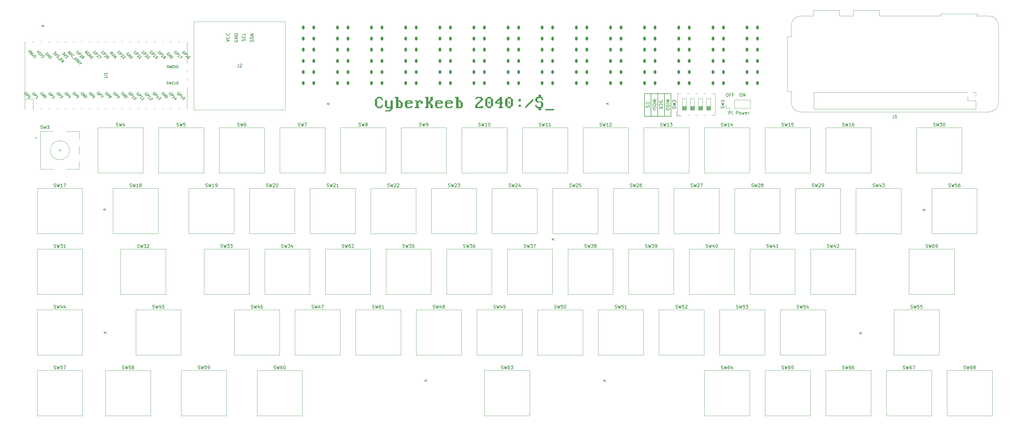
<source format=gbr>
G04 #@! TF.GenerationSoftware,KiCad,Pcbnew,7.0.7*
G04 #@! TF.CreationDate,2023-09-04T20:15:39-04:00*
G04 #@! TF.ProjectId,MainBoard,4d61696e-426f-4617-9264-2e6b69636164,rev?*
G04 #@! TF.SameCoordinates,Original*
G04 #@! TF.FileFunction,Legend,Top*
G04 #@! TF.FilePolarity,Positive*
%FSLAX46Y46*%
G04 Gerber Fmt 4.6, Leading zero omitted, Abs format (unit mm)*
G04 Created by KiCad (PCBNEW 7.0.7) date 2023-09-04 20:15:39*
%MOMM*%
%LPD*%
G01*
G04 APERTURE LIST*
G04 Aperture macros list*
%AMRoundRect*
0 Rectangle with rounded corners*
0 $1 Rounding radius*
0 $2 $3 $4 $5 $6 $7 $8 $9 X,Y pos of 4 corners*
0 Add a 4 corners polygon primitive as box body*
4,1,4,$2,$3,$4,$5,$6,$7,$8,$9,$2,$3,0*
0 Add four circle primitives for the rounded corners*
1,1,$1+$1,$2,$3*
1,1,$1+$1,$4,$5*
1,1,$1+$1,$6,$7*
1,1,$1+$1,$8,$9*
0 Add four rect primitives between the rounded corners*
20,1,$1+$1,$2,$3,$4,$5,0*
20,1,$1+$1,$4,$5,$6,$7,0*
20,1,$1+$1,$6,$7,$8,$9,0*
20,1,$1+$1,$8,$9,$2,$3,0*%
G04 Aperture macros list end*
%ADD10C,0.150000*%
%ADD11C,0.500000*%
%ADD12C,0.120000*%
%ADD13R,1.600000X1.600000*%
%ADD14RoundRect,0.225000X-0.225000X-0.375000X0.225000X-0.375000X0.225000X0.375000X-0.225000X0.375000X0*%
%ADD15O,1.600000X1.600000*%
%ADD16C,3.200000*%
%ADD17C,3.048000*%
%ADD18C,3.987800*%
%ADD19R,1.700000X1.700000*%
%ADD20O,1.700000X1.700000*%
%ADD21C,2.750000*%
%ADD22R,2.000000X2.000000*%
%ADD23C,2.000000*%
%ADD24O,1.800000X1.800000*%
%ADD25O,1.500000X1.500000*%
%ADD26R,1.700000X3.500000*%
%ADD27R,3.500000X1.700000*%
%ADD28C,1.750000*%
%ADD29C,3.050000*%
%ADD30C,4.000000*%
%ADD31C,1.600000*%
G04 APERTURE END LIST*
D10*
X195173600Y-31724600D02*
X197256400Y-31724600D01*
X197256400Y-38862000D01*
X195173600Y-38862000D01*
X195173600Y-31724600D01*
X199339200Y-31724600D02*
X201422000Y-31724600D01*
X201422000Y-38862000D01*
X199339200Y-38862000D01*
X199339200Y-31724600D01*
X197256400Y-31724600D02*
X199339200Y-31724600D01*
X199339200Y-38862000D01*
X197256400Y-38862000D01*
X197256400Y-31724600D01*
X201422000Y-31724600D02*
X203504800Y-31724600D01*
X203504800Y-38862000D01*
X201422000Y-38862000D01*
X201422000Y-31724600D01*
X201958580Y-33709172D02*
X202958580Y-33709172D01*
X202958580Y-33709172D02*
X202244295Y-34042505D01*
X202244295Y-34042505D02*
X202958580Y-34375838D01*
X202958580Y-34375838D02*
X201958580Y-34375838D01*
X201958580Y-34852029D02*
X202958580Y-34852029D01*
X202006200Y-35280600D02*
X201958580Y-35423457D01*
X201958580Y-35423457D02*
X201958580Y-35661552D01*
X201958580Y-35661552D02*
X202006200Y-35756790D01*
X202006200Y-35756790D02*
X202053819Y-35804409D01*
X202053819Y-35804409D02*
X202149057Y-35852028D01*
X202149057Y-35852028D02*
X202244295Y-35852028D01*
X202244295Y-35852028D02*
X202339533Y-35804409D01*
X202339533Y-35804409D02*
X202387152Y-35756790D01*
X202387152Y-35756790D02*
X202434771Y-35661552D01*
X202434771Y-35661552D02*
X202482390Y-35471076D01*
X202482390Y-35471076D02*
X202530009Y-35375838D01*
X202530009Y-35375838D02*
X202577628Y-35328219D01*
X202577628Y-35328219D02*
X202672866Y-35280600D01*
X202672866Y-35280600D02*
X202768104Y-35280600D01*
X202768104Y-35280600D02*
X202863342Y-35328219D01*
X202863342Y-35328219D02*
X202910961Y-35375838D01*
X202910961Y-35375838D02*
X202958580Y-35471076D01*
X202958580Y-35471076D02*
X202958580Y-35709171D01*
X202958580Y-35709171D02*
X202910961Y-35852028D01*
X202958580Y-36471076D02*
X202958580Y-36661552D01*
X202958580Y-36661552D02*
X202910961Y-36756790D01*
X202910961Y-36756790D02*
X202815723Y-36852028D01*
X202815723Y-36852028D02*
X202625247Y-36899647D01*
X202625247Y-36899647D02*
X202291914Y-36899647D01*
X202291914Y-36899647D02*
X202101438Y-36852028D01*
X202101438Y-36852028D02*
X202006200Y-36756790D01*
X202006200Y-36756790D02*
X201958580Y-36661552D01*
X201958580Y-36661552D02*
X201958580Y-36471076D01*
X201958580Y-36471076D02*
X202006200Y-36375838D01*
X202006200Y-36375838D02*
X202101438Y-36280600D01*
X202101438Y-36280600D02*
X202291914Y-36232981D01*
X202291914Y-36232981D02*
X202625247Y-36232981D01*
X202625247Y-36232981D02*
X202815723Y-36280600D01*
X202815723Y-36280600D02*
X202910961Y-36375838D01*
X202910961Y-36375838D02*
X202958580Y-36471076D01*
X225368055Y-31635819D02*
X225558531Y-31635819D01*
X225558531Y-31635819D02*
X225653769Y-31683438D01*
X225653769Y-31683438D02*
X225749007Y-31778676D01*
X225749007Y-31778676D02*
X225796626Y-31969152D01*
X225796626Y-31969152D02*
X225796626Y-32302485D01*
X225796626Y-32302485D02*
X225749007Y-32492961D01*
X225749007Y-32492961D02*
X225653769Y-32588200D01*
X225653769Y-32588200D02*
X225558531Y-32635819D01*
X225558531Y-32635819D02*
X225368055Y-32635819D01*
X225368055Y-32635819D02*
X225272817Y-32588200D01*
X225272817Y-32588200D02*
X225177579Y-32492961D01*
X225177579Y-32492961D02*
X225129960Y-32302485D01*
X225129960Y-32302485D02*
X225129960Y-31969152D01*
X225129960Y-31969152D02*
X225177579Y-31778676D01*
X225177579Y-31778676D02*
X225272817Y-31683438D01*
X225272817Y-31683438D02*
X225368055Y-31635819D01*
X226225198Y-32635819D02*
X226225198Y-31635819D01*
X226225198Y-31635819D02*
X226796626Y-32635819D01*
X226796626Y-32635819D02*
X226796626Y-31635819D01*
X26092284Y-106492752D02*
X25330379Y-106778466D01*
X25330379Y-106778466D02*
X26092284Y-107064180D01*
X25939884Y-67859352D02*
X25177979Y-68145066D01*
X25177979Y-68145066D02*
X25939884Y-68430780D01*
X283292684Y-67960952D02*
X282530779Y-68246666D01*
X282530779Y-68246666D02*
X283292684Y-68532380D01*
X195805419Y-35113933D02*
X195757800Y-35066314D01*
X195757800Y-35066314D02*
X195710180Y-34923457D01*
X195710180Y-34923457D02*
X195710180Y-34828219D01*
X195710180Y-34828219D02*
X195757800Y-34685362D01*
X195757800Y-34685362D02*
X195853038Y-34590124D01*
X195853038Y-34590124D02*
X195948276Y-34542505D01*
X195948276Y-34542505D02*
X196138752Y-34494886D01*
X196138752Y-34494886D02*
X196281609Y-34494886D01*
X196281609Y-34494886D02*
X196472085Y-34542505D01*
X196472085Y-34542505D02*
X196567323Y-34590124D01*
X196567323Y-34590124D02*
X196662561Y-34685362D01*
X196662561Y-34685362D02*
X196710180Y-34828219D01*
X196710180Y-34828219D02*
X196710180Y-34923457D01*
X196710180Y-34923457D02*
X196662561Y-35066314D01*
X196662561Y-35066314D02*
X196614942Y-35113933D01*
X195757800Y-35494886D02*
X195710180Y-35637743D01*
X195710180Y-35637743D02*
X195710180Y-35875838D01*
X195710180Y-35875838D02*
X195757800Y-35971076D01*
X195757800Y-35971076D02*
X195805419Y-36018695D01*
X195805419Y-36018695D02*
X195900657Y-36066314D01*
X195900657Y-36066314D02*
X195995895Y-36066314D01*
X195995895Y-36066314D02*
X196091133Y-36018695D01*
X196091133Y-36018695D02*
X196138752Y-35971076D01*
X196138752Y-35971076D02*
X196186371Y-35875838D01*
X196186371Y-35875838D02*
X196233990Y-35685362D01*
X196233990Y-35685362D02*
X196281609Y-35590124D01*
X196281609Y-35590124D02*
X196329228Y-35542505D01*
X196329228Y-35542505D02*
X196424466Y-35494886D01*
X196424466Y-35494886D02*
X196519704Y-35494886D01*
X196519704Y-35494886D02*
X196614942Y-35542505D01*
X196614942Y-35542505D02*
X196662561Y-35590124D01*
X196662561Y-35590124D02*
X196710180Y-35685362D01*
X196710180Y-35685362D02*
X196710180Y-35923457D01*
X196710180Y-35923457D02*
X196662561Y-36066314D01*
D11*
G36*
X112248548Y-33176091D02*
G01*
X111545129Y-33176091D01*
X111545129Y-33488722D01*
X111193419Y-33488722D01*
X111193419Y-35614612D01*
X111545129Y-35614612D01*
X111545129Y-35927242D01*
X112248548Y-35927242D01*
X112248548Y-35614612D01*
X112600258Y-35614612D01*
X112600258Y-35239455D01*
X112951967Y-35239455D01*
X112951967Y-35927242D01*
X112600258Y-35927242D01*
X112600258Y-36302400D01*
X111193419Y-36302400D01*
X111193419Y-35927242D01*
X110841709Y-35927242D01*
X110841709Y-35614612D01*
X110490000Y-35614612D01*
X110490000Y-33488722D01*
X110841709Y-33488722D01*
X110841709Y-33176091D01*
X111193419Y-33176091D01*
X111193419Y-32800934D01*
X112600258Y-32800934D01*
X112600258Y-33176091D01*
X112951967Y-33176091D01*
X112951967Y-33863879D01*
X112600258Y-33863879D01*
X112600258Y-33488722D01*
X112248548Y-33488722D01*
X112248548Y-33176091D01*
G37*
G36*
X113639755Y-36990187D02*
G01*
X115046594Y-36990187D01*
X115046594Y-36677557D01*
X115398304Y-36677557D01*
X115398304Y-36302400D01*
X113991465Y-36302400D01*
X113991465Y-35927242D01*
X113639755Y-35927242D01*
X113639755Y-33863879D01*
X114343175Y-33863879D01*
X114343175Y-35927242D01*
X115398304Y-35927242D01*
X115398304Y-33863879D01*
X116101723Y-33863879D01*
X116101723Y-36677557D01*
X115750013Y-36677557D01*
X115750013Y-36990187D01*
X115398304Y-36990187D01*
X115398304Y-37365344D01*
X113639755Y-37365344D01*
X113639755Y-36990187D01*
G37*
G36*
X117844640Y-33863879D02*
G01*
X118548060Y-33863879D01*
X118548060Y-34239036D01*
X118899769Y-34239036D01*
X118899769Y-34551667D01*
X119251479Y-34551667D01*
X119251479Y-35927242D01*
X118899769Y-35927242D01*
X118899769Y-36302400D01*
X117141221Y-36302400D01*
X117141221Y-34239036D01*
X117844640Y-34239036D01*
X117844640Y-35927242D01*
X118548060Y-35927242D01*
X118548060Y-34551667D01*
X118196350Y-34551667D01*
X118196350Y-34239036D01*
X117844640Y-34239036D01*
X117141221Y-34239036D01*
X117141221Y-33176091D01*
X116789511Y-33176091D01*
X116789511Y-32800934D01*
X117844640Y-32800934D01*
X117844640Y-33863879D01*
G37*
G36*
X122049525Y-34239036D02*
G01*
X122401235Y-34239036D01*
X122401235Y-34926824D01*
X120642686Y-34926824D01*
X120642686Y-35927242D01*
X121697815Y-35989769D01*
X121697815Y-35614612D01*
X122401235Y-35614612D01*
X122401235Y-35927242D01*
X122049525Y-35927242D01*
X122049525Y-36302400D01*
X120290976Y-36302400D01*
X120290976Y-35927242D01*
X119939267Y-35927242D01*
X119939267Y-34239036D01*
X120290976Y-34239036D01*
X120642686Y-34239036D01*
X120642686Y-34551667D01*
X121697815Y-34551667D01*
X121697815Y-34239036D01*
X120642686Y-34239036D01*
X120290976Y-34239036D01*
X120290976Y-33863879D01*
X122049525Y-33863879D01*
X122049525Y-34239036D01*
G37*
G36*
X124495861Y-34551667D02*
G01*
X124144152Y-34551667D01*
X124144152Y-35927242D01*
X124495861Y-35927242D01*
X124495861Y-36302400D01*
X123089023Y-36302400D01*
X123089023Y-35927242D01*
X123440732Y-35927242D01*
X123440732Y-34239036D01*
X123089023Y-34239036D01*
X123089023Y-33863879D01*
X123792442Y-33863879D01*
X123792442Y-34239036D01*
X124144152Y-34239036D01*
X124144152Y-33863879D01*
X125199281Y-33863879D01*
X125199281Y-34239036D01*
X125550990Y-34239036D01*
X125550990Y-34926824D01*
X124847571Y-34926824D01*
X124847571Y-34239036D01*
X124495861Y-34239036D01*
X124495861Y-34551667D01*
G37*
G36*
X128349036Y-34239036D02*
G01*
X127997327Y-34176510D01*
X127997327Y-34864298D01*
X128349036Y-34864298D01*
X128349036Y-35239455D01*
X128700746Y-35239455D01*
X128700746Y-36302400D01*
X127997327Y-36302400D01*
X127997327Y-35239455D01*
X127645617Y-35239455D01*
X127645617Y-34864298D01*
X127293907Y-34864298D01*
X127293907Y-36302400D01*
X126238778Y-36302400D01*
X126238778Y-35927242D01*
X126590488Y-35927242D01*
X126590488Y-33176091D01*
X126238778Y-33176091D01*
X126238778Y-32800934D01*
X127293907Y-32800934D01*
X127293907Y-34239036D01*
X127645617Y-34239036D01*
X127645617Y-33863879D01*
X127997327Y-33863879D01*
X127997327Y-32800934D01*
X128700746Y-32800934D01*
X128700746Y-33863879D01*
X128349036Y-33863879D01*
X128349036Y-34239036D01*
G37*
G36*
X131498792Y-34239036D02*
G01*
X131850502Y-34239036D01*
X131850502Y-34926824D01*
X130091953Y-34926824D01*
X130091953Y-35927242D01*
X131147083Y-35989769D01*
X131147083Y-35614612D01*
X131850502Y-35614612D01*
X131850502Y-35927242D01*
X131498792Y-35927242D01*
X131498792Y-36302400D01*
X129740244Y-36302400D01*
X129740244Y-35927242D01*
X129388534Y-35927242D01*
X129388534Y-34239036D01*
X129740244Y-34239036D01*
X130091953Y-34239036D01*
X130091953Y-34551667D01*
X131147083Y-34551667D01*
X131147083Y-34239036D01*
X130091953Y-34239036D01*
X129740244Y-34239036D01*
X129740244Y-33863879D01*
X131498792Y-33863879D01*
X131498792Y-34239036D01*
G37*
G36*
X134648548Y-34239036D02*
G01*
X135000258Y-34239036D01*
X135000258Y-34926824D01*
X133241709Y-34926824D01*
X133241709Y-35927242D01*
X134296838Y-35989769D01*
X134296838Y-35614612D01*
X135000258Y-35614612D01*
X135000258Y-35927242D01*
X134648548Y-35927242D01*
X134648548Y-36302400D01*
X132890000Y-36302400D01*
X132890000Y-35927242D01*
X132538290Y-35927242D01*
X132538290Y-34239036D01*
X132890000Y-34239036D01*
X133241709Y-34239036D01*
X133241709Y-34551667D01*
X134296838Y-34551667D01*
X134296838Y-34239036D01*
X133241709Y-34239036D01*
X132890000Y-34239036D01*
X132890000Y-33863879D01*
X134648548Y-33863879D01*
X134648548Y-34239036D01*
G37*
G36*
X136743175Y-33863879D02*
G01*
X137446594Y-33863879D01*
X137446594Y-34239036D01*
X137798304Y-34239036D01*
X137798304Y-34551667D01*
X138150013Y-34551667D01*
X138150013Y-35927242D01*
X137798304Y-35927242D01*
X137798304Y-36302400D01*
X136039755Y-36302400D01*
X136039755Y-34239036D01*
X136743175Y-34239036D01*
X136743175Y-35927242D01*
X137446594Y-35927242D01*
X137446594Y-34551667D01*
X137094884Y-34551667D01*
X137094884Y-34239036D01*
X136743175Y-34239036D01*
X136039755Y-34239036D01*
X136039755Y-33176091D01*
X135688046Y-33176091D01*
X135688046Y-32800934D01*
X136743175Y-32800934D01*
X136743175Y-33863879D01*
G37*
G36*
X141987557Y-35239455D02*
G01*
X142339267Y-35239455D01*
X142339267Y-34864298D01*
X142690976Y-34864298D01*
X142690976Y-34551667D01*
X143042686Y-34551667D01*
X143042686Y-34239036D01*
X143394396Y-34239036D01*
X143394396Y-33863879D01*
X143746106Y-33863879D01*
X143746106Y-33176091D01*
X142690976Y-33113565D01*
X142690976Y-33488722D01*
X141987557Y-33488722D01*
X141987557Y-33176091D01*
X142339267Y-33176091D01*
X142339267Y-32800934D01*
X144097815Y-32800934D01*
X144097815Y-33176091D01*
X144449525Y-33176091D01*
X144449525Y-33863879D01*
X144097815Y-33863879D01*
X144097815Y-34239036D01*
X143746106Y-34239036D01*
X143746106Y-34551667D01*
X143394396Y-34551667D01*
X143394396Y-34864298D01*
X143042686Y-34864298D01*
X143042686Y-35239455D01*
X142690976Y-35239455D01*
X142690976Y-35927242D01*
X143746106Y-35927242D01*
X143746106Y-35614612D01*
X144449525Y-35614612D01*
X144449525Y-36302400D01*
X141987557Y-36302400D01*
X141987557Y-35239455D01*
G37*
G36*
X146544152Y-34864298D02*
G01*
X146192442Y-34864298D01*
X146192442Y-34176510D01*
X146544152Y-34176510D01*
X146544152Y-34864298D01*
G37*
G36*
X146895861Y-33176091D02*
G01*
X147247571Y-33176091D01*
X147247571Y-33488722D01*
X147599281Y-33488722D01*
X147599281Y-35614612D01*
X147247571Y-35614612D01*
X147247571Y-35927242D01*
X146895861Y-35927242D01*
X146895861Y-36302400D01*
X145840732Y-36302400D01*
X145840732Y-35927242D01*
X145489023Y-35927242D01*
X145489023Y-35614612D01*
X145840732Y-35614612D01*
X146192442Y-35614612D01*
X146192442Y-35927242D01*
X146544152Y-35927242D01*
X146544152Y-35614612D01*
X146895861Y-35614612D01*
X146895861Y-33488722D01*
X146544152Y-33488722D01*
X146544152Y-33176091D01*
X146192442Y-33176091D01*
X146192442Y-33488722D01*
X145840732Y-33488722D01*
X145840732Y-35614612D01*
X145489023Y-35614612D01*
X145137313Y-35614612D01*
X145137313Y-33488722D01*
X145489023Y-33488722D01*
X145489023Y-33176091D01*
X145840732Y-33176091D01*
X145840732Y-32800934D01*
X146895861Y-32800934D01*
X146895861Y-33176091D01*
G37*
G36*
X150397327Y-34551667D02*
G01*
X150749036Y-34551667D01*
X150749036Y-34926824D01*
X150397327Y-34926824D01*
X150397327Y-35927242D01*
X150749036Y-35927242D01*
X150749036Y-36302400D01*
X149342198Y-36302400D01*
X149342198Y-35927242D01*
X149693907Y-35927242D01*
X149693907Y-34926824D01*
X148287069Y-34926824D01*
X148287069Y-34551667D01*
X148990488Y-34551667D01*
X149693907Y-34551667D01*
X149693907Y-33863879D01*
X149342198Y-33863879D01*
X149342198Y-34239036D01*
X148990488Y-34239036D01*
X148990488Y-34551667D01*
X148287069Y-34551667D01*
X148287069Y-34239036D01*
X148638778Y-34239036D01*
X148638778Y-33863879D01*
X148990488Y-33863879D01*
X148990488Y-33551248D01*
X149342198Y-33551248D01*
X149342198Y-33176091D01*
X149693907Y-33176091D01*
X149693907Y-32800934D01*
X150397327Y-32800934D01*
X150397327Y-34551667D01*
G37*
G36*
X152843663Y-34864298D02*
G01*
X152491953Y-34864298D01*
X152491953Y-34176510D01*
X152843663Y-34176510D01*
X152843663Y-34864298D01*
G37*
G36*
X153195373Y-33176091D02*
G01*
X153547083Y-33176091D01*
X153547083Y-33488722D01*
X153898792Y-33488722D01*
X153898792Y-35614612D01*
X153547083Y-35614612D01*
X153547083Y-35927242D01*
X153195373Y-35927242D01*
X153195373Y-36302400D01*
X152140244Y-36302400D01*
X152140244Y-35927242D01*
X151788534Y-35927242D01*
X151788534Y-35614612D01*
X152140244Y-35614612D01*
X152491953Y-35614612D01*
X152491953Y-35927242D01*
X152843663Y-35927242D01*
X152843663Y-35614612D01*
X153195373Y-35614612D01*
X153195373Y-33488722D01*
X152843663Y-33488722D01*
X152843663Y-33176091D01*
X152491953Y-33176091D01*
X152491953Y-33488722D01*
X152140244Y-33488722D01*
X152140244Y-35614612D01*
X151788534Y-35614612D01*
X151436824Y-35614612D01*
X151436824Y-33488722D01*
X151788534Y-33488722D01*
X151788534Y-33176091D01*
X152140244Y-33176091D01*
X152140244Y-32800934D01*
X153195373Y-32800934D01*
X153195373Y-33176091D01*
G37*
G36*
X155641709Y-35239455D02*
G01*
X156345129Y-35239455D01*
X156345129Y-35927242D01*
X155641709Y-35927242D01*
X155641709Y-35239455D01*
G37*
G36*
X155641709Y-33488722D02*
G01*
X156345129Y-33488722D01*
X156345129Y-34176510D01*
X155641709Y-34176510D01*
X155641709Y-33488722D01*
G37*
G36*
X159846594Y-34551667D02*
G01*
X159494884Y-34551667D01*
X159494884Y-34926824D01*
X159143175Y-34926824D01*
X159143175Y-35239455D01*
X158791465Y-35239455D01*
X158791465Y-35614612D01*
X158439755Y-35614612D01*
X158439755Y-35927242D01*
X158088046Y-35927242D01*
X158088046Y-36302400D01*
X157736336Y-36302400D01*
X157736336Y-35614612D01*
X158088046Y-35614612D01*
X158088046Y-35239455D01*
X158439755Y-35239455D01*
X158439755Y-34926824D01*
X158791465Y-34926824D01*
X158791465Y-34551667D01*
X159143175Y-34551667D01*
X159143175Y-34176510D01*
X159494884Y-34239036D01*
X159494884Y-33863879D01*
X159846594Y-33863879D01*
X159846594Y-33488722D01*
X160198304Y-33488722D01*
X160198304Y-34176510D01*
X159846594Y-34176510D01*
X159846594Y-34551667D01*
G37*
G36*
X162644640Y-33176091D02*
G01*
X161589511Y-33176091D01*
X161589511Y-34239036D01*
X162996350Y-34176510D01*
X162996350Y-34551667D01*
X163348060Y-34489141D01*
X163348060Y-35927242D01*
X162996350Y-35927242D01*
X162996350Y-36302400D01*
X162644640Y-36302400D01*
X162644640Y-36990187D01*
X161941221Y-36990187D01*
X161941221Y-36302400D01*
X161237801Y-36302400D01*
X161237801Y-35927242D01*
X160886092Y-35927242D01*
X160886092Y-35239455D01*
X161237801Y-35239455D01*
X161237801Y-35614612D01*
X161589511Y-35614612D01*
X161589511Y-35927242D01*
X162644640Y-35927242D01*
X162644640Y-34489141D01*
X161237801Y-34551667D01*
X161237801Y-34239036D01*
X160886092Y-34176510D01*
X160886092Y-33176091D01*
X161237801Y-33176091D01*
X161237801Y-32800934D01*
X161941221Y-32800934D01*
X161941221Y-32113146D01*
X162644640Y-32113146D01*
X162644640Y-32800934D01*
X162996350Y-32800934D01*
X162996350Y-33176091D01*
X163348060Y-33176091D01*
X163348060Y-33863879D01*
X162996350Y-33863879D01*
X162996350Y-33488722D01*
X162644640Y-33488722D01*
X162644640Y-33176091D01*
G37*
G36*
X164035847Y-36615030D02*
G01*
X166849525Y-36615030D01*
X166849525Y-36990187D01*
X164035847Y-36990187D01*
X164035847Y-36615030D01*
G37*
D10*
X221075455Y-31686619D02*
X221265931Y-31686619D01*
X221265931Y-31686619D02*
X221361169Y-31734238D01*
X221361169Y-31734238D02*
X221456407Y-31829476D01*
X221456407Y-31829476D02*
X221504026Y-32019952D01*
X221504026Y-32019952D02*
X221504026Y-32353285D01*
X221504026Y-32353285D02*
X221456407Y-32543761D01*
X221456407Y-32543761D02*
X221361169Y-32639000D01*
X221361169Y-32639000D02*
X221265931Y-32686619D01*
X221265931Y-32686619D02*
X221075455Y-32686619D01*
X221075455Y-32686619D02*
X220980217Y-32639000D01*
X220980217Y-32639000D02*
X220884979Y-32543761D01*
X220884979Y-32543761D02*
X220837360Y-32353285D01*
X220837360Y-32353285D02*
X220837360Y-32019952D01*
X220837360Y-32019952D02*
X220884979Y-31829476D01*
X220884979Y-31829476D02*
X220980217Y-31734238D01*
X220980217Y-31734238D02*
X221075455Y-31686619D01*
X222265931Y-32162809D02*
X221932598Y-32162809D01*
X221932598Y-32686619D02*
X221932598Y-31686619D01*
X221932598Y-31686619D02*
X222408788Y-31686619D01*
X223123074Y-32162809D02*
X222789741Y-32162809D01*
X222789741Y-32686619D02*
X222789741Y-31686619D01*
X222789741Y-31686619D02*
X223265931Y-31686619D01*
X96170884Y-34712352D02*
X95408979Y-34998066D01*
X95408979Y-34998066D02*
X96170884Y-35283780D01*
X197792980Y-33709172D02*
X198792980Y-33709172D01*
X198792980Y-33709172D02*
X198078695Y-34042505D01*
X198078695Y-34042505D02*
X198792980Y-34375838D01*
X198792980Y-34375838D02*
X197792980Y-34375838D01*
X198792980Y-35042505D02*
X198792980Y-35232981D01*
X198792980Y-35232981D02*
X198745361Y-35328219D01*
X198745361Y-35328219D02*
X198650123Y-35423457D01*
X198650123Y-35423457D02*
X198459647Y-35471076D01*
X198459647Y-35471076D02*
X198126314Y-35471076D01*
X198126314Y-35471076D02*
X197935838Y-35423457D01*
X197935838Y-35423457D02*
X197840600Y-35328219D01*
X197840600Y-35328219D02*
X197792980Y-35232981D01*
X197792980Y-35232981D02*
X197792980Y-35042505D01*
X197792980Y-35042505D02*
X197840600Y-34947267D01*
X197840600Y-34947267D02*
X197935838Y-34852029D01*
X197935838Y-34852029D02*
X198126314Y-34804410D01*
X198126314Y-34804410D02*
X198459647Y-34804410D01*
X198459647Y-34804410D02*
X198650123Y-34852029D01*
X198650123Y-34852029D02*
X198745361Y-34947267D01*
X198745361Y-34947267D02*
X198792980Y-35042505D01*
X197840600Y-35852029D02*
X197792980Y-35994886D01*
X197792980Y-35994886D02*
X197792980Y-36232981D01*
X197792980Y-36232981D02*
X197840600Y-36328219D01*
X197840600Y-36328219D02*
X197888219Y-36375838D01*
X197888219Y-36375838D02*
X197983457Y-36423457D01*
X197983457Y-36423457D02*
X198078695Y-36423457D01*
X198078695Y-36423457D02*
X198173933Y-36375838D01*
X198173933Y-36375838D02*
X198221552Y-36328219D01*
X198221552Y-36328219D02*
X198269171Y-36232981D01*
X198269171Y-36232981D02*
X198316790Y-36042505D01*
X198316790Y-36042505D02*
X198364409Y-35947267D01*
X198364409Y-35947267D02*
X198412028Y-35899648D01*
X198412028Y-35899648D02*
X198507266Y-35852029D01*
X198507266Y-35852029D02*
X198602504Y-35852029D01*
X198602504Y-35852029D02*
X198697742Y-35899648D01*
X198697742Y-35899648D02*
X198745361Y-35947267D01*
X198745361Y-35947267D02*
X198792980Y-36042505D01*
X198792980Y-36042505D02*
X198792980Y-36280600D01*
X198792980Y-36280600D02*
X198745361Y-36423457D01*
X197792980Y-36852029D02*
X198792980Y-36852029D01*
X6534284Y-10226752D02*
X5772379Y-10512466D01*
X5772379Y-10512466D02*
X6534284Y-10798180D01*
X183013484Y-121580352D02*
X182251579Y-121866066D01*
X182251579Y-121866066D02*
X183013484Y-122151780D01*
X183902484Y-34636152D02*
X183140579Y-34921866D01*
X183140579Y-34921866D02*
X183902484Y-35207580D01*
X166808284Y-77206552D02*
X166046379Y-77492266D01*
X166046379Y-77492266D02*
X166808284Y-77777980D01*
X199923400Y-33994886D02*
X199875780Y-34137743D01*
X199875780Y-34137743D02*
X199875780Y-34375838D01*
X199875780Y-34375838D02*
X199923400Y-34471076D01*
X199923400Y-34471076D02*
X199971019Y-34518695D01*
X199971019Y-34518695D02*
X200066257Y-34566314D01*
X200066257Y-34566314D02*
X200161495Y-34566314D01*
X200161495Y-34566314D02*
X200256733Y-34518695D01*
X200256733Y-34518695D02*
X200304352Y-34471076D01*
X200304352Y-34471076D02*
X200351971Y-34375838D01*
X200351971Y-34375838D02*
X200399590Y-34185362D01*
X200399590Y-34185362D02*
X200447209Y-34090124D01*
X200447209Y-34090124D02*
X200494828Y-34042505D01*
X200494828Y-34042505D02*
X200590066Y-33994886D01*
X200590066Y-33994886D02*
X200685304Y-33994886D01*
X200685304Y-33994886D02*
X200780542Y-34042505D01*
X200780542Y-34042505D02*
X200828161Y-34090124D01*
X200828161Y-34090124D02*
X200875780Y-34185362D01*
X200875780Y-34185362D02*
X200875780Y-34423457D01*
X200875780Y-34423457D02*
X200828161Y-34566314D01*
X199971019Y-35566314D02*
X199923400Y-35518695D01*
X199923400Y-35518695D02*
X199875780Y-35375838D01*
X199875780Y-35375838D02*
X199875780Y-35280600D01*
X199875780Y-35280600D02*
X199923400Y-35137743D01*
X199923400Y-35137743D02*
X200018638Y-35042505D01*
X200018638Y-35042505D02*
X200113876Y-34994886D01*
X200113876Y-34994886D02*
X200304352Y-34947267D01*
X200304352Y-34947267D02*
X200447209Y-34947267D01*
X200447209Y-34947267D02*
X200637685Y-34994886D01*
X200637685Y-34994886D02*
X200732923Y-35042505D01*
X200732923Y-35042505D02*
X200828161Y-35137743D01*
X200828161Y-35137743D02*
X200875780Y-35280600D01*
X200875780Y-35280600D02*
X200875780Y-35375838D01*
X200875780Y-35375838D02*
X200828161Y-35518695D01*
X200828161Y-35518695D02*
X200780542Y-35566314D01*
X199875780Y-35994886D02*
X200875780Y-35994886D01*
X199875780Y-36566314D02*
X200447209Y-36137743D01*
X200875780Y-36566314D02*
X200304352Y-35994886D01*
X263429884Y-106695952D02*
X262667979Y-106981666D01*
X262667979Y-106981666D02*
X263429884Y-107267380D01*
X126854084Y-121529552D02*
X126092179Y-121815266D01*
X126092179Y-121815266D02*
X126854084Y-122100980D01*
X221723179Y-38249219D02*
X221723179Y-37249219D01*
X221723179Y-37249219D02*
X222104131Y-37249219D01*
X222104131Y-37249219D02*
X222199369Y-37296838D01*
X222199369Y-37296838D02*
X222246988Y-37344457D01*
X222246988Y-37344457D02*
X222294607Y-37439695D01*
X222294607Y-37439695D02*
X222294607Y-37582552D01*
X222294607Y-37582552D02*
X222246988Y-37677790D01*
X222246988Y-37677790D02*
X222199369Y-37725409D01*
X222199369Y-37725409D02*
X222104131Y-37773028D01*
X222104131Y-37773028D02*
X221723179Y-37773028D01*
X222723179Y-38249219D02*
X222723179Y-37582552D01*
X222723179Y-37249219D02*
X222675560Y-37296838D01*
X222675560Y-37296838D02*
X222723179Y-37344457D01*
X222723179Y-37344457D02*
X222770798Y-37296838D01*
X222770798Y-37296838D02*
X222723179Y-37249219D01*
X222723179Y-37249219D02*
X222723179Y-37344457D01*
X223961274Y-38249219D02*
X223961274Y-37249219D01*
X223961274Y-37249219D02*
X224342226Y-37249219D01*
X224342226Y-37249219D02*
X224437464Y-37296838D01*
X224437464Y-37296838D02*
X224485083Y-37344457D01*
X224485083Y-37344457D02*
X224532702Y-37439695D01*
X224532702Y-37439695D02*
X224532702Y-37582552D01*
X224532702Y-37582552D02*
X224485083Y-37677790D01*
X224485083Y-37677790D02*
X224437464Y-37725409D01*
X224437464Y-37725409D02*
X224342226Y-37773028D01*
X224342226Y-37773028D02*
X223961274Y-37773028D01*
X225104131Y-38249219D02*
X225008893Y-38201600D01*
X225008893Y-38201600D02*
X224961274Y-38153980D01*
X224961274Y-38153980D02*
X224913655Y-38058742D01*
X224913655Y-38058742D02*
X224913655Y-37773028D01*
X224913655Y-37773028D02*
X224961274Y-37677790D01*
X224961274Y-37677790D02*
X225008893Y-37630171D01*
X225008893Y-37630171D02*
X225104131Y-37582552D01*
X225104131Y-37582552D02*
X225246988Y-37582552D01*
X225246988Y-37582552D02*
X225342226Y-37630171D01*
X225342226Y-37630171D02*
X225389845Y-37677790D01*
X225389845Y-37677790D02*
X225437464Y-37773028D01*
X225437464Y-37773028D02*
X225437464Y-38058742D01*
X225437464Y-38058742D02*
X225389845Y-38153980D01*
X225389845Y-38153980D02*
X225342226Y-38201600D01*
X225342226Y-38201600D02*
X225246988Y-38249219D01*
X225246988Y-38249219D02*
X225104131Y-38249219D01*
X225770798Y-37582552D02*
X225961274Y-38249219D01*
X225961274Y-38249219D02*
X226151750Y-37773028D01*
X226151750Y-37773028D02*
X226342226Y-38249219D01*
X226342226Y-38249219D02*
X226532702Y-37582552D01*
X227294607Y-38201600D02*
X227199369Y-38249219D01*
X227199369Y-38249219D02*
X227008893Y-38249219D01*
X227008893Y-38249219D02*
X226913655Y-38201600D01*
X226913655Y-38201600D02*
X226866036Y-38106361D01*
X226866036Y-38106361D02*
X226866036Y-37725409D01*
X226866036Y-37725409D02*
X226913655Y-37630171D01*
X226913655Y-37630171D02*
X227008893Y-37582552D01*
X227008893Y-37582552D02*
X227199369Y-37582552D01*
X227199369Y-37582552D02*
X227294607Y-37630171D01*
X227294607Y-37630171D02*
X227342226Y-37725409D01*
X227342226Y-37725409D02*
X227342226Y-37820647D01*
X227342226Y-37820647D02*
X226866036Y-37915885D01*
X227770798Y-38249219D02*
X227770798Y-37582552D01*
X227770798Y-37773028D02*
X227818417Y-37677790D01*
X227818417Y-37677790D02*
X227866036Y-37630171D01*
X227866036Y-37630171D02*
X227961274Y-37582552D01*
X227961274Y-37582552D02*
X228056512Y-37582552D01*
X67666666Y-22454819D02*
X67666666Y-23169104D01*
X67666666Y-23169104D02*
X67619047Y-23311961D01*
X67619047Y-23311961D02*
X67523809Y-23407200D01*
X67523809Y-23407200D02*
X67380952Y-23454819D01*
X67380952Y-23454819D02*
X67285714Y-23454819D01*
X68095238Y-22550057D02*
X68142857Y-22502438D01*
X68142857Y-22502438D02*
X68238095Y-22454819D01*
X68238095Y-22454819D02*
X68476190Y-22454819D01*
X68476190Y-22454819D02*
X68571428Y-22502438D01*
X68571428Y-22502438D02*
X68619047Y-22550057D01*
X68619047Y-22550057D02*
X68666666Y-22645295D01*
X68666666Y-22645295D02*
X68666666Y-22740533D01*
X68666666Y-22740533D02*
X68619047Y-22883390D01*
X68619047Y-22883390D02*
X68047619Y-23454819D01*
X68047619Y-23454819D02*
X68666666Y-23454819D01*
X63804819Y-15433332D02*
X64804819Y-15099999D01*
X64804819Y-15099999D02*
X63804819Y-14766666D01*
X64709580Y-13861904D02*
X64757200Y-13909523D01*
X64757200Y-13909523D02*
X64804819Y-14052380D01*
X64804819Y-14052380D02*
X64804819Y-14147618D01*
X64804819Y-14147618D02*
X64757200Y-14290475D01*
X64757200Y-14290475D02*
X64661961Y-14385713D01*
X64661961Y-14385713D02*
X64566723Y-14433332D01*
X64566723Y-14433332D02*
X64376247Y-14480951D01*
X64376247Y-14480951D02*
X64233390Y-14480951D01*
X64233390Y-14480951D02*
X64042914Y-14433332D01*
X64042914Y-14433332D02*
X63947676Y-14385713D01*
X63947676Y-14385713D02*
X63852438Y-14290475D01*
X63852438Y-14290475D02*
X63804819Y-14147618D01*
X63804819Y-14147618D02*
X63804819Y-14052380D01*
X63804819Y-14052380D02*
X63852438Y-13909523D01*
X63852438Y-13909523D02*
X63900057Y-13861904D01*
X64709580Y-12861904D02*
X64757200Y-12909523D01*
X64757200Y-12909523D02*
X64804819Y-13052380D01*
X64804819Y-13052380D02*
X64804819Y-13147618D01*
X64804819Y-13147618D02*
X64757200Y-13290475D01*
X64757200Y-13290475D02*
X64661961Y-13385713D01*
X64661961Y-13385713D02*
X64566723Y-13433332D01*
X64566723Y-13433332D02*
X64376247Y-13480951D01*
X64376247Y-13480951D02*
X64233390Y-13480951D01*
X64233390Y-13480951D02*
X64042914Y-13433332D01*
X64042914Y-13433332D02*
X63947676Y-13385713D01*
X63947676Y-13385713D02*
X63852438Y-13290475D01*
X63852438Y-13290475D02*
X63804819Y-13147618D01*
X63804819Y-13147618D02*
X63804819Y-13052380D01*
X63804819Y-13052380D02*
X63852438Y-12909523D01*
X63852438Y-12909523D02*
X63900057Y-12861904D01*
X72307200Y-15464285D02*
X72354819Y-15321428D01*
X72354819Y-15321428D02*
X72354819Y-15083333D01*
X72354819Y-15083333D02*
X72307200Y-14988095D01*
X72307200Y-14988095D02*
X72259580Y-14940476D01*
X72259580Y-14940476D02*
X72164342Y-14892857D01*
X72164342Y-14892857D02*
X72069104Y-14892857D01*
X72069104Y-14892857D02*
X71973866Y-14940476D01*
X71973866Y-14940476D02*
X71926247Y-14988095D01*
X71926247Y-14988095D02*
X71878628Y-15083333D01*
X71878628Y-15083333D02*
X71831009Y-15273809D01*
X71831009Y-15273809D02*
X71783390Y-15369047D01*
X71783390Y-15369047D02*
X71735771Y-15416666D01*
X71735771Y-15416666D02*
X71640533Y-15464285D01*
X71640533Y-15464285D02*
X71545295Y-15464285D01*
X71545295Y-15464285D02*
X71450057Y-15416666D01*
X71450057Y-15416666D02*
X71402438Y-15369047D01*
X71402438Y-15369047D02*
X71354819Y-15273809D01*
X71354819Y-15273809D02*
X71354819Y-15035714D01*
X71354819Y-15035714D02*
X71402438Y-14892857D01*
X72354819Y-14464285D02*
X71354819Y-14464285D01*
X71354819Y-14464285D02*
X71354819Y-14226190D01*
X71354819Y-14226190D02*
X71402438Y-14083333D01*
X71402438Y-14083333D02*
X71497676Y-13988095D01*
X71497676Y-13988095D02*
X71592914Y-13940476D01*
X71592914Y-13940476D02*
X71783390Y-13892857D01*
X71783390Y-13892857D02*
X71926247Y-13892857D01*
X71926247Y-13892857D02*
X72116723Y-13940476D01*
X72116723Y-13940476D02*
X72211961Y-13988095D01*
X72211961Y-13988095D02*
X72307200Y-14083333D01*
X72307200Y-14083333D02*
X72354819Y-14226190D01*
X72354819Y-14226190D02*
X72354819Y-14464285D01*
X72069104Y-13511904D02*
X72069104Y-13035714D01*
X72354819Y-13607142D02*
X71354819Y-13273809D01*
X71354819Y-13273809D02*
X72354819Y-12940476D01*
X69707200Y-15240475D02*
X69754819Y-15097618D01*
X69754819Y-15097618D02*
X69754819Y-14859523D01*
X69754819Y-14859523D02*
X69707200Y-14764285D01*
X69707200Y-14764285D02*
X69659580Y-14716666D01*
X69659580Y-14716666D02*
X69564342Y-14669047D01*
X69564342Y-14669047D02*
X69469104Y-14669047D01*
X69469104Y-14669047D02*
X69373866Y-14716666D01*
X69373866Y-14716666D02*
X69326247Y-14764285D01*
X69326247Y-14764285D02*
X69278628Y-14859523D01*
X69278628Y-14859523D02*
X69231009Y-15049999D01*
X69231009Y-15049999D02*
X69183390Y-15145237D01*
X69183390Y-15145237D02*
X69135771Y-15192856D01*
X69135771Y-15192856D02*
X69040533Y-15240475D01*
X69040533Y-15240475D02*
X68945295Y-15240475D01*
X68945295Y-15240475D02*
X68850057Y-15192856D01*
X68850057Y-15192856D02*
X68802438Y-15145237D01*
X68802438Y-15145237D02*
X68754819Y-15049999D01*
X68754819Y-15049999D02*
X68754819Y-14811904D01*
X68754819Y-14811904D02*
X68802438Y-14669047D01*
X69659580Y-13669047D02*
X69707200Y-13716666D01*
X69707200Y-13716666D02*
X69754819Y-13859523D01*
X69754819Y-13859523D02*
X69754819Y-13954761D01*
X69754819Y-13954761D02*
X69707200Y-14097618D01*
X69707200Y-14097618D02*
X69611961Y-14192856D01*
X69611961Y-14192856D02*
X69516723Y-14240475D01*
X69516723Y-14240475D02*
X69326247Y-14288094D01*
X69326247Y-14288094D02*
X69183390Y-14288094D01*
X69183390Y-14288094D02*
X68992914Y-14240475D01*
X68992914Y-14240475D02*
X68897676Y-14192856D01*
X68897676Y-14192856D02*
X68802438Y-14097618D01*
X68802438Y-14097618D02*
X68754819Y-13954761D01*
X68754819Y-13954761D02*
X68754819Y-13859523D01*
X68754819Y-13859523D02*
X68802438Y-13716666D01*
X68802438Y-13716666D02*
X68850057Y-13669047D01*
X69754819Y-12764285D02*
X69754819Y-13240475D01*
X69754819Y-13240475D02*
X68754819Y-13240475D01*
X66452438Y-14961904D02*
X66404819Y-15057142D01*
X66404819Y-15057142D02*
X66404819Y-15199999D01*
X66404819Y-15199999D02*
X66452438Y-15342856D01*
X66452438Y-15342856D02*
X66547676Y-15438094D01*
X66547676Y-15438094D02*
X66642914Y-15485713D01*
X66642914Y-15485713D02*
X66833390Y-15533332D01*
X66833390Y-15533332D02*
X66976247Y-15533332D01*
X66976247Y-15533332D02*
X67166723Y-15485713D01*
X67166723Y-15485713D02*
X67261961Y-15438094D01*
X67261961Y-15438094D02*
X67357200Y-15342856D01*
X67357200Y-15342856D02*
X67404819Y-15199999D01*
X67404819Y-15199999D02*
X67404819Y-15104761D01*
X67404819Y-15104761D02*
X67357200Y-14961904D01*
X67357200Y-14961904D02*
X67309580Y-14914285D01*
X67309580Y-14914285D02*
X66976247Y-14914285D01*
X66976247Y-14914285D02*
X66976247Y-15104761D01*
X67404819Y-14485713D02*
X66404819Y-14485713D01*
X66404819Y-14485713D02*
X67404819Y-13914285D01*
X67404819Y-13914285D02*
X66404819Y-13914285D01*
X67404819Y-13438094D02*
X66404819Y-13438094D01*
X66404819Y-13438094D02*
X66404819Y-13199999D01*
X66404819Y-13199999D02*
X66452438Y-13057142D01*
X66452438Y-13057142D02*
X66547676Y-12961904D01*
X66547676Y-12961904D02*
X66642914Y-12914285D01*
X66642914Y-12914285D02*
X66833390Y-12866666D01*
X66833390Y-12866666D02*
X66976247Y-12866666D01*
X66976247Y-12866666D02*
X67166723Y-12914285D01*
X67166723Y-12914285D02*
X67261961Y-12961904D01*
X67261961Y-12961904D02*
X67357200Y-13057142D01*
X67357200Y-13057142D02*
X67404819Y-13199999D01*
X67404819Y-13199999D02*
X67404819Y-13438094D01*
X220149400Y-36359932D02*
X220197019Y-36217075D01*
X220197019Y-36217075D02*
X220197019Y-35978980D01*
X220197019Y-35978980D02*
X220149400Y-35883742D01*
X220149400Y-35883742D02*
X220101780Y-35836123D01*
X220101780Y-35836123D02*
X220006542Y-35788504D01*
X220006542Y-35788504D02*
X219911304Y-35788504D01*
X219911304Y-35788504D02*
X219816066Y-35836123D01*
X219816066Y-35836123D02*
X219768447Y-35883742D01*
X219768447Y-35883742D02*
X219720828Y-35978980D01*
X219720828Y-35978980D02*
X219673209Y-36169456D01*
X219673209Y-36169456D02*
X219625590Y-36264694D01*
X219625590Y-36264694D02*
X219577971Y-36312313D01*
X219577971Y-36312313D02*
X219482733Y-36359932D01*
X219482733Y-36359932D02*
X219387495Y-36359932D01*
X219387495Y-36359932D02*
X219292257Y-36312313D01*
X219292257Y-36312313D02*
X219244638Y-36264694D01*
X219244638Y-36264694D02*
X219197019Y-36169456D01*
X219197019Y-36169456D02*
X219197019Y-35931361D01*
X219197019Y-35931361D02*
X219244638Y-35788504D01*
X219197019Y-35455170D02*
X220197019Y-35217075D01*
X220197019Y-35217075D02*
X219482733Y-35026599D01*
X219482733Y-35026599D02*
X220197019Y-34836123D01*
X220197019Y-34836123D02*
X219197019Y-34598028D01*
X220197019Y-33693266D02*
X220197019Y-34264694D01*
X220197019Y-33978980D02*
X219197019Y-33978980D01*
X219197019Y-33978980D02*
X219339876Y-34074218D01*
X219339876Y-34074218D02*
X219435114Y-34169456D01*
X219435114Y-34169456D02*
X219482733Y-34264694D01*
X273466666Y-38404819D02*
X273466666Y-39119104D01*
X273466666Y-39119104D02*
X273419047Y-39261961D01*
X273419047Y-39261961D02*
X273323809Y-39357200D01*
X273323809Y-39357200D02*
X273180952Y-39404819D01*
X273180952Y-39404819D02*
X273085714Y-39404819D01*
X274466666Y-39404819D02*
X273895238Y-39404819D01*
X274180952Y-39404819D02*
X274180952Y-38404819D01*
X274180952Y-38404819D02*
X274085714Y-38547676D01*
X274085714Y-38547676D02*
X273990476Y-38642914D01*
X273990476Y-38642914D02*
X273895238Y-38690533D01*
X5511667Y-42752200D02*
X5654524Y-42799819D01*
X5654524Y-42799819D02*
X5892619Y-42799819D01*
X5892619Y-42799819D02*
X5987857Y-42752200D01*
X5987857Y-42752200D02*
X6035476Y-42704580D01*
X6035476Y-42704580D02*
X6083095Y-42609342D01*
X6083095Y-42609342D02*
X6083095Y-42514104D01*
X6083095Y-42514104D02*
X6035476Y-42418866D01*
X6035476Y-42418866D02*
X5987857Y-42371247D01*
X5987857Y-42371247D02*
X5892619Y-42323628D01*
X5892619Y-42323628D02*
X5702143Y-42276009D01*
X5702143Y-42276009D02*
X5606905Y-42228390D01*
X5606905Y-42228390D02*
X5559286Y-42180771D01*
X5559286Y-42180771D02*
X5511667Y-42085533D01*
X5511667Y-42085533D02*
X5511667Y-41990295D01*
X5511667Y-41990295D02*
X5559286Y-41895057D01*
X5559286Y-41895057D02*
X5606905Y-41847438D01*
X5606905Y-41847438D02*
X5702143Y-41799819D01*
X5702143Y-41799819D02*
X5940238Y-41799819D01*
X5940238Y-41799819D02*
X6083095Y-41847438D01*
X6416429Y-41799819D02*
X6654524Y-42799819D01*
X6654524Y-42799819D02*
X6845000Y-42085533D01*
X6845000Y-42085533D02*
X7035476Y-42799819D01*
X7035476Y-42799819D02*
X7273572Y-41799819D01*
X7559286Y-41799819D02*
X8178333Y-41799819D01*
X8178333Y-41799819D02*
X7845000Y-42180771D01*
X7845000Y-42180771D02*
X7987857Y-42180771D01*
X7987857Y-42180771D02*
X8083095Y-42228390D01*
X8083095Y-42228390D02*
X8130714Y-42276009D01*
X8130714Y-42276009D02*
X8178333Y-42371247D01*
X8178333Y-42371247D02*
X8178333Y-42609342D01*
X8178333Y-42609342D02*
X8130714Y-42704580D01*
X8130714Y-42704580D02*
X8083095Y-42752200D01*
X8083095Y-42752200D02*
X7987857Y-42799819D01*
X7987857Y-42799819D02*
X7702143Y-42799819D01*
X7702143Y-42799819D02*
X7606905Y-42752200D01*
X7606905Y-42752200D02*
X7559286Y-42704580D01*
X204942200Y-36436132D02*
X204989819Y-36293275D01*
X204989819Y-36293275D02*
X204989819Y-36055180D01*
X204989819Y-36055180D02*
X204942200Y-35959942D01*
X204942200Y-35959942D02*
X204894580Y-35912323D01*
X204894580Y-35912323D02*
X204799342Y-35864704D01*
X204799342Y-35864704D02*
X204704104Y-35864704D01*
X204704104Y-35864704D02*
X204608866Y-35912323D01*
X204608866Y-35912323D02*
X204561247Y-35959942D01*
X204561247Y-35959942D02*
X204513628Y-36055180D01*
X204513628Y-36055180D02*
X204466009Y-36245656D01*
X204466009Y-36245656D02*
X204418390Y-36340894D01*
X204418390Y-36340894D02*
X204370771Y-36388513D01*
X204370771Y-36388513D02*
X204275533Y-36436132D01*
X204275533Y-36436132D02*
X204180295Y-36436132D01*
X204180295Y-36436132D02*
X204085057Y-36388513D01*
X204085057Y-36388513D02*
X204037438Y-36340894D01*
X204037438Y-36340894D02*
X203989819Y-36245656D01*
X203989819Y-36245656D02*
X203989819Y-36007561D01*
X203989819Y-36007561D02*
X204037438Y-35864704D01*
X203989819Y-35531370D02*
X204989819Y-35293275D01*
X204989819Y-35293275D02*
X204275533Y-35102799D01*
X204275533Y-35102799D02*
X204989819Y-34912323D01*
X204989819Y-34912323D02*
X203989819Y-34674228D01*
X204085057Y-34340894D02*
X204037438Y-34293275D01*
X204037438Y-34293275D02*
X203989819Y-34198037D01*
X203989819Y-34198037D02*
X203989819Y-33959942D01*
X203989819Y-33959942D02*
X204037438Y-33864704D01*
X204037438Y-33864704D02*
X204085057Y-33817085D01*
X204085057Y-33817085D02*
X204180295Y-33769466D01*
X204180295Y-33769466D02*
X204275533Y-33769466D01*
X204275533Y-33769466D02*
X204418390Y-33817085D01*
X204418390Y-33817085D02*
X204989819Y-34388513D01*
X204989819Y-34388513D02*
X204989819Y-33769466D01*
X25454819Y-26761904D02*
X26264342Y-26761904D01*
X26264342Y-26761904D02*
X26359580Y-26714285D01*
X26359580Y-26714285D02*
X26407200Y-26666666D01*
X26407200Y-26666666D02*
X26454819Y-26571428D01*
X26454819Y-26571428D02*
X26454819Y-26380952D01*
X26454819Y-26380952D02*
X26407200Y-26285714D01*
X26407200Y-26285714D02*
X26359580Y-26238095D01*
X26359580Y-26238095D02*
X26264342Y-26190476D01*
X26264342Y-26190476D02*
X25454819Y-26190476D01*
X26454819Y-25190476D02*
X26454819Y-25761904D01*
X26454819Y-25476190D02*
X25454819Y-25476190D01*
X25454819Y-25476190D02*
X25597676Y-25571428D01*
X25597676Y-25571428D02*
X25692914Y-25666666D01*
X25692914Y-25666666D02*
X25740533Y-25761904D01*
X43169131Y-18639998D02*
X43142194Y-18559185D01*
X43142194Y-18559185D02*
X43061381Y-18478373D01*
X43061381Y-18478373D02*
X42953632Y-18424498D01*
X42953632Y-18424498D02*
X42845882Y-18424498D01*
X42845882Y-18424498D02*
X42765070Y-18451436D01*
X42765070Y-18451436D02*
X42630383Y-18532248D01*
X42630383Y-18532248D02*
X42549571Y-18613060D01*
X42549571Y-18613060D02*
X42468758Y-18747747D01*
X42468758Y-18747747D02*
X42441821Y-18828560D01*
X42441821Y-18828560D02*
X42441821Y-18936309D01*
X42441821Y-18936309D02*
X42495696Y-19044059D01*
X42495696Y-19044059D02*
X42549571Y-19097934D01*
X42549571Y-19097934D02*
X42657320Y-19151808D01*
X42657320Y-19151808D02*
X42711195Y-19151808D01*
X42711195Y-19151808D02*
X42899757Y-18963247D01*
X42899757Y-18963247D02*
X42792007Y-18855497D01*
X42899757Y-19448120D02*
X43465442Y-18882434D01*
X43465442Y-18882434D02*
X43680942Y-19097934D01*
X43680942Y-19097934D02*
X43707879Y-19178746D01*
X43707879Y-19178746D02*
X43707879Y-19232621D01*
X43707879Y-19232621D02*
X43680942Y-19313433D01*
X43680942Y-19313433D02*
X43600129Y-19394245D01*
X43600129Y-19394245D02*
X43519317Y-19421182D01*
X43519317Y-19421182D02*
X43465442Y-19421182D01*
X43465442Y-19421182D02*
X43384630Y-19394245D01*
X43384630Y-19394245D02*
X43169131Y-19178746D01*
X43761754Y-20310117D02*
X43438505Y-19986868D01*
X43600129Y-20148492D02*
X44165815Y-19582807D01*
X44165815Y-19582807D02*
X44031128Y-19609744D01*
X44031128Y-19609744D02*
X43923378Y-19609744D01*
X43923378Y-19609744D02*
X43842566Y-19582807D01*
X44408252Y-20310117D02*
X44381314Y-20229305D01*
X44381314Y-20229305D02*
X44381314Y-20175430D01*
X44381314Y-20175430D02*
X44408252Y-20094618D01*
X44408252Y-20094618D02*
X44435189Y-20067680D01*
X44435189Y-20067680D02*
X44516001Y-20040743D01*
X44516001Y-20040743D02*
X44569876Y-20040743D01*
X44569876Y-20040743D02*
X44650688Y-20067680D01*
X44650688Y-20067680D02*
X44758438Y-20175430D01*
X44758438Y-20175430D02*
X44785375Y-20256242D01*
X44785375Y-20256242D02*
X44785375Y-20310117D01*
X44785375Y-20310117D02*
X44758438Y-20390929D01*
X44758438Y-20390929D02*
X44731500Y-20417866D01*
X44731500Y-20417866D02*
X44650688Y-20444804D01*
X44650688Y-20444804D02*
X44596813Y-20444804D01*
X44596813Y-20444804D02*
X44516001Y-20417866D01*
X44516001Y-20417866D02*
X44408252Y-20310117D01*
X44408252Y-20310117D02*
X44327439Y-20283179D01*
X44327439Y-20283179D02*
X44273565Y-20283179D01*
X44273565Y-20283179D02*
X44192752Y-20310117D01*
X44192752Y-20310117D02*
X44085003Y-20417866D01*
X44085003Y-20417866D02*
X44058065Y-20498679D01*
X44058065Y-20498679D02*
X44058065Y-20552553D01*
X44058065Y-20552553D02*
X44085003Y-20633366D01*
X44085003Y-20633366D02*
X44192752Y-20741115D01*
X44192752Y-20741115D02*
X44273565Y-20768053D01*
X44273565Y-20768053D02*
X44327439Y-20768053D01*
X44327439Y-20768053D02*
X44408252Y-20741115D01*
X44408252Y-20741115D02*
X44516001Y-20633366D01*
X44516001Y-20633366D02*
X44542939Y-20552553D01*
X44542939Y-20552553D02*
X44542939Y-20498679D01*
X44542939Y-20498679D02*
X44516001Y-20417866D01*
X2122414Y-18003406D02*
X1745290Y-18757653D01*
X1745290Y-18757653D02*
X2499537Y-18380529D01*
X2607287Y-19027027D02*
X2661161Y-19134776D01*
X2661161Y-19134776D02*
X2661161Y-19188651D01*
X2661161Y-19188651D02*
X2634224Y-19269463D01*
X2634224Y-19269463D02*
X2553412Y-19350276D01*
X2553412Y-19350276D02*
X2472600Y-19377213D01*
X2472600Y-19377213D02*
X2418725Y-19377213D01*
X2418725Y-19377213D02*
X2337913Y-19350276D01*
X2337913Y-19350276D02*
X2122413Y-19134776D01*
X2122413Y-19134776D02*
X2688099Y-18569091D01*
X2688099Y-18569091D02*
X2876661Y-18757653D01*
X2876661Y-18757653D02*
X2903598Y-18838465D01*
X2903598Y-18838465D02*
X2903598Y-18892340D01*
X2903598Y-18892340D02*
X2876661Y-18973152D01*
X2876661Y-18973152D02*
X2822786Y-19027027D01*
X2822786Y-19027027D02*
X2741974Y-19053964D01*
X2741974Y-19053964D02*
X2688099Y-19053964D01*
X2688099Y-19053964D02*
X2607287Y-19027027D01*
X2607287Y-19027027D02*
X2418725Y-18838465D01*
X3253784Y-19134776D02*
X2795848Y-19592712D01*
X2795848Y-19592712D02*
X2768911Y-19673524D01*
X2768911Y-19673524D02*
X2768911Y-19727399D01*
X2768911Y-19727399D02*
X2795848Y-19808211D01*
X2795848Y-19808211D02*
X2903598Y-19915961D01*
X2903598Y-19915961D02*
X2984410Y-19942898D01*
X2984410Y-19942898D02*
X3038285Y-19942898D01*
X3038285Y-19942898D02*
X3119097Y-19915961D01*
X3119097Y-19915961D02*
X3577033Y-19458025D01*
X3280722Y-20239210D02*
X3334596Y-20346959D01*
X3334596Y-20346959D02*
X3469283Y-20481646D01*
X3469283Y-20481646D02*
X3550096Y-20508584D01*
X3550096Y-20508584D02*
X3603970Y-20508584D01*
X3603970Y-20508584D02*
X3684783Y-20481646D01*
X3684783Y-20481646D02*
X3738657Y-20427771D01*
X3738657Y-20427771D02*
X3765595Y-20346959D01*
X3765595Y-20346959D02*
X3765595Y-20293084D01*
X3765595Y-20293084D02*
X3738657Y-20212272D01*
X3738657Y-20212272D02*
X3657845Y-20077585D01*
X3657845Y-20077585D02*
X3630908Y-19996773D01*
X3630908Y-19996773D02*
X3630908Y-19942898D01*
X3630908Y-19942898D02*
X3657845Y-19862086D01*
X3657845Y-19862086D02*
X3711720Y-19808211D01*
X3711720Y-19808211D02*
X3792532Y-19781274D01*
X3792532Y-19781274D02*
X3846407Y-19781274D01*
X3846407Y-19781274D02*
X3927219Y-19808211D01*
X3927219Y-19808211D02*
X4061906Y-19942898D01*
X4061906Y-19942898D02*
X4115781Y-20050648D01*
X4799757Y-18170749D02*
X4422633Y-18924996D01*
X4422633Y-18924996D02*
X5176881Y-18547873D01*
X4799757Y-19248245D02*
X4853632Y-19355995D01*
X4853632Y-19355995D02*
X4988319Y-19490682D01*
X4988319Y-19490682D02*
X5069131Y-19517619D01*
X5069131Y-19517619D02*
X5123006Y-19517619D01*
X5123006Y-19517619D02*
X5203818Y-19490682D01*
X5203818Y-19490682D02*
X5257693Y-19436807D01*
X5257693Y-19436807D02*
X5284630Y-19355995D01*
X5284630Y-19355995D02*
X5284630Y-19302120D01*
X5284630Y-19302120D02*
X5257693Y-19221308D01*
X5257693Y-19221308D02*
X5176881Y-19086621D01*
X5176881Y-19086621D02*
X5149943Y-19005808D01*
X5149943Y-19005808D02*
X5149943Y-18951934D01*
X5149943Y-18951934D02*
X5176881Y-18871121D01*
X5176881Y-18871121D02*
X5230755Y-18817247D01*
X5230755Y-18817247D02*
X5311568Y-18790309D01*
X5311568Y-18790309D02*
X5365442Y-18790309D01*
X5365442Y-18790309D02*
X5446255Y-18817247D01*
X5446255Y-18817247D02*
X5580942Y-18951934D01*
X5580942Y-18951934D02*
X5634816Y-19059683D01*
X5715629Y-19679244D02*
X5446255Y-19948618D01*
X5823378Y-19194370D02*
X5715629Y-19679244D01*
X5715629Y-19679244D02*
X6200502Y-19571494D01*
X5823378Y-20271866D02*
X5877253Y-20379616D01*
X5877253Y-20379616D02*
X6011940Y-20514303D01*
X6011940Y-20514303D02*
X6092752Y-20541240D01*
X6092752Y-20541240D02*
X6146627Y-20541240D01*
X6146627Y-20541240D02*
X6227439Y-20514303D01*
X6227439Y-20514303D02*
X6281314Y-20460428D01*
X6281314Y-20460428D02*
X6308251Y-20379616D01*
X6308251Y-20379616D02*
X6308251Y-20325741D01*
X6308251Y-20325741D02*
X6281314Y-20244929D01*
X6281314Y-20244929D02*
X6200502Y-20110242D01*
X6200502Y-20110242D02*
X6173564Y-20029430D01*
X6173564Y-20029430D02*
X6173564Y-19975555D01*
X6173564Y-19975555D02*
X6200502Y-19894743D01*
X6200502Y-19894743D02*
X6254377Y-19840868D01*
X6254377Y-19840868D02*
X6335189Y-19813930D01*
X6335189Y-19813930D02*
X6389064Y-19813930D01*
X6389064Y-19813930D02*
X6469876Y-19840868D01*
X6469876Y-19840868D02*
X6604563Y-19975555D01*
X6604563Y-19975555D02*
X6658438Y-20083304D01*
X11358505Y-31563372D02*
X11331568Y-31482560D01*
X11331568Y-31482560D02*
X11250756Y-31401748D01*
X11250756Y-31401748D02*
X11143006Y-31347873D01*
X11143006Y-31347873D02*
X11035257Y-31347873D01*
X11035257Y-31347873D02*
X10954444Y-31374810D01*
X10954444Y-31374810D02*
X10819757Y-31455623D01*
X10819757Y-31455623D02*
X10738945Y-31536435D01*
X10738945Y-31536435D02*
X10658133Y-31671122D01*
X10658133Y-31671122D02*
X10631196Y-31751934D01*
X10631196Y-31751934D02*
X10631196Y-31859684D01*
X10631196Y-31859684D02*
X10685070Y-31967433D01*
X10685070Y-31967433D02*
X10738945Y-32021308D01*
X10738945Y-32021308D02*
X10846695Y-32075183D01*
X10846695Y-32075183D02*
X10900570Y-32075183D01*
X10900570Y-32075183D02*
X11089131Y-31886621D01*
X11089131Y-31886621D02*
X10981382Y-31778871D01*
X11089131Y-32371494D02*
X11654817Y-31805809D01*
X11654817Y-31805809D02*
X11870316Y-32021308D01*
X11870316Y-32021308D02*
X11897253Y-32102120D01*
X11897253Y-32102120D02*
X11897253Y-32155995D01*
X11897253Y-32155995D02*
X11870316Y-32236807D01*
X11870316Y-32236807D02*
X11789504Y-32317619D01*
X11789504Y-32317619D02*
X11708692Y-32344557D01*
X11708692Y-32344557D02*
X11654817Y-32344557D01*
X11654817Y-32344557D02*
X11574005Y-32317619D01*
X11574005Y-32317619D02*
X11358505Y-32102120D01*
X12166627Y-32317619D02*
X12516814Y-32667806D01*
X12516814Y-32667806D02*
X12112753Y-32694743D01*
X12112753Y-32694743D02*
X12193565Y-32775555D01*
X12193565Y-32775555D02*
X12220502Y-32856367D01*
X12220502Y-32856367D02*
X12220502Y-32910242D01*
X12220502Y-32910242D02*
X12193565Y-32991054D01*
X12193565Y-32991054D02*
X12058878Y-33125741D01*
X12058878Y-33125741D02*
X11978066Y-33152679D01*
X11978066Y-33152679D02*
X11924191Y-33152679D01*
X11924191Y-33152679D02*
X11843379Y-33125741D01*
X11843379Y-33125741D02*
X11681754Y-32964117D01*
X11681754Y-32964117D02*
X11654817Y-32883305D01*
X11654817Y-32883305D02*
X11654817Y-32829430D01*
X7851568Y-19136435D02*
X7824631Y-19055623D01*
X7824631Y-19055623D02*
X7743819Y-18974811D01*
X7743819Y-18974811D02*
X7636069Y-18920936D01*
X7636069Y-18920936D02*
X7528319Y-18920936D01*
X7528319Y-18920936D02*
X7447507Y-18947873D01*
X7447507Y-18947873D02*
X7312820Y-19028685D01*
X7312820Y-19028685D02*
X7232008Y-19109498D01*
X7232008Y-19109498D02*
X7151196Y-19244185D01*
X7151196Y-19244185D02*
X7124258Y-19324997D01*
X7124258Y-19324997D02*
X7124258Y-19432746D01*
X7124258Y-19432746D02*
X7178133Y-19540496D01*
X7178133Y-19540496D02*
X7232008Y-19594371D01*
X7232008Y-19594371D02*
X7339758Y-19648246D01*
X7339758Y-19648246D02*
X7393632Y-19648246D01*
X7393632Y-19648246D02*
X7582194Y-19459684D01*
X7582194Y-19459684D02*
X7474445Y-19351934D01*
X7582194Y-19944557D02*
X8147880Y-19378872D01*
X8147880Y-19378872D02*
X7905443Y-20267806D01*
X7905443Y-20267806D02*
X8471128Y-19702120D01*
X8174817Y-20537180D02*
X8740502Y-19971494D01*
X8740502Y-19971494D02*
X8875189Y-20106181D01*
X8875189Y-20106181D02*
X8929064Y-20213931D01*
X8929064Y-20213931D02*
X8929064Y-20321680D01*
X8929064Y-20321680D02*
X8902127Y-20402493D01*
X8902127Y-20402493D02*
X8821314Y-20537180D01*
X8821314Y-20537180D02*
X8740502Y-20617992D01*
X8740502Y-20617992D02*
X8605815Y-20698804D01*
X8605815Y-20698804D02*
X8525003Y-20725741D01*
X8525003Y-20725741D02*
X8417253Y-20725741D01*
X8417253Y-20725741D02*
X8309504Y-20671867D01*
X8309504Y-20671867D02*
X8174817Y-20537180D01*
X17515131Y-18639998D02*
X17488194Y-18559185D01*
X17488194Y-18559185D02*
X17407381Y-18478373D01*
X17407381Y-18478373D02*
X17299632Y-18424498D01*
X17299632Y-18424498D02*
X17191882Y-18424498D01*
X17191882Y-18424498D02*
X17111070Y-18451436D01*
X17111070Y-18451436D02*
X16976383Y-18532248D01*
X16976383Y-18532248D02*
X16895571Y-18613060D01*
X16895571Y-18613060D02*
X16814758Y-18747747D01*
X16814758Y-18747747D02*
X16787821Y-18828560D01*
X16787821Y-18828560D02*
X16787821Y-18936309D01*
X16787821Y-18936309D02*
X16841696Y-19044059D01*
X16841696Y-19044059D02*
X16895571Y-19097934D01*
X16895571Y-19097934D02*
X17003320Y-19151808D01*
X17003320Y-19151808D02*
X17057195Y-19151808D01*
X17057195Y-19151808D02*
X17245757Y-18963247D01*
X17245757Y-18963247D02*
X17138007Y-18855497D01*
X17245757Y-19448120D02*
X17811442Y-18882434D01*
X17811442Y-18882434D02*
X18026942Y-19097934D01*
X18026942Y-19097934D02*
X18053879Y-19178746D01*
X18053879Y-19178746D02*
X18053879Y-19232621D01*
X18053879Y-19232621D02*
X18026942Y-19313433D01*
X18026942Y-19313433D02*
X17946129Y-19394245D01*
X17946129Y-19394245D02*
X17865317Y-19421182D01*
X17865317Y-19421182D02*
X17811442Y-19421182D01*
X17811442Y-19421182D02*
X17730630Y-19394245D01*
X17730630Y-19394245D02*
X17515131Y-19178746D01*
X18296316Y-19475057D02*
X18350190Y-19475057D01*
X18350190Y-19475057D02*
X18431003Y-19501995D01*
X18431003Y-19501995D02*
X18565690Y-19636682D01*
X18565690Y-19636682D02*
X18592627Y-19717494D01*
X18592627Y-19717494D02*
X18592627Y-19771369D01*
X18592627Y-19771369D02*
X18565690Y-19852181D01*
X18565690Y-19852181D02*
X18511815Y-19906056D01*
X18511815Y-19906056D02*
X18404065Y-19959930D01*
X18404065Y-19959930D02*
X17757568Y-19959930D01*
X17757568Y-19959930D02*
X18107754Y-20310117D01*
X18754252Y-20310117D02*
X18727314Y-20229305D01*
X18727314Y-20229305D02*
X18727314Y-20175430D01*
X18727314Y-20175430D02*
X18754252Y-20094618D01*
X18754252Y-20094618D02*
X18781189Y-20067680D01*
X18781189Y-20067680D02*
X18862001Y-20040743D01*
X18862001Y-20040743D02*
X18915876Y-20040743D01*
X18915876Y-20040743D02*
X18996688Y-20067680D01*
X18996688Y-20067680D02*
X19104438Y-20175430D01*
X19104438Y-20175430D02*
X19131375Y-20256242D01*
X19131375Y-20256242D02*
X19131375Y-20310117D01*
X19131375Y-20310117D02*
X19104438Y-20390929D01*
X19104438Y-20390929D02*
X19077500Y-20417866D01*
X19077500Y-20417866D02*
X18996688Y-20444804D01*
X18996688Y-20444804D02*
X18942813Y-20444804D01*
X18942813Y-20444804D02*
X18862001Y-20417866D01*
X18862001Y-20417866D02*
X18754252Y-20310117D01*
X18754252Y-20310117D02*
X18673439Y-20283179D01*
X18673439Y-20283179D02*
X18619565Y-20283179D01*
X18619565Y-20283179D02*
X18538752Y-20310117D01*
X18538752Y-20310117D02*
X18431003Y-20417866D01*
X18431003Y-20417866D02*
X18404065Y-20498679D01*
X18404065Y-20498679D02*
X18404065Y-20552553D01*
X18404065Y-20552553D02*
X18431003Y-20633366D01*
X18431003Y-20633366D02*
X18538752Y-20741115D01*
X18538752Y-20741115D02*
X18619565Y-20768053D01*
X18619565Y-20768053D02*
X18673439Y-20768053D01*
X18673439Y-20768053D02*
X18754252Y-20741115D01*
X18754252Y-20741115D02*
X18862001Y-20633366D01*
X18862001Y-20633366D02*
X18888939Y-20552553D01*
X18888939Y-20552553D02*
X18888939Y-20498679D01*
X18888939Y-20498679D02*
X18862001Y-20417866D01*
X22859131Y-18639998D02*
X22832194Y-18559185D01*
X22832194Y-18559185D02*
X22751381Y-18478373D01*
X22751381Y-18478373D02*
X22643632Y-18424498D01*
X22643632Y-18424498D02*
X22535882Y-18424498D01*
X22535882Y-18424498D02*
X22455070Y-18451436D01*
X22455070Y-18451436D02*
X22320383Y-18532248D01*
X22320383Y-18532248D02*
X22239571Y-18613060D01*
X22239571Y-18613060D02*
X22158758Y-18747747D01*
X22158758Y-18747747D02*
X22131821Y-18828560D01*
X22131821Y-18828560D02*
X22131821Y-18936309D01*
X22131821Y-18936309D02*
X22185696Y-19044059D01*
X22185696Y-19044059D02*
X22239571Y-19097934D01*
X22239571Y-19097934D02*
X22347320Y-19151808D01*
X22347320Y-19151808D02*
X22401195Y-19151808D01*
X22401195Y-19151808D02*
X22589757Y-18963247D01*
X22589757Y-18963247D02*
X22482007Y-18855497D01*
X22589757Y-19448120D02*
X23155442Y-18882434D01*
X23155442Y-18882434D02*
X23370942Y-19097934D01*
X23370942Y-19097934D02*
X23397879Y-19178746D01*
X23397879Y-19178746D02*
X23397879Y-19232621D01*
X23397879Y-19232621D02*
X23370942Y-19313433D01*
X23370942Y-19313433D02*
X23290129Y-19394245D01*
X23290129Y-19394245D02*
X23209317Y-19421182D01*
X23209317Y-19421182D02*
X23155442Y-19421182D01*
X23155442Y-19421182D02*
X23074630Y-19394245D01*
X23074630Y-19394245D02*
X22859131Y-19178746D01*
X23640316Y-19475057D02*
X23694190Y-19475057D01*
X23694190Y-19475057D02*
X23775003Y-19501995D01*
X23775003Y-19501995D02*
X23909690Y-19636682D01*
X23909690Y-19636682D02*
X23936627Y-19717494D01*
X23936627Y-19717494D02*
X23936627Y-19771369D01*
X23936627Y-19771369D02*
X23909690Y-19852181D01*
X23909690Y-19852181D02*
X23855815Y-19906056D01*
X23855815Y-19906056D02*
X23748065Y-19959930D01*
X23748065Y-19959930D02*
X23101568Y-19959930D01*
X23101568Y-19959930D02*
X23451754Y-20310117D01*
X24206001Y-19932993D02*
X24583125Y-20310117D01*
X24583125Y-20310117D02*
X23775003Y-20633366D01*
X24028505Y-31463372D02*
X24001568Y-31382560D01*
X24001568Y-31382560D02*
X23920756Y-31301748D01*
X23920756Y-31301748D02*
X23813006Y-31247873D01*
X23813006Y-31247873D02*
X23705257Y-31247873D01*
X23705257Y-31247873D02*
X23624444Y-31274810D01*
X23624444Y-31274810D02*
X23489757Y-31355623D01*
X23489757Y-31355623D02*
X23408945Y-31436435D01*
X23408945Y-31436435D02*
X23328133Y-31571122D01*
X23328133Y-31571122D02*
X23301196Y-31651934D01*
X23301196Y-31651934D02*
X23301196Y-31759684D01*
X23301196Y-31759684D02*
X23355070Y-31867433D01*
X23355070Y-31867433D02*
X23408945Y-31921308D01*
X23408945Y-31921308D02*
X23516695Y-31975183D01*
X23516695Y-31975183D02*
X23570570Y-31975183D01*
X23570570Y-31975183D02*
X23759131Y-31786621D01*
X23759131Y-31786621D02*
X23651382Y-31678871D01*
X23759131Y-32271494D02*
X24324817Y-31705809D01*
X24324817Y-31705809D02*
X24540316Y-31921308D01*
X24540316Y-31921308D02*
X24567253Y-32002120D01*
X24567253Y-32002120D02*
X24567253Y-32055995D01*
X24567253Y-32055995D02*
X24540316Y-32136807D01*
X24540316Y-32136807D02*
X24459504Y-32217619D01*
X24459504Y-32217619D02*
X24378692Y-32244557D01*
X24378692Y-32244557D02*
X24324817Y-32244557D01*
X24324817Y-32244557D02*
X24244005Y-32217619D01*
X24244005Y-32217619D02*
X24028505Y-32002120D01*
X24836627Y-32217619D02*
X25213751Y-32594743D01*
X25213751Y-32594743D02*
X24405629Y-32917992D01*
X13898505Y-31563372D02*
X13871568Y-31482560D01*
X13871568Y-31482560D02*
X13790756Y-31401748D01*
X13790756Y-31401748D02*
X13683006Y-31347873D01*
X13683006Y-31347873D02*
X13575257Y-31347873D01*
X13575257Y-31347873D02*
X13494444Y-31374810D01*
X13494444Y-31374810D02*
X13359757Y-31455623D01*
X13359757Y-31455623D02*
X13278945Y-31536435D01*
X13278945Y-31536435D02*
X13198133Y-31671122D01*
X13198133Y-31671122D02*
X13171196Y-31751934D01*
X13171196Y-31751934D02*
X13171196Y-31859684D01*
X13171196Y-31859684D02*
X13225070Y-31967433D01*
X13225070Y-31967433D02*
X13278945Y-32021308D01*
X13278945Y-32021308D02*
X13386695Y-32075183D01*
X13386695Y-32075183D02*
X13440570Y-32075183D01*
X13440570Y-32075183D02*
X13629131Y-31886621D01*
X13629131Y-31886621D02*
X13521382Y-31778871D01*
X13629131Y-32371494D02*
X14194817Y-31805809D01*
X14194817Y-31805809D02*
X14410316Y-32021308D01*
X14410316Y-32021308D02*
X14437253Y-32102120D01*
X14437253Y-32102120D02*
X14437253Y-32155995D01*
X14437253Y-32155995D02*
X14410316Y-32236807D01*
X14410316Y-32236807D02*
X14329504Y-32317619D01*
X14329504Y-32317619D02*
X14248692Y-32344557D01*
X14248692Y-32344557D02*
X14194817Y-32344557D01*
X14194817Y-32344557D02*
X14114005Y-32317619D01*
X14114005Y-32317619D02*
X13898505Y-32102120D01*
X14814377Y-32802493D02*
X14437253Y-33179616D01*
X14895189Y-32452306D02*
X14356441Y-32721680D01*
X14356441Y-32721680D02*
X14706627Y-33071867D01*
X44351568Y-31536435D02*
X44324631Y-31455623D01*
X44324631Y-31455623D02*
X44243819Y-31374811D01*
X44243819Y-31374811D02*
X44136069Y-31320936D01*
X44136069Y-31320936D02*
X44028319Y-31320936D01*
X44028319Y-31320936D02*
X43947507Y-31347873D01*
X43947507Y-31347873D02*
X43812820Y-31428685D01*
X43812820Y-31428685D02*
X43732008Y-31509498D01*
X43732008Y-31509498D02*
X43651196Y-31644185D01*
X43651196Y-31644185D02*
X43624258Y-31724997D01*
X43624258Y-31724997D02*
X43624258Y-31832746D01*
X43624258Y-31832746D02*
X43678133Y-31940496D01*
X43678133Y-31940496D02*
X43732008Y-31994371D01*
X43732008Y-31994371D02*
X43839758Y-32048246D01*
X43839758Y-32048246D02*
X43893632Y-32048246D01*
X43893632Y-32048246D02*
X44082194Y-31859684D01*
X44082194Y-31859684D02*
X43974445Y-31751934D01*
X44082194Y-32344557D02*
X44647880Y-31778872D01*
X44647880Y-31778872D02*
X44405443Y-32667806D01*
X44405443Y-32667806D02*
X44971128Y-32102120D01*
X44674817Y-32937180D02*
X45240502Y-32371494D01*
X45240502Y-32371494D02*
X45375189Y-32506181D01*
X45375189Y-32506181D02*
X45429064Y-32613931D01*
X45429064Y-32613931D02*
X45429064Y-32721680D01*
X45429064Y-32721680D02*
X45402127Y-32802493D01*
X45402127Y-32802493D02*
X45321314Y-32937180D01*
X45321314Y-32937180D02*
X45240502Y-33017992D01*
X45240502Y-33017992D02*
X45105815Y-33098804D01*
X45105815Y-33098804D02*
X45025003Y-33125741D01*
X45025003Y-33125741D02*
X44917253Y-33125741D01*
X44917253Y-33125741D02*
X44809504Y-33071867D01*
X44809504Y-33071867D02*
X44674817Y-32937180D01*
X6251568Y-31536435D02*
X6224631Y-31455623D01*
X6224631Y-31455623D02*
X6143819Y-31374811D01*
X6143819Y-31374811D02*
X6036069Y-31320936D01*
X6036069Y-31320936D02*
X5928319Y-31320936D01*
X5928319Y-31320936D02*
X5847507Y-31347873D01*
X5847507Y-31347873D02*
X5712820Y-31428685D01*
X5712820Y-31428685D02*
X5632008Y-31509498D01*
X5632008Y-31509498D02*
X5551196Y-31644185D01*
X5551196Y-31644185D02*
X5524258Y-31724997D01*
X5524258Y-31724997D02*
X5524258Y-31832746D01*
X5524258Y-31832746D02*
X5578133Y-31940496D01*
X5578133Y-31940496D02*
X5632008Y-31994371D01*
X5632008Y-31994371D02*
X5739758Y-32048246D01*
X5739758Y-32048246D02*
X5793632Y-32048246D01*
X5793632Y-32048246D02*
X5982194Y-31859684D01*
X5982194Y-31859684D02*
X5874445Y-31751934D01*
X5982194Y-32344557D02*
X6547880Y-31778872D01*
X6547880Y-31778872D02*
X6305443Y-32667806D01*
X6305443Y-32667806D02*
X6871128Y-32102120D01*
X6574817Y-32937180D02*
X7140502Y-32371494D01*
X7140502Y-32371494D02*
X7275189Y-32506181D01*
X7275189Y-32506181D02*
X7329064Y-32613931D01*
X7329064Y-32613931D02*
X7329064Y-32721680D01*
X7329064Y-32721680D02*
X7302127Y-32802493D01*
X7302127Y-32802493D02*
X7221314Y-32937180D01*
X7221314Y-32937180D02*
X7140502Y-33017992D01*
X7140502Y-33017992D02*
X7005815Y-33098804D01*
X7005815Y-33098804D02*
X6925003Y-33125741D01*
X6925003Y-33125741D02*
X6817253Y-33125741D01*
X6817253Y-33125741D02*
X6709504Y-33071867D01*
X6709504Y-33071867D02*
X6574817Y-32937180D01*
X9991415Y-18572407D02*
X10341601Y-18922593D01*
X10341601Y-18922593D02*
X9937540Y-18949531D01*
X9937540Y-18949531D02*
X10018353Y-19030343D01*
X10018353Y-19030343D02*
X10045290Y-19111155D01*
X10045290Y-19111155D02*
X10045290Y-19165030D01*
X10045290Y-19165030D02*
X10018353Y-19245842D01*
X10018353Y-19245842D02*
X9883666Y-19380529D01*
X9883666Y-19380529D02*
X9802853Y-19407467D01*
X9802853Y-19407467D02*
X9748979Y-19407467D01*
X9748979Y-19407467D02*
X9668166Y-19380529D01*
X9668166Y-19380529D02*
X9506542Y-19218905D01*
X9506542Y-19218905D02*
X9479605Y-19138093D01*
X9479605Y-19138093D02*
X9479605Y-19084218D01*
X10503226Y-19084218D02*
X10126102Y-19838465D01*
X10126102Y-19838465D02*
X10880350Y-19461342D01*
X11015036Y-19596028D02*
X11365223Y-19946215D01*
X11365223Y-19946215D02*
X10961162Y-19973152D01*
X10961162Y-19973152D02*
X11041974Y-20053964D01*
X11041974Y-20053964D02*
X11068911Y-20134776D01*
X11068911Y-20134776D02*
X11068911Y-20188651D01*
X11068911Y-20188651D02*
X11041974Y-20269464D01*
X11041974Y-20269464D02*
X10907287Y-20404151D01*
X10907287Y-20404151D02*
X10826475Y-20431088D01*
X10826475Y-20431088D02*
X10772600Y-20431088D01*
X10772600Y-20431088D02*
X10691788Y-20404151D01*
X10691788Y-20404151D02*
X10530163Y-20242526D01*
X10530163Y-20242526D02*
X10503226Y-20161714D01*
X10503226Y-20161714D02*
X10503226Y-20107839D01*
X10853412Y-20673525D02*
X11284411Y-21104523D01*
X11769284Y-20889024D02*
X11957846Y-21077586D01*
X11742347Y-21454709D02*
X11472973Y-21185335D01*
X11472973Y-21185335D02*
X12038658Y-20619650D01*
X12038658Y-20619650D02*
X12308032Y-20889024D01*
X11984784Y-21697146D02*
X12550469Y-21131461D01*
X12550469Y-21131461D02*
X12308032Y-22020395D01*
X12308032Y-22020395D02*
X12873718Y-21454710D01*
X45140475Y-28774200D02*
X45254761Y-28812295D01*
X45254761Y-28812295D02*
X45445237Y-28812295D01*
X45445237Y-28812295D02*
X45521428Y-28774200D01*
X45521428Y-28774200D02*
X45559523Y-28736104D01*
X45559523Y-28736104D02*
X45597618Y-28659914D01*
X45597618Y-28659914D02*
X45597618Y-28583723D01*
X45597618Y-28583723D02*
X45559523Y-28507533D01*
X45559523Y-28507533D02*
X45521428Y-28469438D01*
X45521428Y-28469438D02*
X45445237Y-28431342D01*
X45445237Y-28431342D02*
X45292856Y-28393247D01*
X45292856Y-28393247D02*
X45216666Y-28355152D01*
X45216666Y-28355152D02*
X45178571Y-28317057D01*
X45178571Y-28317057D02*
X45140475Y-28240866D01*
X45140475Y-28240866D02*
X45140475Y-28164676D01*
X45140475Y-28164676D02*
X45178571Y-28088485D01*
X45178571Y-28088485D02*
X45216666Y-28050390D01*
X45216666Y-28050390D02*
X45292856Y-28012295D01*
X45292856Y-28012295D02*
X45483333Y-28012295D01*
X45483333Y-28012295D02*
X45597618Y-28050390D01*
X45864285Y-28012295D02*
X46054761Y-28812295D01*
X46054761Y-28812295D02*
X46207142Y-28240866D01*
X46207142Y-28240866D02*
X46359523Y-28812295D01*
X46359523Y-28812295D02*
X46550000Y-28012295D01*
X47311905Y-28736104D02*
X47273809Y-28774200D01*
X47273809Y-28774200D02*
X47159524Y-28812295D01*
X47159524Y-28812295D02*
X47083333Y-28812295D01*
X47083333Y-28812295D02*
X46969047Y-28774200D01*
X46969047Y-28774200D02*
X46892857Y-28698009D01*
X46892857Y-28698009D02*
X46854762Y-28621819D01*
X46854762Y-28621819D02*
X46816666Y-28469438D01*
X46816666Y-28469438D02*
X46816666Y-28355152D01*
X46816666Y-28355152D02*
X46854762Y-28202771D01*
X46854762Y-28202771D02*
X46892857Y-28126580D01*
X46892857Y-28126580D02*
X46969047Y-28050390D01*
X46969047Y-28050390D02*
X47083333Y-28012295D01*
X47083333Y-28012295D02*
X47159524Y-28012295D01*
X47159524Y-28012295D02*
X47273809Y-28050390D01*
X47273809Y-28050390D02*
X47311905Y-28088485D01*
X48035714Y-28812295D02*
X47654762Y-28812295D01*
X47654762Y-28812295D02*
X47654762Y-28012295D01*
X48302381Y-28812295D02*
X48302381Y-28012295D01*
X48759524Y-28812295D02*
X48416666Y-28355152D01*
X48759524Y-28012295D02*
X48302381Y-28469438D01*
X33949131Y-31547998D02*
X33922194Y-31467185D01*
X33922194Y-31467185D02*
X33841381Y-31386373D01*
X33841381Y-31386373D02*
X33733632Y-31332498D01*
X33733632Y-31332498D02*
X33625882Y-31332498D01*
X33625882Y-31332498D02*
X33545070Y-31359436D01*
X33545070Y-31359436D02*
X33410383Y-31440248D01*
X33410383Y-31440248D02*
X33329571Y-31521060D01*
X33329571Y-31521060D02*
X33248758Y-31655747D01*
X33248758Y-31655747D02*
X33221821Y-31736560D01*
X33221821Y-31736560D02*
X33221821Y-31844309D01*
X33221821Y-31844309D02*
X33275696Y-31952059D01*
X33275696Y-31952059D02*
X33329571Y-32005934D01*
X33329571Y-32005934D02*
X33437320Y-32059808D01*
X33437320Y-32059808D02*
X33491195Y-32059808D01*
X33491195Y-32059808D02*
X33679757Y-31871247D01*
X33679757Y-31871247D02*
X33572007Y-31763497D01*
X33679757Y-32356120D02*
X34245442Y-31790434D01*
X34245442Y-31790434D02*
X34460942Y-32005934D01*
X34460942Y-32005934D02*
X34487879Y-32086746D01*
X34487879Y-32086746D02*
X34487879Y-32140621D01*
X34487879Y-32140621D02*
X34460942Y-32221433D01*
X34460942Y-32221433D02*
X34380129Y-32302245D01*
X34380129Y-32302245D02*
X34299317Y-32329182D01*
X34299317Y-32329182D02*
X34245442Y-32329182D01*
X34245442Y-32329182D02*
X34164630Y-32302245D01*
X34164630Y-32302245D02*
X33949131Y-32086746D01*
X34541754Y-33218117D02*
X34218505Y-32894868D01*
X34380129Y-33056492D02*
X34945815Y-32490807D01*
X34945815Y-32490807D02*
X34811128Y-32517744D01*
X34811128Y-32517744D02*
X34703378Y-32517744D01*
X34703378Y-32517744D02*
X34622566Y-32490807D01*
X35457626Y-33002618D02*
X35511500Y-33056492D01*
X35511500Y-33056492D02*
X35538438Y-33137305D01*
X35538438Y-33137305D02*
X35538438Y-33191179D01*
X35538438Y-33191179D02*
X35511500Y-33271992D01*
X35511500Y-33271992D02*
X35430688Y-33406679D01*
X35430688Y-33406679D02*
X35296001Y-33541366D01*
X35296001Y-33541366D02*
X35161314Y-33622178D01*
X35161314Y-33622178D02*
X35080502Y-33649115D01*
X35080502Y-33649115D02*
X35026627Y-33649115D01*
X35026627Y-33649115D02*
X34945815Y-33622178D01*
X34945815Y-33622178D02*
X34891940Y-33568303D01*
X34891940Y-33568303D02*
X34865003Y-33487491D01*
X34865003Y-33487491D02*
X34865003Y-33433616D01*
X34865003Y-33433616D02*
X34891940Y-33352804D01*
X34891940Y-33352804D02*
X34972752Y-33218117D01*
X34972752Y-33218117D02*
X35107439Y-33083430D01*
X35107439Y-33083430D02*
X35242126Y-33002618D01*
X35242126Y-33002618D02*
X35322939Y-32975680D01*
X35322939Y-32975680D02*
X35376813Y-32975680D01*
X35376813Y-32975680D02*
X35457626Y-33002618D01*
X14215950Y-18755064D02*
X14485324Y-19024438D01*
X14000450Y-18862813D02*
X14754698Y-18485690D01*
X14754698Y-18485690D02*
X14377574Y-19239937D01*
X14566136Y-19428499D02*
X15131821Y-18862813D01*
X15131821Y-18862813D02*
X15266508Y-18997500D01*
X15266508Y-18997500D02*
X15320383Y-19105250D01*
X15320383Y-19105250D02*
X15320383Y-19212999D01*
X15320383Y-19212999D02*
X15293446Y-19293812D01*
X15293446Y-19293812D02*
X15212633Y-19428499D01*
X15212633Y-19428499D02*
X15131821Y-19509311D01*
X15131821Y-19509311D02*
X14997134Y-19590123D01*
X14997134Y-19590123D02*
X14916322Y-19617060D01*
X14916322Y-19617060D02*
X14808572Y-19617060D01*
X14808572Y-19617060D02*
X14700823Y-19563186D01*
X14700823Y-19563186D02*
X14566136Y-19428499D01*
X15508945Y-20263558D02*
X15455070Y-20263558D01*
X15455070Y-20263558D02*
X15347320Y-20209683D01*
X15347320Y-20209683D02*
X15293446Y-20155808D01*
X15293446Y-20155808D02*
X15239571Y-20048059D01*
X15239571Y-20048059D02*
X15239571Y-19940309D01*
X15239571Y-19940309D02*
X15266508Y-19859497D01*
X15266508Y-19859497D02*
X15347320Y-19724810D01*
X15347320Y-19724810D02*
X15428133Y-19643998D01*
X15428133Y-19643998D02*
X15562820Y-19563186D01*
X15562820Y-19563186D02*
X15643632Y-19536248D01*
X15643632Y-19536248D02*
X15751381Y-19536248D01*
X15751381Y-19536248D02*
X15859131Y-19590123D01*
X15859131Y-19590123D02*
X15913006Y-19643998D01*
X15913006Y-19643998D02*
X15966881Y-19751747D01*
X15966881Y-19751747D02*
X15966881Y-19805622D01*
X15508945Y-20479057D02*
X15939943Y-20910056D01*
X16613378Y-20344370D02*
X16236255Y-21098618D01*
X16236255Y-21098618D02*
X16990502Y-20721494D01*
X16936627Y-21798990D02*
X17017439Y-21341054D01*
X16613378Y-21475741D02*
X17179064Y-20910056D01*
X17179064Y-20910056D02*
X17394563Y-21125555D01*
X17394563Y-21125555D02*
X17421500Y-21206367D01*
X17421500Y-21206367D02*
X17421500Y-21260242D01*
X17421500Y-21260242D02*
X17394563Y-21341054D01*
X17394563Y-21341054D02*
X17313751Y-21421866D01*
X17313751Y-21421866D02*
X17232938Y-21448804D01*
X17232938Y-21448804D02*
X17179064Y-21448804D01*
X17179064Y-21448804D02*
X17098251Y-21421866D01*
X17098251Y-21421866D02*
X16882752Y-21206367D01*
X17475375Y-21745115D02*
X17663937Y-21933677D01*
X17448438Y-22310800D02*
X17179064Y-22041426D01*
X17179064Y-22041426D02*
X17744749Y-21475741D01*
X17744749Y-21475741D02*
X18014123Y-21745115D01*
X18175748Y-22445488D02*
X17987186Y-22256926D01*
X17690874Y-22553237D02*
X18256560Y-21987552D01*
X18256560Y-21987552D02*
X18525934Y-22256926D01*
X27646289Y-19488651D02*
X27727101Y-19030716D01*
X27323040Y-19165403D02*
X27888725Y-18599717D01*
X27888725Y-18599717D02*
X28104224Y-18815216D01*
X28104224Y-18815216D02*
X28131162Y-18896029D01*
X28131162Y-18896029D02*
X28131162Y-18949903D01*
X28131162Y-18949903D02*
X28104224Y-19030716D01*
X28104224Y-19030716D02*
X28023412Y-19111528D01*
X28023412Y-19111528D02*
X27942600Y-19138465D01*
X27942600Y-19138465D02*
X27888725Y-19138465D01*
X27888725Y-19138465D02*
X27807913Y-19111528D01*
X27807913Y-19111528D02*
X27592414Y-18896029D01*
X28454411Y-19165403D02*
X27996475Y-19623338D01*
X27996475Y-19623338D02*
X27969537Y-19704151D01*
X27969537Y-19704151D02*
X27969537Y-19758025D01*
X27969537Y-19758025D02*
X27996475Y-19838838D01*
X27996475Y-19838838D02*
X28104224Y-19946587D01*
X28104224Y-19946587D02*
X28185037Y-19973525D01*
X28185037Y-19973525D02*
X28238911Y-19973525D01*
X28238911Y-19973525D02*
X28319724Y-19946587D01*
X28319724Y-19946587D02*
X28777659Y-19488651D01*
X28481348Y-20323711D02*
X29047033Y-19758025D01*
X29047033Y-19758025D02*
X28804597Y-20646959D01*
X28804597Y-20646959D02*
X29370282Y-20081274D01*
X48249131Y-18639998D02*
X48222194Y-18559185D01*
X48222194Y-18559185D02*
X48141381Y-18478373D01*
X48141381Y-18478373D02*
X48033632Y-18424498D01*
X48033632Y-18424498D02*
X47925882Y-18424498D01*
X47925882Y-18424498D02*
X47845070Y-18451436D01*
X47845070Y-18451436D02*
X47710383Y-18532248D01*
X47710383Y-18532248D02*
X47629571Y-18613060D01*
X47629571Y-18613060D02*
X47548758Y-18747747D01*
X47548758Y-18747747D02*
X47521821Y-18828560D01*
X47521821Y-18828560D02*
X47521821Y-18936309D01*
X47521821Y-18936309D02*
X47575696Y-19044059D01*
X47575696Y-19044059D02*
X47629571Y-19097934D01*
X47629571Y-19097934D02*
X47737320Y-19151808D01*
X47737320Y-19151808D02*
X47791195Y-19151808D01*
X47791195Y-19151808D02*
X47979757Y-18963247D01*
X47979757Y-18963247D02*
X47872007Y-18855497D01*
X47979757Y-19448120D02*
X48545442Y-18882434D01*
X48545442Y-18882434D02*
X48760942Y-19097934D01*
X48760942Y-19097934D02*
X48787879Y-19178746D01*
X48787879Y-19178746D02*
X48787879Y-19232621D01*
X48787879Y-19232621D02*
X48760942Y-19313433D01*
X48760942Y-19313433D02*
X48680129Y-19394245D01*
X48680129Y-19394245D02*
X48599317Y-19421182D01*
X48599317Y-19421182D02*
X48545442Y-19421182D01*
X48545442Y-19421182D02*
X48464630Y-19394245D01*
X48464630Y-19394245D02*
X48249131Y-19178746D01*
X48841754Y-20310117D02*
X48518505Y-19986868D01*
X48680129Y-20148492D02*
X49245815Y-19582807D01*
X49245815Y-19582807D02*
X49111128Y-19609744D01*
X49111128Y-19609744D02*
X49003378Y-19609744D01*
X49003378Y-19609744D02*
X48922566Y-19582807D01*
X49596001Y-19932993D02*
X49973125Y-20310117D01*
X49973125Y-20310117D02*
X49165003Y-20633366D01*
X25389131Y-18639998D02*
X25362194Y-18559185D01*
X25362194Y-18559185D02*
X25281381Y-18478373D01*
X25281381Y-18478373D02*
X25173632Y-18424498D01*
X25173632Y-18424498D02*
X25065882Y-18424498D01*
X25065882Y-18424498D02*
X24985070Y-18451436D01*
X24985070Y-18451436D02*
X24850383Y-18532248D01*
X24850383Y-18532248D02*
X24769571Y-18613060D01*
X24769571Y-18613060D02*
X24688758Y-18747747D01*
X24688758Y-18747747D02*
X24661821Y-18828560D01*
X24661821Y-18828560D02*
X24661821Y-18936309D01*
X24661821Y-18936309D02*
X24715696Y-19044059D01*
X24715696Y-19044059D02*
X24769571Y-19097934D01*
X24769571Y-19097934D02*
X24877320Y-19151808D01*
X24877320Y-19151808D02*
X24931195Y-19151808D01*
X24931195Y-19151808D02*
X25119757Y-18963247D01*
X25119757Y-18963247D02*
X25012007Y-18855497D01*
X25119757Y-19448120D02*
X25685442Y-18882434D01*
X25685442Y-18882434D02*
X25900942Y-19097934D01*
X25900942Y-19097934D02*
X25927879Y-19178746D01*
X25927879Y-19178746D02*
X25927879Y-19232621D01*
X25927879Y-19232621D02*
X25900942Y-19313433D01*
X25900942Y-19313433D02*
X25820129Y-19394245D01*
X25820129Y-19394245D02*
X25739317Y-19421182D01*
X25739317Y-19421182D02*
X25685442Y-19421182D01*
X25685442Y-19421182D02*
X25604630Y-19394245D01*
X25604630Y-19394245D02*
X25389131Y-19178746D01*
X26170316Y-19475057D02*
X26224190Y-19475057D01*
X26224190Y-19475057D02*
X26305003Y-19501995D01*
X26305003Y-19501995D02*
X26439690Y-19636682D01*
X26439690Y-19636682D02*
X26466627Y-19717494D01*
X26466627Y-19717494D02*
X26466627Y-19771369D01*
X26466627Y-19771369D02*
X26439690Y-19852181D01*
X26439690Y-19852181D02*
X26385815Y-19906056D01*
X26385815Y-19906056D02*
X26278065Y-19959930D01*
X26278065Y-19959930D02*
X25631568Y-19959930D01*
X25631568Y-19959930D02*
X25981754Y-20310117D01*
X27032313Y-20229305D02*
X26924563Y-20121555D01*
X26924563Y-20121555D02*
X26843751Y-20094618D01*
X26843751Y-20094618D02*
X26789876Y-20094618D01*
X26789876Y-20094618D02*
X26655189Y-20121555D01*
X26655189Y-20121555D02*
X26520502Y-20202367D01*
X26520502Y-20202367D02*
X26305003Y-20417866D01*
X26305003Y-20417866D02*
X26278065Y-20498679D01*
X26278065Y-20498679D02*
X26278065Y-20552553D01*
X26278065Y-20552553D02*
X26305003Y-20633366D01*
X26305003Y-20633366D02*
X26412752Y-20741115D01*
X26412752Y-20741115D02*
X26493565Y-20768053D01*
X26493565Y-20768053D02*
X26547439Y-20768053D01*
X26547439Y-20768053D02*
X26628252Y-20741115D01*
X26628252Y-20741115D02*
X26762939Y-20606428D01*
X26762939Y-20606428D02*
X26789876Y-20525616D01*
X26789876Y-20525616D02*
X26789876Y-20471741D01*
X26789876Y-20471741D02*
X26762939Y-20390929D01*
X26762939Y-20390929D02*
X26655189Y-20283179D01*
X26655189Y-20283179D02*
X26574377Y-20256242D01*
X26574377Y-20256242D02*
X26520502Y-20256242D01*
X26520502Y-20256242D02*
X26439690Y-20283179D01*
X38089131Y-18639998D02*
X38062194Y-18559185D01*
X38062194Y-18559185D02*
X37981381Y-18478373D01*
X37981381Y-18478373D02*
X37873632Y-18424498D01*
X37873632Y-18424498D02*
X37765882Y-18424498D01*
X37765882Y-18424498D02*
X37685070Y-18451436D01*
X37685070Y-18451436D02*
X37550383Y-18532248D01*
X37550383Y-18532248D02*
X37469571Y-18613060D01*
X37469571Y-18613060D02*
X37388758Y-18747747D01*
X37388758Y-18747747D02*
X37361821Y-18828560D01*
X37361821Y-18828560D02*
X37361821Y-18936309D01*
X37361821Y-18936309D02*
X37415696Y-19044059D01*
X37415696Y-19044059D02*
X37469571Y-19097934D01*
X37469571Y-19097934D02*
X37577320Y-19151808D01*
X37577320Y-19151808D02*
X37631195Y-19151808D01*
X37631195Y-19151808D02*
X37819757Y-18963247D01*
X37819757Y-18963247D02*
X37712007Y-18855497D01*
X37819757Y-19448120D02*
X38385442Y-18882434D01*
X38385442Y-18882434D02*
X38600942Y-19097934D01*
X38600942Y-19097934D02*
X38627879Y-19178746D01*
X38627879Y-19178746D02*
X38627879Y-19232621D01*
X38627879Y-19232621D02*
X38600942Y-19313433D01*
X38600942Y-19313433D02*
X38520129Y-19394245D01*
X38520129Y-19394245D02*
X38439317Y-19421182D01*
X38439317Y-19421182D02*
X38385442Y-19421182D01*
X38385442Y-19421182D02*
X38304630Y-19394245D01*
X38304630Y-19394245D02*
X38089131Y-19178746D01*
X38870316Y-19475057D02*
X38924190Y-19475057D01*
X38924190Y-19475057D02*
X39005003Y-19501995D01*
X39005003Y-19501995D02*
X39139690Y-19636682D01*
X39139690Y-19636682D02*
X39166627Y-19717494D01*
X39166627Y-19717494D02*
X39166627Y-19771369D01*
X39166627Y-19771369D02*
X39139690Y-19852181D01*
X39139690Y-19852181D02*
X39085815Y-19906056D01*
X39085815Y-19906056D02*
X38978065Y-19959930D01*
X38978065Y-19959930D02*
X38331568Y-19959930D01*
X38331568Y-19959930D02*
X38681754Y-20310117D01*
X39597626Y-20094618D02*
X39651500Y-20148492D01*
X39651500Y-20148492D02*
X39678438Y-20229305D01*
X39678438Y-20229305D02*
X39678438Y-20283179D01*
X39678438Y-20283179D02*
X39651500Y-20363992D01*
X39651500Y-20363992D02*
X39570688Y-20498679D01*
X39570688Y-20498679D02*
X39436001Y-20633366D01*
X39436001Y-20633366D02*
X39301314Y-20714178D01*
X39301314Y-20714178D02*
X39220502Y-20741115D01*
X39220502Y-20741115D02*
X39166627Y-20741115D01*
X39166627Y-20741115D02*
X39085815Y-20714178D01*
X39085815Y-20714178D02*
X39031940Y-20660303D01*
X39031940Y-20660303D02*
X39005003Y-20579491D01*
X39005003Y-20579491D02*
X39005003Y-20525616D01*
X39005003Y-20525616D02*
X39031940Y-20444804D01*
X39031940Y-20444804D02*
X39112752Y-20310117D01*
X39112752Y-20310117D02*
X39247439Y-20175430D01*
X39247439Y-20175430D02*
X39382126Y-20094618D01*
X39382126Y-20094618D02*
X39462939Y-20067680D01*
X39462939Y-20067680D02*
X39516813Y-20067680D01*
X39516813Y-20067680D02*
X39597626Y-20094618D01*
X16438505Y-31563372D02*
X16411568Y-31482560D01*
X16411568Y-31482560D02*
X16330756Y-31401748D01*
X16330756Y-31401748D02*
X16223006Y-31347873D01*
X16223006Y-31347873D02*
X16115257Y-31347873D01*
X16115257Y-31347873D02*
X16034444Y-31374810D01*
X16034444Y-31374810D02*
X15899757Y-31455623D01*
X15899757Y-31455623D02*
X15818945Y-31536435D01*
X15818945Y-31536435D02*
X15738133Y-31671122D01*
X15738133Y-31671122D02*
X15711196Y-31751934D01*
X15711196Y-31751934D02*
X15711196Y-31859684D01*
X15711196Y-31859684D02*
X15765070Y-31967433D01*
X15765070Y-31967433D02*
X15818945Y-32021308D01*
X15818945Y-32021308D02*
X15926695Y-32075183D01*
X15926695Y-32075183D02*
X15980570Y-32075183D01*
X15980570Y-32075183D02*
X16169131Y-31886621D01*
X16169131Y-31886621D02*
X16061382Y-31778871D01*
X16169131Y-32371494D02*
X16734817Y-31805809D01*
X16734817Y-31805809D02*
X16950316Y-32021308D01*
X16950316Y-32021308D02*
X16977253Y-32102120D01*
X16977253Y-32102120D02*
X16977253Y-32155995D01*
X16977253Y-32155995D02*
X16950316Y-32236807D01*
X16950316Y-32236807D02*
X16869504Y-32317619D01*
X16869504Y-32317619D02*
X16788692Y-32344557D01*
X16788692Y-32344557D02*
X16734817Y-32344557D01*
X16734817Y-32344557D02*
X16654005Y-32317619D01*
X16654005Y-32317619D02*
X16438505Y-32102120D01*
X17569876Y-32640868D02*
X17300502Y-32371494D01*
X17300502Y-32371494D02*
X17004191Y-32613931D01*
X17004191Y-32613931D02*
X17058066Y-32613931D01*
X17058066Y-32613931D02*
X17138878Y-32640868D01*
X17138878Y-32640868D02*
X17273565Y-32775555D01*
X17273565Y-32775555D02*
X17300502Y-32856367D01*
X17300502Y-32856367D02*
X17300502Y-32910242D01*
X17300502Y-32910242D02*
X17273565Y-32991054D01*
X17273565Y-32991054D02*
X17138878Y-33125741D01*
X17138878Y-33125741D02*
X17058066Y-33152679D01*
X17058066Y-33152679D02*
X17004191Y-33152679D01*
X17004191Y-33152679D02*
X16923379Y-33125741D01*
X16923379Y-33125741D02*
X16788692Y-32991054D01*
X16788692Y-32991054D02*
X16761754Y-32910242D01*
X16761754Y-32910242D02*
X16761754Y-32856367D01*
X30469131Y-18639998D02*
X30442194Y-18559185D01*
X30442194Y-18559185D02*
X30361381Y-18478373D01*
X30361381Y-18478373D02*
X30253632Y-18424498D01*
X30253632Y-18424498D02*
X30145882Y-18424498D01*
X30145882Y-18424498D02*
X30065070Y-18451436D01*
X30065070Y-18451436D02*
X29930383Y-18532248D01*
X29930383Y-18532248D02*
X29849571Y-18613060D01*
X29849571Y-18613060D02*
X29768758Y-18747747D01*
X29768758Y-18747747D02*
X29741821Y-18828560D01*
X29741821Y-18828560D02*
X29741821Y-18936309D01*
X29741821Y-18936309D02*
X29795696Y-19044059D01*
X29795696Y-19044059D02*
X29849571Y-19097934D01*
X29849571Y-19097934D02*
X29957320Y-19151808D01*
X29957320Y-19151808D02*
X30011195Y-19151808D01*
X30011195Y-19151808D02*
X30199757Y-18963247D01*
X30199757Y-18963247D02*
X30092007Y-18855497D01*
X30199757Y-19448120D02*
X30765442Y-18882434D01*
X30765442Y-18882434D02*
X30980942Y-19097934D01*
X30980942Y-19097934D02*
X31007879Y-19178746D01*
X31007879Y-19178746D02*
X31007879Y-19232621D01*
X31007879Y-19232621D02*
X30980942Y-19313433D01*
X30980942Y-19313433D02*
X30900129Y-19394245D01*
X30900129Y-19394245D02*
X30819317Y-19421182D01*
X30819317Y-19421182D02*
X30765442Y-19421182D01*
X30765442Y-19421182D02*
X30684630Y-19394245D01*
X30684630Y-19394245D02*
X30469131Y-19178746D01*
X31250316Y-19475057D02*
X31304190Y-19475057D01*
X31304190Y-19475057D02*
X31385003Y-19501995D01*
X31385003Y-19501995D02*
X31519690Y-19636682D01*
X31519690Y-19636682D02*
X31546627Y-19717494D01*
X31546627Y-19717494D02*
X31546627Y-19771369D01*
X31546627Y-19771369D02*
X31519690Y-19852181D01*
X31519690Y-19852181D02*
X31465815Y-19906056D01*
X31465815Y-19906056D02*
X31358065Y-19959930D01*
X31358065Y-19959930D02*
X30711568Y-19959930D01*
X30711568Y-19959930D02*
X31061754Y-20310117D01*
X31789064Y-20013805D02*
X31842939Y-20013805D01*
X31842939Y-20013805D02*
X31923751Y-20040743D01*
X31923751Y-20040743D02*
X32058438Y-20175430D01*
X32058438Y-20175430D02*
X32085375Y-20256242D01*
X32085375Y-20256242D02*
X32085375Y-20310117D01*
X32085375Y-20310117D02*
X32058438Y-20390929D01*
X32058438Y-20390929D02*
X32004563Y-20444804D01*
X32004563Y-20444804D02*
X31896813Y-20498679D01*
X31896813Y-20498679D02*
X31250316Y-20498679D01*
X31250316Y-20498679D02*
X31600502Y-20848865D01*
X33251568Y-19136435D02*
X33224631Y-19055623D01*
X33224631Y-19055623D02*
X33143819Y-18974811D01*
X33143819Y-18974811D02*
X33036069Y-18920936D01*
X33036069Y-18920936D02*
X32928319Y-18920936D01*
X32928319Y-18920936D02*
X32847507Y-18947873D01*
X32847507Y-18947873D02*
X32712820Y-19028685D01*
X32712820Y-19028685D02*
X32632008Y-19109498D01*
X32632008Y-19109498D02*
X32551196Y-19244185D01*
X32551196Y-19244185D02*
X32524258Y-19324997D01*
X32524258Y-19324997D02*
X32524258Y-19432746D01*
X32524258Y-19432746D02*
X32578133Y-19540496D01*
X32578133Y-19540496D02*
X32632008Y-19594371D01*
X32632008Y-19594371D02*
X32739758Y-19648246D01*
X32739758Y-19648246D02*
X32793632Y-19648246D01*
X32793632Y-19648246D02*
X32982194Y-19459684D01*
X32982194Y-19459684D02*
X32874445Y-19351934D01*
X32982194Y-19944557D02*
X33547880Y-19378872D01*
X33547880Y-19378872D02*
X33305443Y-20267806D01*
X33305443Y-20267806D02*
X33871128Y-19702120D01*
X33574817Y-20537180D02*
X34140502Y-19971494D01*
X34140502Y-19971494D02*
X34275189Y-20106181D01*
X34275189Y-20106181D02*
X34329064Y-20213931D01*
X34329064Y-20213931D02*
X34329064Y-20321680D01*
X34329064Y-20321680D02*
X34302127Y-20402493D01*
X34302127Y-20402493D02*
X34221314Y-20537180D01*
X34221314Y-20537180D02*
X34140502Y-20617992D01*
X34140502Y-20617992D02*
X34005815Y-20698804D01*
X34005815Y-20698804D02*
X33925003Y-20725741D01*
X33925003Y-20725741D02*
X33817253Y-20725741D01*
X33817253Y-20725741D02*
X33709504Y-20671867D01*
X33709504Y-20671867D02*
X33574817Y-20537180D01*
X12759131Y-18740123D02*
X13109317Y-19090309D01*
X13109317Y-19090309D02*
X12705256Y-19117247D01*
X12705256Y-19117247D02*
X12786068Y-19198059D01*
X12786068Y-19198059D02*
X12813006Y-19278871D01*
X12813006Y-19278871D02*
X12813006Y-19332746D01*
X12813006Y-19332746D02*
X12786068Y-19413558D01*
X12786068Y-19413558D02*
X12651381Y-19548245D01*
X12651381Y-19548245D02*
X12570569Y-19575182D01*
X12570569Y-19575182D02*
X12516694Y-19575182D01*
X12516694Y-19575182D02*
X12435882Y-19548245D01*
X12435882Y-19548245D02*
X12274258Y-19386621D01*
X12274258Y-19386621D02*
X12247320Y-19305808D01*
X12247320Y-19305808D02*
X12247320Y-19251934D01*
X13270942Y-19251934D02*
X12893818Y-20006181D01*
X12893818Y-20006181D02*
X13648065Y-19629057D01*
X13782752Y-19763744D02*
X14132938Y-20113930D01*
X14132938Y-20113930D02*
X13728877Y-20140868D01*
X13728877Y-20140868D02*
X13809690Y-20221680D01*
X13809690Y-20221680D02*
X13836627Y-20302492D01*
X13836627Y-20302492D02*
X13836627Y-20356367D01*
X13836627Y-20356367D02*
X13809690Y-20437179D01*
X13809690Y-20437179D02*
X13675003Y-20571866D01*
X13675003Y-20571866D02*
X13594190Y-20598804D01*
X13594190Y-20598804D02*
X13540316Y-20598804D01*
X13540316Y-20598804D02*
X13459503Y-20571866D01*
X13459503Y-20571866D02*
X13297879Y-20410242D01*
X13297879Y-20410242D02*
X13270942Y-20329430D01*
X13270942Y-20329430D02*
X13270942Y-20275555D01*
X18951568Y-31536435D02*
X18924631Y-31455623D01*
X18924631Y-31455623D02*
X18843819Y-31374811D01*
X18843819Y-31374811D02*
X18736069Y-31320936D01*
X18736069Y-31320936D02*
X18628319Y-31320936D01*
X18628319Y-31320936D02*
X18547507Y-31347873D01*
X18547507Y-31347873D02*
X18412820Y-31428685D01*
X18412820Y-31428685D02*
X18332008Y-31509498D01*
X18332008Y-31509498D02*
X18251196Y-31644185D01*
X18251196Y-31644185D02*
X18224258Y-31724997D01*
X18224258Y-31724997D02*
X18224258Y-31832746D01*
X18224258Y-31832746D02*
X18278133Y-31940496D01*
X18278133Y-31940496D02*
X18332008Y-31994371D01*
X18332008Y-31994371D02*
X18439758Y-32048246D01*
X18439758Y-32048246D02*
X18493632Y-32048246D01*
X18493632Y-32048246D02*
X18682194Y-31859684D01*
X18682194Y-31859684D02*
X18574445Y-31751934D01*
X18682194Y-32344557D02*
X19247880Y-31778872D01*
X19247880Y-31778872D02*
X19005443Y-32667806D01*
X19005443Y-32667806D02*
X19571128Y-32102120D01*
X19274817Y-32937180D02*
X19840502Y-32371494D01*
X19840502Y-32371494D02*
X19975189Y-32506181D01*
X19975189Y-32506181D02*
X20029064Y-32613931D01*
X20029064Y-32613931D02*
X20029064Y-32721680D01*
X20029064Y-32721680D02*
X20002127Y-32802493D01*
X20002127Y-32802493D02*
X19921314Y-32937180D01*
X19921314Y-32937180D02*
X19840502Y-33017992D01*
X19840502Y-33017992D02*
X19705815Y-33098804D01*
X19705815Y-33098804D02*
X19625003Y-33125741D01*
X19625003Y-33125741D02*
X19517253Y-33125741D01*
X19517253Y-33125741D02*
X19409504Y-33071867D01*
X19409504Y-33071867D02*
X19274817Y-32937180D01*
X35559131Y-18639998D02*
X35532194Y-18559185D01*
X35532194Y-18559185D02*
X35451381Y-18478373D01*
X35451381Y-18478373D02*
X35343632Y-18424498D01*
X35343632Y-18424498D02*
X35235882Y-18424498D01*
X35235882Y-18424498D02*
X35155070Y-18451436D01*
X35155070Y-18451436D02*
X35020383Y-18532248D01*
X35020383Y-18532248D02*
X34939571Y-18613060D01*
X34939571Y-18613060D02*
X34858758Y-18747747D01*
X34858758Y-18747747D02*
X34831821Y-18828560D01*
X34831821Y-18828560D02*
X34831821Y-18936309D01*
X34831821Y-18936309D02*
X34885696Y-19044059D01*
X34885696Y-19044059D02*
X34939571Y-19097934D01*
X34939571Y-19097934D02*
X35047320Y-19151808D01*
X35047320Y-19151808D02*
X35101195Y-19151808D01*
X35101195Y-19151808D02*
X35289757Y-18963247D01*
X35289757Y-18963247D02*
X35182007Y-18855497D01*
X35289757Y-19448120D02*
X35855442Y-18882434D01*
X35855442Y-18882434D02*
X36070942Y-19097934D01*
X36070942Y-19097934D02*
X36097879Y-19178746D01*
X36097879Y-19178746D02*
X36097879Y-19232621D01*
X36097879Y-19232621D02*
X36070942Y-19313433D01*
X36070942Y-19313433D02*
X35990129Y-19394245D01*
X35990129Y-19394245D02*
X35909317Y-19421182D01*
X35909317Y-19421182D02*
X35855442Y-19421182D01*
X35855442Y-19421182D02*
X35774630Y-19394245D01*
X35774630Y-19394245D02*
X35559131Y-19178746D01*
X36340316Y-19475057D02*
X36394190Y-19475057D01*
X36394190Y-19475057D02*
X36475003Y-19501995D01*
X36475003Y-19501995D02*
X36609690Y-19636682D01*
X36609690Y-19636682D02*
X36636627Y-19717494D01*
X36636627Y-19717494D02*
X36636627Y-19771369D01*
X36636627Y-19771369D02*
X36609690Y-19852181D01*
X36609690Y-19852181D02*
X36555815Y-19906056D01*
X36555815Y-19906056D02*
X36448065Y-19959930D01*
X36448065Y-19959930D02*
X35801568Y-19959930D01*
X35801568Y-19959930D02*
X36151754Y-20310117D01*
X36690502Y-20848865D02*
X36367253Y-20525616D01*
X36528878Y-20687240D02*
X37094563Y-20121555D01*
X37094563Y-20121555D02*
X36959876Y-20148492D01*
X36959876Y-20148492D02*
X36852126Y-20148492D01*
X36852126Y-20148492D02*
X36771314Y-20121555D01*
X39029131Y-31693998D02*
X39002194Y-31613185D01*
X39002194Y-31613185D02*
X38921381Y-31532373D01*
X38921381Y-31532373D02*
X38813632Y-31478498D01*
X38813632Y-31478498D02*
X38705882Y-31478498D01*
X38705882Y-31478498D02*
X38625070Y-31505436D01*
X38625070Y-31505436D02*
X38490383Y-31586248D01*
X38490383Y-31586248D02*
X38409571Y-31667060D01*
X38409571Y-31667060D02*
X38328758Y-31801747D01*
X38328758Y-31801747D02*
X38301821Y-31882560D01*
X38301821Y-31882560D02*
X38301821Y-31990309D01*
X38301821Y-31990309D02*
X38355696Y-32098059D01*
X38355696Y-32098059D02*
X38409571Y-32151934D01*
X38409571Y-32151934D02*
X38517320Y-32205808D01*
X38517320Y-32205808D02*
X38571195Y-32205808D01*
X38571195Y-32205808D02*
X38759757Y-32017247D01*
X38759757Y-32017247D02*
X38652007Y-31909497D01*
X38759757Y-32502120D02*
X39325442Y-31936434D01*
X39325442Y-31936434D02*
X39540942Y-32151934D01*
X39540942Y-32151934D02*
X39567879Y-32232746D01*
X39567879Y-32232746D02*
X39567879Y-32286621D01*
X39567879Y-32286621D02*
X39540942Y-32367433D01*
X39540942Y-32367433D02*
X39460129Y-32448245D01*
X39460129Y-32448245D02*
X39379317Y-32475182D01*
X39379317Y-32475182D02*
X39325442Y-32475182D01*
X39325442Y-32475182D02*
X39244630Y-32448245D01*
X39244630Y-32448245D02*
X39029131Y-32232746D01*
X39621754Y-33364117D02*
X39298505Y-33040868D01*
X39460129Y-33202492D02*
X40025815Y-32636807D01*
X40025815Y-32636807D02*
X39891128Y-32663744D01*
X39891128Y-32663744D02*
X39783378Y-32663744D01*
X39783378Y-32663744D02*
X39702566Y-32636807D01*
X40349064Y-33067805D02*
X40402939Y-33067805D01*
X40402939Y-33067805D02*
X40483751Y-33094743D01*
X40483751Y-33094743D02*
X40618438Y-33229430D01*
X40618438Y-33229430D02*
X40645375Y-33310242D01*
X40645375Y-33310242D02*
X40645375Y-33364117D01*
X40645375Y-33364117D02*
X40618438Y-33444929D01*
X40618438Y-33444929D02*
X40564563Y-33498804D01*
X40564563Y-33498804D02*
X40456813Y-33552679D01*
X40456813Y-33552679D02*
X39810316Y-33552679D01*
X39810316Y-33552679D02*
X40160502Y-33902865D01*
X31651568Y-31536435D02*
X31624631Y-31455623D01*
X31624631Y-31455623D02*
X31543819Y-31374811D01*
X31543819Y-31374811D02*
X31436069Y-31320936D01*
X31436069Y-31320936D02*
X31328319Y-31320936D01*
X31328319Y-31320936D02*
X31247507Y-31347873D01*
X31247507Y-31347873D02*
X31112820Y-31428685D01*
X31112820Y-31428685D02*
X31032008Y-31509498D01*
X31032008Y-31509498D02*
X30951196Y-31644185D01*
X30951196Y-31644185D02*
X30924258Y-31724997D01*
X30924258Y-31724997D02*
X30924258Y-31832746D01*
X30924258Y-31832746D02*
X30978133Y-31940496D01*
X30978133Y-31940496D02*
X31032008Y-31994371D01*
X31032008Y-31994371D02*
X31139758Y-32048246D01*
X31139758Y-32048246D02*
X31193632Y-32048246D01*
X31193632Y-32048246D02*
X31382194Y-31859684D01*
X31382194Y-31859684D02*
X31274445Y-31751934D01*
X31382194Y-32344557D02*
X31947880Y-31778872D01*
X31947880Y-31778872D02*
X31705443Y-32667806D01*
X31705443Y-32667806D02*
X32271128Y-32102120D01*
X31974817Y-32937180D02*
X32540502Y-32371494D01*
X32540502Y-32371494D02*
X32675189Y-32506181D01*
X32675189Y-32506181D02*
X32729064Y-32613931D01*
X32729064Y-32613931D02*
X32729064Y-32721680D01*
X32729064Y-32721680D02*
X32702127Y-32802493D01*
X32702127Y-32802493D02*
X32621314Y-32937180D01*
X32621314Y-32937180D02*
X32540502Y-33017992D01*
X32540502Y-33017992D02*
X32405815Y-33098804D01*
X32405815Y-33098804D02*
X32325003Y-33125741D01*
X32325003Y-33125741D02*
X32217253Y-33125741D01*
X32217253Y-33125741D02*
X32109504Y-33071867D01*
X32109504Y-33071867D02*
X31974817Y-32937180D01*
X29138505Y-31563372D02*
X29111568Y-31482560D01*
X29111568Y-31482560D02*
X29030756Y-31401748D01*
X29030756Y-31401748D02*
X28923006Y-31347873D01*
X28923006Y-31347873D02*
X28815257Y-31347873D01*
X28815257Y-31347873D02*
X28734444Y-31374810D01*
X28734444Y-31374810D02*
X28599757Y-31455623D01*
X28599757Y-31455623D02*
X28518945Y-31536435D01*
X28518945Y-31536435D02*
X28438133Y-31671122D01*
X28438133Y-31671122D02*
X28411196Y-31751934D01*
X28411196Y-31751934D02*
X28411196Y-31859684D01*
X28411196Y-31859684D02*
X28465070Y-31967433D01*
X28465070Y-31967433D02*
X28518945Y-32021308D01*
X28518945Y-32021308D02*
X28626695Y-32075183D01*
X28626695Y-32075183D02*
X28680570Y-32075183D01*
X28680570Y-32075183D02*
X28869131Y-31886621D01*
X28869131Y-31886621D02*
X28761382Y-31778871D01*
X28869131Y-32371494D02*
X29434817Y-31805809D01*
X29434817Y-31805809D02*
X29650316Y-32021308D01*
X29650316Y-32021308D02*
X29677253Y-32102120D01*
X29677253Y-32102120D02*
X29677253Y-32155995D01*
X29677253Y-32155995D02*
X29650316Y-32236807D01*
X29650316Y-32236807D02*
X29569504Y-32317619D01*
X29569504Y-32317619D02*
X29488692Y-32344557D01*
X29488692Y-32344557D02*
X29434817Y-32344557D01*
X29434817Y-32344557D02*
X29354005Y-32317619D01*
X29354005Y-32317619D02*
X29138505Y-32102120D01*
X29461754Y-32964117D02*
X29569504Y-33071867D01*
X29569504Y-33071867D02*
X29650316Y-33098804D01*
X29650316Y-33098804D02*
X29704191Y-33098804D01*
X29704191Y-33098804D02*
X29838878Y-33071867D01*
X29838878Y-33071867D02*
X29973565Y-32991054D01*
X29973565Y-32991054D02*
X30189064Y-32775555D01*
X30189064Y-32775555D02*
X30216001Y-32694743D01*
X30216001Y-32694743D02*
X30216001Y-32640868D01*
X30216001Y-32640868D02*
X30189064Y-32560056D01*
X30189064Y-32560056D02*
X30081314Y-32452306D01*
X30081314Y-32452306D02*
X30000502Y-32425369D01*
X30000502Y-32425369D02*
X29946627Y-32425369D01*
X29946627Y-32425369D02*
X29865815Y-32452306D01*
X29865815Y-32452306D02*
X29731128Y-32586993D01*
X29731128Y-32586993D02*
X29704191Y-32667806D01*
X29704191Y-32667806D02*
X29704191Y-32721680D01*
X29704191Y-32721680D02*
X29731128Y-32802493D01*
X29731128Y-32802493D02*
X29838878Y-32910242D01*
X29838878Y-32910242D02*
X29919690Y-32937180D01*
X29919690Y-32937180D02*
X29973565Y-32937180D01*
X29973565Y-32937180D02*
X30054377Y-32910242D01*
X40629131Y-18639998D02*
X40602194Y-18559185D01*
X40602194Y-18559185D02*
X40521381Y-18478373D01*
X40521381Y-18478373D02*
X40413632Y-18424498D01*
X40413632Y-18424498D02*
X40305882Y-18424498D01*
X40305882Y-18424498D02*
X40225070Y-18451436D01*
X40225070Y-18451436D02*
X40090383Y-18532248D01*
X40090383Y-18532248D02*
X40009571Y-18613060D01*
X40009571Y-18613060D02*
X39928758Y-18747747D01*
X39928758Y-18747747D02*
X39901821Y-18828560D01*
X39901821Y-18828560D02*
X39901821Y-18936309D01*
X39901821Y-18936309D02*
X39955696Y-19044059D01*
X39955696Y-19044059D02*
X40009571Y-19097934D01*
X40009571Y-19097934D02*
X40117320Y-19151808D01*
X40117320Y-19151808D02*
X40171195Y-19151808D01*
X40171195Y-19151808D02*
X40359757Y-18963247D01*
X40359757Y-18963247D02*
X40252007Y-18855497D01*
X40359757Y-19448120D02*
X40925442Y-18882434D01*
X40925442Y-18882434D02*
X41140942Y-19097934D01*
X41140942Y-19097934D02*
X41167879Y-19178746D01*
X41167879Y-19178746D02*
X41167879Y-19232621D01*
X41167879Y-19232621D02*
X41140942Y-19313433D01*
X41140942Y-19313433D02*
X41060129Y-19394245D01*
X41060129Y-19394245D02*
X40979317Y-19421182D01*
X40979317Y-19421182D02*
X40925442Y-19421182D01*
X40925442Y-19421182D02*
X40844630Y-19394245D01*
X40844630Y-19394245D02*
X40629131Y-19178746D01*
X41221754Y-20310117D02*
X40898505Y-19986868D01*
X41060129Y-20148492D02*
X41625815Y-19582807D01*
X41625815Y-19582807D02*
X41491128Y-19609744D01*
X41491128Y-19609744D02*
X41383378Y-19609744D01*
X41383378Y-19609744D02*
X41302566Y-19582807D01*
X41491128Y-20579491D02*
X41598878Y-20687240D01*
X41598878Y-20687240D02*
X41679690Y-20714178D01*
X41679690Y-20714178D02*
X41733565Y-20714178D01*
X41733565Y-20714178D02*
X41868252Y-20687240D01*
X41868252Y-20687240D02*
X42002939Y-20606428D01*
X42002939Y-20606428D02*
X42218438Y-20390929D01*
X42218438Y-20390929D02*
X42245375Y-20310117D01*
X42245375Y-20310117D02*
X42245375Y-20256242D01*
X42245375Y-20256242D02*
X42218438Y-20175430D01*
X42218438Y-20175430D02*
X42110688Y-20067680D01*
X42110688Y-20067680D02*
X42029876Y-20040743D01*
X42029876Y-20040743D02*
X41976001Y-20040743D01*
X41976001Y-20040743D02*
X41895189Y-20067680D01*
X41895189Y-20067680D02*
X41760502Y-20202367D01*
X41760502Y-20202367D02*
X41733565Y-20283179D01*
X41733565Y-20283179D02*
X41733565Y-20337054D01*
X41733565Y-20337054D02*
X41760502Y-20417866D01*
X41760502Y-20417866D02*
X41868252Y-20525616D01*
X41868252Y-20525616D02*
X41949064Y-20552553D01*
X41949064Y-20552553D02*
X42002939Y-20552553D01*
X42002939Y-20552553D02*
X42083751Y-20525616D01*
X1198505Y-31563372D02*
X1171568Y-31482560D01*
X1171568Y-31482560D02*
X1090756Y-31401748D01*
X1090756Y-31401748D02*
X983006Y-31347873D01*
X983006Y-31347873D02*
X875257Y-31347873D01*
X875257Y-31347873D02*
X794444Y-31374810D01*
X794444Y-31374810D02*
X659757Y-31455623D01*
X659757Y-31455623D02*
X578945Y-31536435D01*
X578945Y-31536435D02*
X498133Y-31671122D01*
X498133Y-31671122D02*
X471196Y-31751934D01*
X471196Y-31751934D02*
X471196Y-31859684D01*
X471196Y-31859684D02*
X525070Y-31967433D01*
X525070Y-31967433D02*
X578945Y-32021308D01*
X578945Y-32021308D02*
X686695Y-32075183D01*
X686695Y-32075183D02*
X740570Y-32075183D01*
X740570Y-32075183D02*
X929131Y-31886621D01*
X929131Y-31886621D02*
X821382Y-31778871D01*
X929131Y-32371494D02*
X1494817Y-31805809D01*
X1494817Y-31805809D02*
X1710316Y-32021308D01*
X1710316Y-32021308D02*
X1737253Y-32102120D01*
X1737253Y-32102120D02*
X1737253Y-32155995D01*
X1737253Y-32155995D02*
X1710316Y-32236807D01*
X1710316Y-32236807D02*
X1629504Y-32317619D01*
X1629504Y-32317619D02*
X1548692Y-32344557D01*
X1548692Y-32344557D02*
X1494817Y-32344557D01*
X1494817Y-32344557D02*
X1414005Y-32317619D01*
X1414005Y-32317619D02*
X1198505Y-32102120D01*
X2168252Y-32479244D02*
X2222127Y-32533119D01*
X2222127Y-32533119D02*
X2249064Y-32613931D01*
X2249064Y-32613931D02*
X2249064Y-32667806D01*
X2249064Y-32667806D02*
X2222127Y-32748618D01*
X2222127Y-32748618D02*
X2141314Y-32883305D01*
X2141314Y-32883305D02*
X2006627Y-33017992D01*
X2006627Y-33017992D02*
X1871940Y-33098804D01*
X1871940Y-33098804D02*
X1791128Y-33125741D01*
X1791128Y-33125741D02*
X1737253Y-33125741D01*
X1737253Y-33125741D02*
X1656441Y-33098804D01*
X1656441Y-33098804D02*
X1602566Y-33044929D01*
X1602566Y-33044929D02*
X1575629Y-32964117D01*
X1575629Y-32964117D02*
X1575629Y-32910242D01*
X1575629Y-32910242D02*
X1602566Y-32829430D01*
X1602566Y-32829430D02*
X1683379Y-32694743D01*
X1683379Y-32694743D02*
X1818066Y-32560056D01*
X1818066Y-32560056D02*
X1952753Y-32479244D01*
X1952753Y-32479244D02*
X2033565Y-32452306D01*
X2033565Y-32452306D02*
X2087440Y-32452306D01*
X2087440Y-32452306D02*
X2168252Y-32479244D01*
X36489131Y-31693998D02*
X36462194Y-31613185D01*
X36462194Y-31613185D02*
X36381381Y-31532373D01*
X36381381Y-31532373D02*
X36273632Y-31478498D01*
X36273632Y-31478498D02*
X36165882Y-31478498D01*
X36165882Y-31478498D02*
X36085070Y-31505436D01*
X36085070Y-31505436D02*
X35950383Y-31586248D01*
X35950383Y-31586248D02*
X35869571Y-31667060D01*
X35869571Y-31667060D02*
X35788758Y-31801747D01*
X35788758Y-31801747D02*
X35761821Y-31882560D01*
X35761821Y-31882560D02*
X35761821Y-31990309D01*
X35761821Y-31990309D02*
X35815696Y-32098059D01*
X35815696Y-32098059D02*
X35869571Y-32151934D01*
X35869571Y-32151934D02*
X35977320Y-32205808D01*
X35977320Y-32205808D02*
X36031195Y-32205808D01*
X36031195Y-32205808D02*
X36219757Y-32017247D01*
X36219757Y-32017247D02*
X36112007Y-31909497D01*
X36219757Y-32502120D02*
X36785442Y-31936434D01*
X36785442Y-31936434D02*
X37000942Y-32151934D01*
X37000942Y-32151934D02*
X37027879Y-32232746D01*
X37027879Y-32232746D02*
X37027879Y-32286621D01*
X37027879Y-32286621D02*
X37000942Y-32367433D01*
X37000942Y-32367433D02*
X36920129Y-32448245D01*
X36920129Y-32448245D02*
X36839317Y-32475182D01*
X36839317Y-32475182D02*
X36785442Y-32475182D01*
X36785442Y-32475182D02*
X36704630Y-32448245D01*
X36704630Y-32448245D02*
X36489131Y-32232746D01*
X37081754Y-33364117D02*
X36758505Y-33040868D01*
X36920129Y-33202492D02*
X37485815Y-32636807D01*
X37485815Y-32636807D02*
X37351128Y-32663744D01*
X37351128Y-32663744D02*
X37243378Y-32663744D01*
X37243378Y-32663744D02*
X37162566Y-32636807D01*
X37620502Y-33902865D02*
X37297253Y-33579616D01*
X37458878Y-33741240D02*
X38024563Y-33175555D01*
X38024563Y-33175555D02*
X37889876Y-33202492D01*
X37889876Y-33202492D02*
X37782126Y-33202492D01*
X37782126Y-33202492D02*
X37701314Y-33175555D01*
X41569131Y-31547998D02*
X41542194Y-31467185D01*
X41542194Y-31467185D02*
X41461381Y-31386373D01*
X41461381Y-31386373D02*
X41353632Y-31332498D01*
X41353632Y-31332498D02*
X41245882Y-31332498D01*
X41245882Y-31332498D02*
X41165070Y-31359436D01*
X41165070Y-31359436D02*
X41030383Y-31440248D01*
X41030383Y-31440248D02*
X40949571Y-31521060D01*
X40949571Y-31521060D02*
X40868758Y-31655747D01*
X40868758Y-31655747D02*
X40841821Y-31736560D01*
X40841821Y-31736560D02*
X40841821Y-31844309D01*
X40841821Y-31844309D02*
X40895696Y-31952059D01*
X40895696Y-31952059D02*
X40949571Y-32005934D01*
X40949571Y-32005934D02*
X41057320Y-32059808D01*
X41057320Y-32059808D02*
X41111195Y-32059808D01*
X41111195Y-32059808D02*
X41299757Y-31871247D01*
X41299757Y-31871247D02*
X41192007Y-31763497D01*
X41299757Y-32356120D02*
X41865442Y-31790434D01*
X41865442Y-31790434D02*
X42080942Y-32005934D01*
X42080942Y-32005934D02*
X42107879Y-32086746D01*
X42107879Y-32086746D02*
X42107879Y-32140621D01*
X42107879Y-32140621D02*
X42080942Y-32221433D01*
X42080942Y-32221433D02*
X42000129Y-32302245D01*
X42000129Y-32302245D02*
X41919317Y-32329182D01*
X41919317Y-32329182D02*
X41865442Y-32329182D01*
X41865442Y-32329182D02*
X41784630Y-32302245D01*
X41784630Y-32302245D02*
X41569131Y-32086746D01*
X42161754Y-33218117D02*
X41838505Y-32894868D01*
X42000129Y-33056492D02*
X42565815Y-32490807D01*
X42565815Y-32490807D02*
X42431128Y-32517744D01*
X42431128Y-32517744D02*
X42323378Y-32517744D01*
X42323378Y-32517744D02*
X42242566Y-32490807D01*
X42916001Y-32840993D02*
X43266187Y-33191179D01*
X43266187Y-33191179D02*
X42862126Y-33218117D01*
X42862126Y-33218117D02*
X42942939Y-33298929D01*
X42942939Y-33298929D02*
X42969876Y-33379741D01*
X42969876Y-33379741D02*
X42969876Y-33433616D01*
X42969876Y-33433616D02*
X42942939Y-33514428D01*
X42942939Y-33514428D02*
X42808252Y-33649115D01*
X42808252Y-33649115D02*
X42727439Y-33676053D01*
X42727439Y-33676053D02*
X42673565Y-33676053D01*
X42673565Y-33676053D02*
X42592752Y-33649115D01*
X42592752Y-33649115D02*
X42431128Y-33487491D01*
X42431128Y-33487491D02*
X42404191Y-33406679D01*
X42404191Y-33406679D02*
X42404191Y-33352804D01*
X26598505Y-31563372D02*
X26571568Y-31482560D01*
X26571568Y-31482560D02*
X26490756Y-31401748D01*
X26490756Y-31401748D02*
X26383006Y-31347873D01*
X26383006Y-31347873D02*
X26275257Y-31347873D01*
X26275257Y-31347873D02*
X26194444Y-31374810D01*
X26194444Y-31374810D02*
X26059757Y-31455623D01*
X26059757Y-31455623D02*
X25978945Y-31536435D01*
X25978945Y-31536435D02*
X25898133Y-31671122D01*
X25898133Y-31671122D02*
X25871196Y-31751934D01*
X25871196Y-31751934D02*
X25871196Y-31859684D01*
X25871196Y-31859684D02*
X25925070Y-31967433D01*
X25925070Y-31967433D02*
X25978945Y-32021308D01*
X25978945Y-32021308D02*
X26086695Y-32075183D01*
X26086695Y-32075183D02*
X26140570Y-32075183D01*
X26140570Y-32075183D02*
X26329131Y-31886621D01*
X26329131Y-31886621D02*
X26221382Y-31778871D01*
X26329131Y-32371494D02*
X26894817Y-31805809D01*
X26894817Y-31805809D02*
X27110316Y-32021308D01*
X27110316Y-32021308D02*
X27137253Y-32102120D01*
X27137253Y-32102120D02*
X27137253Y-32155995D01*
X27137253Y-32155995D02*
X27110316Y-32236807D01*
X27110316Y-32236807D02*
X27029504Y-32317619D01*
X27029504Y-32317619D02*
X26948692Y-32344557D01*
X26948692Y-32344557D02*
X26894817Y-32344557D01*
X26894817Y-32344557D02*
X26814005Y-32317619D01*
X26814005Y-32317619D02*
X26598505Y-32102120D01*
X27298878Y-32694743D02*
X27271940Y-32613931D01*
X27271940Y-32613931D02*
X27271940Y-32560056D01*
X27271940Y-32560056D02*
X27298878Y-32479244D01*
X27298878Y-32479244D02*
X27325815Y-32452306D01*
X27325815Y-32452306D02*
X27406627Y-32425369D01*
X27406627Y-32425369D02*
X27460502Y-32425369D01*
X27460502Y-32425369D02*
X27541314Y-32452306D01*
X27541314Y-32452306D02*
X27649064Y-32560056D01*
X27649064Y-32560056D02*
X27676001Y-32640868D01*
X27676001Y-32640868D02*
X27676001Y-32694743D01*
X27676001Y-32694743D02*
X27649064Y-32775555D01*
X27649064Y-32775555D02*
X27622127Y-32802493D01*
X27622127Y-32802493D02*
X27541314Y-32829430D01*
X27541314Y-32829430D02*
X27487440Y-32829430D01*
X27487440Y-32829430D02*
X27406627Y-32802493D01*
X27406627Y-32802493D02*
X27298878Y-32694743D01*
X27298878Y-32694743D02*
X27218066Y-32667806D01*
X27218066Y-32667806D02*
X27164191Y-32667806D01*
X27164191Y-32667806D02*
X27083379Y-32694743D01*
X27083379Y-32694743D02*
X26975629Y-32802493D01*
X26975629Y-32802493D02*
X26948692Y-32883305D01*
X26948692Y-32883305D02*
X26948692Y-32937180D01*
X26948692Y-32937180D02*
X26975629Y-33017992D01*
X26975629Y-33017992D02*
X27083379Y-33125741D01*
X27083379Y-33125741D02*
X27164191Y-33152679D01*
X27164191Y-33152679D02*
X27218066Y-33152679D01*
X27218066Y-33152679D02*
X27298878Y-33125741D01*
X27298878Y-33125741D02*
X27406627Y-33017992D01*
X27406627Y-33017992D02*
X27433565Y-32937180D01*
X27433565Y-32937180D02*
X27433565Y-32883305D01*
X27433565Y-32883305D02*
X27406627Y-32802493D01*
X21518505Y-31563372D02*
X21491568Y-31482560D01*
X21491568Y-31482560D02*
X21410756Y-31401748D01*
X21410756Y-31401748D02*
X21303006Y-31347873D01*
X21303006Y-31347873D02*
X21195257Y-31347873D01*
X21195257Y-31347873D02*
X21114444Y-31374810D01*
X21114444Y-31374810D02*
X20979757Y-31455623D01*
X20979757Y-31455623D02*
X20898945Y-31536435D01*
X20898945Y-31536435D02*
X20818133Y-31671122D01*
X20818133Y-31671122D02*
X20791196Y-31751934D01*
X20791196Y-31751934D02*
X20791196Y-31859684D01*
X20791196Y-31859684D02*
X20845070Y-31967433D01*
X20845070Y-31967433D02*
X20898945Y-32021308D01*
X20898945Y-32021308D02*
X21006695Y-32075183D01*
X21006695Y-32075183D02*
X21060570Y-32075183D01*
X21060570Y-32075183D02*
X21249131Y-31886621D01*
X21249131Y-31886621D02*
X21141382Y-31778871D01*
X21249131Y-32371494D02*
X21814817Y-31805809D01*
X21814817Y-31805809D02*
X22030316Y-32021308D01*
X22030316Y-32021308D02*
X22057253Y-32102120D01*
X22057253Y-32102120D02*
X22057253Y-32155995D01*
X22057253Y-32155995D02*
X22030316Y-32236807D01*
X22030316Y-32236807D02*
X21949504Y-32317619D01*
X21949504Y-32317619D02*
X21868692Y-32344557D01*
X21868692Y-32344557D02*
X21814817Y-32344557D01*
X21814817Y-32344557D02*
X21734005Y-32317619D01*
X21734005Y-32317619D02*
X21518505Y-32102120D01*
X22622939Y-32613931D02*
X22515189Y-32506181D01*
X22515189Y-32506181D02*
X22434377Y-32479244D01*
X22434377Y-32479244D02*
X22380502Y-32479244D01*
X22380502Y-32479244D02*
X22245815Y-32506181D01*
X22245815Y-32506181D02*
X22111128Y-32586993D01*
X22111128Y-32586993D02*
X21895629Y-32802493D01*
X21895629Y-32802493D02*
X21868692Y-32883305D01*
X21868692Y-32883305D02*
X21868692Y-32937180D01*
X21868692Y-32937180D02*
X21895629Y-33017992D01*
X21895629Y-33017992D02*
X22003379Y-33125741D01*
X22003379Y-33125741D02*
X22084191Y-33152679D01*
X22084191Y-33152679D02*
X22138066Y-33152679D01*
X22138066Y-33152679D02*
X22218878Y-33125741D01*
X22218878Y-33125741D02*
X22353565Y-32991054D01*
X22353565Y-32991054D02*
X22380502Y-32910242D01*
X22380502Y-32910242D02*
X22380502Y-32856367D01*
X22380502Y-32856367D02*
X22353565Y-32775555D01*
X22353565Y-32775555D02*
X22245815Y-32667806D01*
X22245815Y-32667806D02*
X22165003Y-32640868D01*
X22165003Y-32640868D02*
X22111128Y-32640868D01*
X22111128Y-32640868D02*
X22030316Y-32667806D01*
X46649131Y-31593998D02*
X46622194Y-31513185D01*
X46622194Y-31513185D02*
X46541381Y-31432373D01*
X46541381Y-31432373D02*
X46433632Y-31378498D01*
X46433632Y-31378498D02*
X46325882Y-31378498D01*
X46325882Y-31378498D02*
X46245070Y-31405436D01*
X46245070Y-31405436D02*
X46110383Y-31486248D01*
X46110383Y-31486248D02*
X46029571Y-31567060D01*
X46029571Y-31567060D02*
X45948758Y-31701747D01*
X45948758Y-31701747D02*
X45921821Y-31782560D01*
X45921821Y-31782560D02*
X45921821Y-31890309D01*
X45921821Y-31890309D02*
X45975696Y-31998059D01*
X45975696Y-31998059D02*
X46029571Y-32051934D01*
X46029571Y-32051934D02*
X46137320Y-32105808D01*
X46137320Y-32105808D02*
X46191195Y-32105808D01*
X46191195Y-32105808D02*
X46379757Y-31917247D01*
X46379757Y-31917247D02*
X46272007Y-31809497D01*
X46379757Y-32402120D02*
X46945442Y-31836434D01*
X46945442Y-31836434D02*
X47160942Y-32051934D01*
X47160942Y-32051934D02*
X47187879Y-32132746D01*
X47187879Y-32132746D02*
X47187879Y-32186621D01*
X47187879Y-32186621D02*
X47160942Y-32267433D01*
X47160942Y-32267433D02*
X47080129Y-32348245D01*
X47080129Y-32348245D02*
X46999317Y-32375182D01*
X46999317Y-32375182D02*
X46945442Y-32375182D01*
X46945442Y-32375182D02*
X46864630Y-32348245D01*
X46864630Y-32348245D02*
X46649131Y-32132746D01*
X47241754Y-33264117D02*
X46918505Y-32940868D01*
X47080129Y-33102492D02*
X47645815Y-32536807D01*
X47645815Y-32536807D02*
X47511128Y-32563744D01*
X47511128Y-32563744D02*
X47403378Y-32563744D01*
X47403378Y-32563744D02*
X47322566Y-32536807D01*
X48103751Y-33371866D02*
X47726627Y-33748990D01*
X48184563Y-33021680D02*
X47645815Y-33291054D01*
X47645815Y-33291054D02*
X47996001Y-33641240D01*
X49189131Y-31547998D02*
X49162194Y-31467185D01*
X49162194Y-31467185D02*
X49081381Y-31386373D01*
X49081381Y-31386373D02*
X48973632Y-31332498D01*
X48973632Y-31332498D02*
X48865882Y-31332498D01*
X48865882Y-31332498D02*
X48785070Y-31359436D01*
X48785070Y-31359436D02*
X48650383Y-31440248D01*
X48650383Y-31440248D02*
X48569571Y-31521060D01*
X48569571Y-31521060D02*
X48488758Y-31655747D01*
X48488758Y-31655747D02*
X48461821Y-31736560D01*
X48461821Y-31736560D02*
X48461821Y-31844309D01*
X48461821Y-31844309D02*
X48515696Y-31952059D01*
X48515696Y-31952059D02*
X48569571Y-32005934D01*
X48569571Y-32005934D02*
X48677320Y-32059808D01*
X48677320Y-32059808D02*
X48731195Y-32059808D01*
X48731195Y-32059808D02*
X48919757Y-31871247D01*
X48919757Y-31871247D02*
X48812007Y-31763497D01*
X48919757Y-32356120D02*
X49485442Y-31790434D01*
X49485442Y-31790434D02*
X49700942Y-32005934D01*
X49700942Y-32005934D02*
X49727879Y-32086746D01*
X49727879Y-32086746D02*
X49727879Y-32140621D01*
X49727879Y-32140621D02*
X49700942Y-32221433D01*
X49700942Y-32221433D02*
X49620129Y-32302245D01*
X49620129Y-32302245D02*
X49539317Y-32329182D01*
X49539317Y-32329182D02*
X49485442Y-32329182D01*
X49485442Y-32329182D02*
X49404630Y-32302245D01*
X49404630Y-32302245D02*
X49189131Y-32086746D01*
X49781754Y-33218117D02*
X49458505Y-32894868D01*
X49620129Y-33056492D02*
X50185815Y-32490807D01*
X50185815Y-32490807D02*
X50051128Y-32517744D01*
X50051128Y-32517744D02*
X49943378Y-32517744D01*
X49943378Y-32517744D02*
X49862566Y-32490807D01*
X50859250Y-33164242D02*
X50589876Y-32894868D01*
X50589876Y-32894868D02*
X50293565Y-33137305D01*
X50293565Y-33137305D02*
X50347439Y-33137305D01*
X50347439Y-33137305D02*
X50428252Y-33164242D01*
X50428252Y-33164242D02*
X50562939Y-33298929D01*
X50562939Y-33298929D02*
X50589876Y-33379741D01*
X50589876Y-33379741D02*
X50589876Y-33433616D01*
X50589876Y-33433616D02*
X50562939Y-33514428D01*
X50562939Y-33514428D02*
X50428252Y-33649115D01*
X50428252Y-33649115D02*
X50347439Y-33676053D01*
X50347439Y-33676053D02*
X50293565Y-33676053D01*
X50293565Y-33676053D02*
X50212752Y-33649115D01*
X50212752Y-33649115D02*
X50078065Y-33514428D01*
X50078065Y-33514428D02*
X50051128Y-33433616D01*
X50051128Y-33433616D02*
X50051128Y-33379741D01*
X45951568Y-19136435D02*
X45924631Y-19055623D01*
X45924631Y-19055623D02*
X45843819Y-18974811D01*
X45843819Y-18974811D02*
X45736069Y-18920936D01*
X45736069Y-18920936D02*
X45628319Y-18920936D01*
X45628319Y-18920936D02*
X45547507Y-18947873D01*
X45547507Y-18947873D02*
X45412820Y-19028685D01*
X45412820Y-19028685D02*
X45332008Y-19109498D01*
X45332008Y-19109498D02*
X45251196Y-19244185D01*
X45251196Y-19244185D02*
X45224258Y-19324997D01*
X45224258Y-19324997D02*
X45224258Y-19432746D01*
X45224258Y-19432746D02*
X45278133Y-19540496D01*
X45278133Y-19540496D02*
X45332008Y-19594371D01*
X45332008Y-19594371D02*
X45439758Y-19648246D01*
X45439758Y-19648246D02*
X45493632Y-19648246D01*
X45493632Y-19648246D02*
X45682194Y-19459684D01*
X45682194Y-19459684D02*
X45574445Y-19351934D01*
X45682194Y-19944557D02*
X46247880Y-19378872D01*
X46247880Y-19378872D02*
X46005443Y-20267806D01*
X46005443Y-20267806D02*
X46571128Y-19702120D01*
X46274817Y-20537180D02*
X46840502Y-19971494D01*
X46840502Y-19971494D02*
X46975189Y-20106181D01*
X46975189Y-20106181D02*
X47029064Y-20213931D01*
X47029064Y-20213931D02*
X47029064Y-20321680D01*
X47029064Y-20321680D02*
X47002127Y-20402493D01*
X47002127Y-20402493D02*
X46921314Y-20537180D01*
X46921314Y-20537180D02*
X46840502Y-20617992D01*
X46840502Y-20617992D02*
X46705815Y-20698804D01*
X46705815Y-20698804D02*
X46625003Y-20725741D01*
X46625003Y-20725741D02*
X46517253Y-20725741D01*
X46517253Y-20725741D02*
X46409504Y-20671867D01*
X46409504Y-20671867D02*
X46274817Y-20537180D01*
X19608759Y-18693873D02*
X19878133Y-18963247D01*
X19393260Y-18801623D02*
X20147507Y-18424499D01*
X20147507Y-18424499D02*
X19770384Y-19178746D01*
X20794005Y-19124871D02*
X20767067Y-19044059D01*
X20767067Y-19044059D02*
X20686255Y-18963247D01*
X20686255Y-18963247D02*
X20578505Y-18909372D01*
X20578505Y-18909372D02*
X20470756Y-18909372D01*
X20470756Y-18909372D02*
X20389944Y-18936310D01*
X20389944Y-18936310D02*
X20255257Y-19017122D01*
X20255257Y-19017122D02*
X20174444Y-19097934D01*
X20174444Y-19097934D02*
X20093632Y-19232621D01*
X20093632Y-19232621D02*
X20066695Y-19313433D01*
X20066695Y-19313433D02*
X20066695Y-19421183D01*
X20066695Y-19421183D02*
X20120570Y-19528932D01*
X20120570Y-19528932D02*
X20174444Y-19582807D01*
X20174444Y-19582807D02*
X20282194Y-19636682D01*
X20282194Y-19636682D02*
X20336069Y-19636682D01*
X20336069Y-19636682D02*
X20524631Y-19448120D01*
X20524631Y-19448120D02*
X20416881Y-19340371D01*
X20524631Y-19932993D02*
X21090316Y-19367308D01*
X21090316Y-19367308D02*
X20847879Y-20256242D01*
X20847879Y-20256242D02*
X21413565Y-19690557D01*
X21117253Y-20525616D02*
X21682939Y-19959931D01*
X21682939Y-19959931D02*
X21817626Y-20094618D01*
X21817626Y-20094618D02*
X21871501Y-20202367D01*
X21871501Y-20202367D02*
X21871501Y-20310117D01*
X21871501Y-20310117D02*
X21844563Y-20390929D01*
X21844563Y-20390929D02*
X21763751Y-20525616D01*
X21763751Y-20525616D02*
X21682939Y-20606428D01*
X21682939Y-20606428D02*
X21548252Y-20687241D01*
X21548252Y-20687241D02*
X21467439Y-20714178D01*
X21467439Y-20714178D02*
X21359690Y-20714178D01*
X21359690Y-20714178D02*
X21251940Y-20660303D01*
X21251940Y-20660303D02*
X21117253Y-20525616D01*
X45254761Y-23674200D02*
X45369047Y-23712295D01*
X45369047Y-23712295D02*
X45559523Y-23712295D01*
X45559523Y-23712295D02*
X45635714Y-23674200D01*
X45635714Y-23674200D02*
X45673809Y-23636104D01*
X45673809Y-23636104D02*
X45711904Y-23559914D01*
X45711904Y-23559914D02*
X45711904Y-23483723D01*
X45711904Y-23483723D02*
X45673809Y-23407533D01*
X45673809Y-23407533D02*
X45635714Y-23369438D01*
X45635714Y-23369438D02*
X45559523Y-23331342D01*
X45559523Y-23331342D02*
X45407142Y-23293247D01*
X45407142Y-23293247D02*
X45330952Y-23255152D01*
X45330952Y-23255152D02*
X45292857Y-23217057D01*
X45292857Y-23217057D02*
X45254761Y-23140866D01*
X45254761Y-23140866D02*
X45254761Y-23064676D01*
X45254761Y-23064676D02*
X45292857Y-22988485D01*
X45292857Y-22988485D02*
X45330952Y-22950390D01*
X45330952Y-22950390D02*
X45407142Y-22912295D01*
X45407142Y-22912295D02*
X45597619Y-22912295D01*
X45597619Y-22912295D02*
X45711904Y-22950390D01*
X45978571Y-22912295D02*
X46169047Y-23712295D01*
X46169047Y-23712295D02*
X46321428Y-23140866D01*
X46321428Y-23140866D02*
X46473809Y-23712295D01*
X46473809Y-23712295D02*
X46664286Y-22912295D01*
X46969048Y-23712295D02*
X46969048Y-22912295D01*
X46969048Y-22912295D02*
X47159524Y-22912295D01*
X47159524Y-22912295D02*
X47273810Y-22950390D01*
X47273810Y-22950390D02*
X47350000Y-23026580D01*
X47350000Y-23026580D02*
X47388095Y-23102771D01*
X47388095Y-23102771D02*
X47426191Y-23255152D01*
X47426191Y-23255152D02*
X47426191Y-23369438D01*
X47426191Y-23369438D02*
X47388095Y-23521819D01*
X47388095Y-23521819D02*
X47350000Y-23598009D01*
X47350000Y-23598009D02*
X47273810Y-23674200D01*
X47273810Y-23674200D02*
X47159524Y-23712295D01*
X47159524Y-23712295D02*
X46969048Y-23712295D01*
X47769048Y-23712295D02*
X47769048Y-22912295D01*
X48302381Y-22912295D02*
X48454762Y-22912295D01*
X48454762Y-22912295D02*
X48530952Y-22950390D01*
X48530952Y-22950390D02*
X48607143Y-23026580D01*
X48607143Y-23026580D02*
X48645238Y-23178961D01*
X48645238Y-23178961D02*
X48645238Y-23445628D01*
X48645238Y-23445628D02*
X48607143Y-23598009D01*
X48607143Y-23598009D02*
X48530952Y-23674200D01*
X48530952Y-23674200D02*
X48454762Y-23712295D01*
X48454762Y-23712295D02*
X48302381Y-23712295D01*
X48302381Y-23712295D02*
X48226190Y-23674200D01*
X48226190Y-23674200D02*
X48150000Y-23598009D01*
X48150000Y-23598009D02*
X48111904Y-23445628D01*
X48111904Y-23445628D02*
X48111904Y-23178961D01*
X48111904Y-23178961D02*
X48150000Y-23026580D01*
X48150000Y-23026580D02*
X48226190Y-22950390D01*
X48226190Y-22950390D02*
X48302381Y-22912295D01*
X8818505Y-31663372D02*
X8791568Y-31582560D01*
X8791568Y-31582560D02*
X8710756Y-31501748D01*
X8710756Y-31501748D02*
X8603006Y-31447873D01*
X8603006Y-31447873D02*
X8495257Y-31447873D01*
X8495257Y-31447873D02*
X8414444Y-31474810D01*
X8414444Y-31474810D02*
X8279757Y-31555623D01*
X8279757Y-31555623D02*
X8198945Y-31636435D01*
X8198945Y-31636435D02*
X8118133Y-31771122D01*
X8118133Y-31771122D02*
X8091196Y-31851934D01*
X8091196Y-31851934D02*
X8091196Y-31959684D01*
X8091196Y-31959684D02*
X8145070Y-32067433D01*
X8145070Y-32067433D02*
X8198945Y-32121308D01*
X8198945Y-32121308D02*
X8306695Y-32175183D01*
X8306695Y-32175183D02*
X8360570Y-32175183D01*
X8360570Y-32175183D02*
X8549131Y-31986621D01*
X8549131Y-31986621D02*
X8441382Y-31878871D01*
X8549131Y-32471494D02*
X9114817Y-31905809D01*
X9114817Y-31905809D02*
X9330316Y-32121308D01*
X9330316Y-32121308D02*
X9357253Y-32202120D01*
X9357253Y-32202120D02*
X9357253Y-32255995D01*
X9357253Y-32255995D02*
X9330316Y-32336807D01*
X9330316Y-32336807D02*
X9249504Y-32417619D01*
X9249504Y-32417619D02*
X9168692Y-32444557D01*
X9168692Y-32444557D02*
X9114817Y-32444557D01*
X9114817Y-32444557D02*
X9034005Y-32417619D01*
X9034005Y-32417619D02*
X8818505Y-32202120D01*
X9599690Y-32498432D02*
X9653565Y-32498432D01*
X9653565Y-32498432D02*
X9734377Y-32525369D01*
X9734377Y-32525369D02*
X9869064Y-32660056D01*
X9869064Y-32660056D02*
X9896001Y-32740868D01*
X9896001Y-32740868D02*
X9896001Y-32794743D01*
X9896001Y-32794743D02*
X9869064Y-32875555D01*
X9869064Y-32875555D02*
X9815189Y-32929430D01*
X9815189Y-32929430D02*
X9707440Y-32983305D01*
X9707440Y-32983305D02*
X9060942Y-32983305D01*
X9060942Y-32983305D02*
X9411128Y-33333491D01*
X3728505Y-31663372D02*
X3701568Y-31582560D01*
X3701568Y-31582560D02*
X3620756Y-31501748D01*
X3620756Y-31501748D02*
X3513006Y-31447873D01*
X3513006Y-31447873D02*
X3405257Y-31447873D01*
X3405257Y-31447873D02*
X3324444Y-31474810D01*
X3324444Y-31474810D02*
X3189757Y-31555623D01*
X3189757Y-31555623D02*
X3108945Y-31636435D01*
X3108945Y-31636435D02*
X3028133Y-31771122D01*
X3028133Y-31771122D02*
X3001196Y-31851934D01*
X3001196Y-31851934D02*
X3001196Y-31959684D01*
X3001196Y-31959684D02*
X3055070Y-32067433D01*
X3055070Y-32067433D02*
X3108945Y-32121308D01*
X3108945Y-32121308D02*
X3216695Y-32175183D01*
X3216695Y-32175183D02*
X3270570Y-32175183D01*
X3270570Y-32175183D02*
X3459131Y-31986621D01*
X3459131Y-31986621D02*
X3351382Y-31878871D01*
X3459131Y-32471494D02*
X4024817Y-31905809D01*
X4024817Y-31905809D02*
X4240316Y-32121308D01*
X4240316Y-32121308D02*
X4267253Y-32202120D01*
X4267253Y-32202120D02*
X4267253Y-32255995D01*
X4267253Y-32255995D02*
X4240316Y-32336807D01*
X4240316Y-32336807D02*
X4159504Y-32417619D01*
X4159504Y-32417619D02*
X4078692Y-32444557D01*
X4078692Y-32444557D02*
X4024817Y-32444557D01*
X4024817Y-32444557D02*
X3944005Y-32417619D01*
X3944005Y-32417619D02*
X3728505Y-32202120D01*
X4321128Y-33333491D02*
X3997879Y-33010242D01*
X4159504Y-33171867D02*
X4725189Y-32606181D01*
X4725189Y-32606181D02*
X4590502Y-32633119D01*
X4590502Y-32633119D02*
X4482753Y-32633119D01*
X4482753Y-32633119D02*
X4401940Y-32606181D01*
X50789131Y-18639998D02*
X50762194Y-18559185D01*
X50762194Y-18559185D02*
X50681381Y-18478373D01*
X50681381Y-18478373D02*
X50573632Y-18424498D01*
X50573632Y-18424498D02*
X50465882Y-18424498D01*
X50465882Y-18424498D02*
X50385070Y-18451436D01*
X50385070Y-18451436D02*
X50250383Y-18532248D01*
X50250383Y-18532248D02*
X50169571Y-18613060D01*
X50169571Y-18613060D02*
X50088758Y-18747747D01*
X50088758Y-18747747D02*
X50061821Y-18828560D01*
X50061821Y-18828560D02*
X50061821Y-18936309D01*
X50061821Y-18936309D02*
X50115696Y-19044059D01*
X50115696Y-19044059D02*
X50169571Y-19097934D01*
X50169571Y-19097934D02*
X50277320Y-19151808D01*
X50277320Y-19151808D02*
X50331195Y-19151808D01*
X50331195Y-19151808D02*
X50519757Y-18963247D01*
X50519757Y-18963247D02*
X50412007Y-18855497D01*
X50519757Y-19448120D02*
X51085442Y-18882434D01*
X51085442Y-18882434D02*
X51300942Y-19097934D01*
X51300942Y-19097934D02*
X51327879Y-19178746D01*
X51327879Y-19178746D02*
X51327879Y-19232621D01*
X51327879Y-19232621D02*
X51300942Y-19313433D01*
X51300942Y-19313433D02*
X51220129Y-19394245D01*
X51220129Y-19394245D02*
X51139317Y-19421182D01*
X51139317Y-19421182D02*
X51085442Y-19421182D01*
X51085442Y-19421182D02*
X51004630Y-19394245D01*
X51004630Y-19394245D02*
X50789131Y-19178746D01*
X51381754Y-20310117D02*
X51058505Y-19986868D01*
X51220129Y-20148492D02*
X51785815Y-19582807D01*
X51785815Y-19582807D02*
X51651128Y-19609744D01*
X51651128Y-19609744D02*
X51543378Y-19609744D01*
X51543378Y-19609744D02*
X51462566Y-19582807D01*
X52432313Y-20229305D02*
X52324563Y-20121555D01*
X52324563Y-20121555D02*
X52243751Y-20094618D01*
X52243751Y-20094618D02*
X52189876Y-20094618D01*
X52189876Y-20094618D02*
X52055189Y-20121555D01*
X52055189Y-20121555D02*
X51920502Y-20202367D01*
X51920502Y-20202367D02*
X51705003Y-20417866D01*
X51705003Y-20417866D02*
X51678065Y-20498679D01*
X51678065Y-20498679D02*
X51678065Y-20552553D01*
X51678065Y-20552553D02*
X51705003Y-20633366D01*
X51705003Y-20633366D02*
X51812752Y-20741115D01*
X51812752Y-20741115D02*
X51893565Y-20768053D01*
X51893565Y-20768053D02*
X51947439Y-20768053D01*
X51947439Y-20768053D02*
X52028252Y-20741115D01*
X52028252Y-20741115D02*
X52162939Y-20606428D01*
X52162939Y-20606428D02*
X52189876Y-20525616D01*
X52189876Y-20525616D02*
X52189876Y-20471741D01*
X52189876Y-20471741D02*
X52162939Y-20390929D01*
X52162939Y-20390929D02*
X52055189Y-20283179D01*
X52055189Y-20283179D02*
X51974377Y-20256242D01*
X51974377Y-20256242D02*
X51920502Y-20256242D01*
X51920502Y-20256242D02*
X51839690Y-20283179D01*
X138302976Y-80032200D02*
X138445833Y-80079819D01*
X138445833Y-80079819D02*
X138683928Y-80079819D01*
X138683928Y-80079819D02*
X138779166Y-80032200D01*
X138779166Y-80032200D02*
X138826785Y-79984580D01*
X138826785Y-79984580D02*
X138874404Y-79889342D01*
X138874404Y-79889342D02*
X138874404Y-79794104D01*
X138874404Y-79794104D02*
X138826785Y-79698866D01*
X138826785Y-79698866D02*
X138779166Y-79651247D01*
X138779166Y-79651247D02*
X138683928Y-79603628D01*
X138683928Y-79603628D02*
X138493452Y-79556009D01*
X138493452Y-79556009D02*
X138398214Y-79508390D01*
X138398214Y-79508390D02*
X138350595Y-79460771D01*
X138350595Y-79460771D02*
X138302976Y-79365533D01*
X138302976Y-79365533D02*
X138302976Y-79270295D01*
X138302976Y-79270295D02*
X138350595Y-79175057D01*
X138350595Y-79175057D02*
X138398214Y-79127438D01*
X138398214Y-79127438D02*
X138493452Y-79079819D01*
X138493452Y-79079819D02*
X138731547Y-79079819D01*
X138731547Y-79079819D02*
X138874404Y-79127438D01*
X139207738Y-79079819D02*
X139445833Y-80079819D01*
X139445833Y-80079819D02*
X139636309Y-79365533D01*
X139636309Y-79365533D02*
X139826785Y-80079819D01*
X139826785Y-80079819D02*
X140064881Y-79079819D01*
X140350595Y-79079819D02*
X140969642Y-79079819D01*
X140969642Y-79079819D02*
X140636309Y-79460771D01*
X140636309Y-79460771D02*
X140779166Y-79460771D01*
X140779166Y-79460771D02*
X140874404Y-79508390D01*
X140874404Y-79508390D02*
X140922023Y-79556009D01*
X140922023Y-79556009D02*
X140969642Y-79651247D01*
X140969642Y-79651247D02*
X140969642Y-79889342D01*
X140969642Y-79889342D02*
X140922023Y-79984580D01*
X140922023Y-79984580D02*
X140874404Y-80032200D01*
X140874404Y-80032200D02*
X140779166Y-80079819D01*
X140779166Y-80079819D02*
X140493452Y-80079819D01*
X140493452Y-80079819D02*
X140398214Y-80032200D01*
X140398214Y-80032200D02*
X140350595Y-79984580D01*
X141826785Y-79079819D02*
X141636309Y-79079819D01*
X141636309Y-79079819D02*
X141541071Y-79127438D01*
X141541071Y-79127438D02*
X141493452Y-79175057D01*
X141493452Y-79175057D02*
X141398214Y-79317914D01*
X141398214Y-79317914D02*
X141350595Y-79508390D01*
X141350595Y-79508390D02*
X141350595Y-79889342D01*
X141350595Y-79889342D02*
X141398214Y-79984580D01*
X141398214Y-79984580D02*
X141445833Y-80032200D01*
X141445833Y-80032200D02*
X141541071Y-80079819D01*
X141541071Y-80079819D02*
X141731547Y-80079819D01*
X141731547Y-80079819D02*
X141826785Y-80032200D01*
X141826785Y-80032200D02*
X141874404Y-79984580D01*
X141874404Y-79984580D02*
X141922023Y-79889342D01*
X141922023Y-79889342D02*
X141922023Y-79651247D01*
X141922023Y-79651247D02*
X141874404Y-79556009D01*
X141874404Y-79556009D02*
X141826785Y-79508390D01*
X141826785Y-79508390D02*
X141731547Y-79460771D01*
X141731547Y-79460771D02*
X141541071Y-79460771D01*
X141541071Y-79460771D02*
X141445833Y-79508390D01*
X141445833Y-79508390D02*
X141398214Y-79556009D01*
X141398214Y-79556009D02*
X141350595Y-79651247D01*
X95440476Y-60982200D02*
X95583333Y-61029819D01*
X95583333Y-61029819D02*
X95821428Y-61029819D01*
X95821428Y-61029819D02*
X95916666Y-60982200D01*
X95916666Y-60982200D02*
X95964285Y-60934580D01*
X95964285Y-60934580D02*
X96011904Y-60839342D01*
X96011904Y-60839342D02*
X96011904Y-60744104D01*
X96011904Y-60744104D02*
X95964285Y-60648866D01*
X95964285Y-60648866D02*
X95916666Y-60601247D01*
X95916666Y-60601247D02*
X95821428Y-60553628D01*
X95821428Y-60553628D02*
X95630952Y-60506009D01*
X95630952Y-60506009D02*
X95535714Y-60458390D01*
X95535714Y-60458390D02*
X95488095Y-60410771D01*
X95488095Y-60410771D02*
X95440476Y-60315533D01*
X95440476Y-60315533D02*
X95440476Y-60220295D01*
X95440476Y-60220295D02*
X95488095Y-60125057D01*
X95488095Y-60125057D02*
X95535714Y-60077438D01*
X95535714Y-60077438D02*
X95630952Y-60029819D01*
X95630952Y-60029819D02*
X95869047Y-60029819D01*
X95869047Y-60029819D02*
X96011904Y-60077438D01*
X96345238Y-60029819D02*
X96583333Y-61029819D01*
X96583333Y-61029819D02*
X96773809Y-60315533D01*
X96773809Y-60315533D02*
X96964285Y-61029819D01*
X96964285Y-61029819D02*
X97202381Y-60029819D01*
X97535714Y-60125057D02*
X97583333Y-60077438D01*
X97583333Y-60077438D02*
X97678571Y-60029819D01*
X97678571Y-60029819D02*
X97916666Y-60029819D01*
X97916666Y-60029819D02*
X98011904Y-60077438D01*
X98011904Y-60077438D02*
X98059523Y-60125057D01*
X98059523Y-60125057D02*
X98107142Y-60220295D01*
X98107142Y-60220295D02*
X98107142Y-60315533D01*
X98107142Y-60315533D02*
X98059523Y-60458390D01*
X98059523Y-60458390D02*
X97488095Y-61029819D01*
X97488095Y-61029819D02*
X98107142Y-61029819D01*
X99059523Y-61029819D02*
X98488095Y-61029819D01*
X98773809Y-61029819D02*
X98773809Y-60029819D01*
X98773809Y-60029819D02*
X98678571Y-60172676D01*
X98678571Y-60172676D02*
X98583333Y-60267914D01*
X98583333Y-60267914D02*
X98488095Y-60315533D01*
X150209226Y-118132199D02*
X150352083Y-118179818D01*
X150352083Y-118179818D02*
X150590178Y-118179818D01*
X150590178Y-118179818D02*
X150685416Y-118132199D01*
X150685416Y-118132199D02*
X150733035Y-118084579D01*
X150733035Y-118084579D02*
X150780654Y-117989341D01*
X150780654Y-117989341D02*
X150780654Y-117894103D01*
X150780654Y-117894103D02*
X150733035Y-117798865D01*
X150733035Y-117798865D02*
X150685416Y-117751246D01*
X150685416Y-117751246D02*
X150590178Y-117703627D01*
X150590178Y-117703627D02*
X150399702Y-117656008D01*
X150399702Y-117656008D02*
X150304464Y-117608389D01*
X150304464Y-117608389D02*
X150256845Y-117560770D01*
X150256845Y-117560770D02*
X150209226Y-117465532D01*
X150209226Y-117465532D02*
X150209226Y-117370294D01*
X150209226Y-117370294D02*
X150256845Y-117275056D01*
X150256845Y-117275056D02*
X150304464Y-117227437D01*
X150304464Y-117227437D02*
X150399702Y-117179818D01*
X150399702Y-117179818D02*
X150637797Y-117179818D01*
X150637797Y-117179818D02*
X150780654Y-117227437D01*
X151113988Y-117179818D02*
X151352083Y-118179818D01*
X151352083Y-118179818D02*
X151542559Y-117465532D01*
X151542559Y-117465532D02*
X151733035Y-118179818D01*
X151733035Y-118179818D02*
X151971131Y-117179818D01*
X152780654Y-117179818D02*
X152590178Y-117179818D01*
X152590178Y-117179818D02*
X152494940Y-117227437D01*
X152494940Y-117227437D02*
X152447321Y-117275056D01*
X152447321Y-117275056D02*
X152352083Y-117417913D01*
X152352083Y-117417913D02*
X152304464Y-117608389D01*
X152304464Y-117608389D02*
X152304464Y-117989341D01*
X152304464Y-117989341D02*
X152352083Y-118084579D01*
X152352083Y-118084579D02*
X152399702Y-118132199D01*
X152399702Y-118132199D02*
X152494940Y-118179818D01*
X152494940Y-118179818D02*
X152685416Y-118179818D01*
X152685416Y-118179818D02*
X152780654Y-118132199D01*
X152780654Y-118132199D02*
X152828273Y-118084579D01*
X152828273Y-118084579D02*
X152875892Y-117989341D01*
X152875892Y-117989341D02*
X152875892Y-117751246D01*
X152875892Y-117751246D02*
X152828273Y-117656008D01*
X152828273Y-117656008D02*
X152780654Y-117608389D01*
X152780654Y-117608389D02*
X152685416Y-117560770D01*
X152685416Y-117560770D02*
X152494940Y-117560770D01*
X152494940Y-117560770D02*
X152399702Y-117608389D01*
X152399702Y-117608389D02*
X152352083Y-117656008D01*
X152352083Y-117656008D02*
X152304464Y-117751246D01*
X153209226Y-117179818D02*
X153828273Y-117179818D01*
X153828273Y-117179818D02*
X153494940Y-117560770D01*
X153494940Y-117560770D02*
X153637797Y-117560770D01*
X153637797Y-117560770D02*
X153733035Y-117608389D01*
X153733035Y-117608389D02*
X153780654Y-117656008D01*
X153780654Y-117656008D02*
X153828273Y-117751246D01*
X153828273Y-117751246D02*
X153828273Y-117989341D01*
X153828273Y-117989341D02*
X153780654Y-118084579D01*
X153780654Y-118084579D02*
X153733035Y-118132199D01*
X153733035Y-118132199D02*
X153637797Y-118179818D01*
X153637797Y-118179818D02*
X153352083Y-118179818D01*
X153352083Y-118179818D02*
X153256845Y-118132199D01*
X153256845Y-118132199D02*
X153209226Y-118084579D01*
X176402976Y-80032200D02*
X176545833Y-80079819D01*
X176545833Y-80079819D02*
X176783928Y-80079819D01*
X176783928Y-80079819D02*
X176879166Y-80032200D01*
X176879166Y-80032200D02*
X176926785Y-79984580D01*
X176926785Y-79984580D02*
X176974404Y-79889342D01*
X176974404Y-79889342D02*
X176974404Y-79794104D01*
X176974404Y-79794104D02*
X176926785Y-79698866D01*
X176926785Y-79698866D02*
X176879166Y-79651247D01*
X176879166Y-79651247D02*
X176783928Y-79603628D01*
X176783928Y-79603628D02*
X176593452Y-79556009D01*
X176593452Y-79556009D02*
X176498214Y-79508390D01*
X176498214Y-79508390D02*
X176450595Y-79460771D01*
X176450595Y-79460771D02*
X176402976Y-79365533D01*
X176402976Y-79365533D02*
X176402976Y-79270295D01*
X176402976Y-79270295D02*
X176450595Y-79175057D01*
X176450595Y-79175057D02*
X176498214Y-79127438D01*
X176498214Y-79127438D02*
X176593452Y-79079819D01*
X176593452Y-79079819D02*
X176831547Y-79079819D01*
X176831547Y-79079819D02*
X176974404Y-79127438D01*
X177307738Y-79079819D02*
X177545833Y-80079819D01*
X177545833Y-80079819D02*
X177736309Y-79365533D01*
X177736309Y-79365533D02*
X177926785Y-80079819D01*
X177926785Y-80079819D02*
X178164881Y-79079819D01*
X178450595Y-79079819D02*
X179069642Y-79079819D01*
X179069642Y-79079819D02*
X178736309Y-79460771D01*
X178736309Y-79460771D02*
X178879166Y-79460771D01*
X178879166Y-79460771D02*
X178974404Y-79508390D01*
X178974404Y-79508390D02*
X179022023Y-79556009D01*
X179022023Y-79556009D02*
X179069642Y-79651247D01*
X179069642Y-79651247D02*
X179069642Y-79889342D01*
X179069642Y-79889342D02*
X179022023Y-79984580D01*
X179022023Y-79984580D02*
X178974404Y-80032200D01*
X178974404Y-80032200D02*
X178879166Y-80079819D01*
X178879166Y-80079819D02*
X178593452Y-80079819D01*
X178593452Y-80079819D02*
X178498214Y-80032200D01*
X178498214Y-80032200D02*
X178450595Y-79984580D01*
X179641071Y-79508390D02*
X179545833Y-79460771D01*
X179545833Y-79460771D02*
X179498214Y-79413152D01*
X179498214Y-79413152D02*
X179450595Y-79317914D01*
X179450595Y-79317914D02*
X179450595Y-79270295D01*
X179450595Y-79270295D02*
X179498214Y-79175057D01*
X179498214Y-79175057D02*
X179545833Y-79127438D01*
X179545833Y-79127438D02*
X179641071Y-79079819D01*
X179641071Y-79079819D02*
X179831547Y-79079819D01*
X179831547Y-79079819D02*
X179926785Y-79127438D01*
X179926785Y-79127438D02*
X179974404Y-79175057D01*
X179974404Y-79175057D02*
X180022023Y-79270295D01*
X180022023Y-79270295D02*
X180022023Y-79317914D01*
X180022023Y-79317914D02*
X179974404Y-79413152D01*
X179974404Y-79413152D02*
X179926785Y-79460771D01*
X179926785Y-79460771D02*
X179831547Y-79508390D01*
X179831547Y-79508390D02*
X179641071Y-79508390D01*
X179641071Y-79508390D02*
X179545833Y-79556009D01*
X179545833Y-79556009D02*
X179498214Y-79603628D01*
X179498214Y-79603628D02*
X179450595Y-79698866D01*
X179450595Y-79698866D02*
X179450595Y-79889342D01*
X179450595Y-79889342D02*
X179498214Y-79984580D01*
X179498214Y-79984580D02*
X179545833Y-80032200D01*
X179545833Y-80032200D02*
X179641071Y-80079819D01*
X179641071Y-80079819D02*
X179831547Y-80079819D01*
X179831547Y-80079819D02*
X179926785Y-80032200D01*
X179926785Y-80032200D02*
X179974404Y-79984580D01*
X179974404Y-79984580D02*
X180022023Y-79889342D01*
X180022023Y-79889342D02*
X180022023Y-79698866D01*
X180022023Y-79698866D02*
X179974404Y-79603628D01*
X179974404Y-79603628D02*
X179926785Y-79556009D01*
X179926785Y-79556009D02*
X179831547Y-79508390D01*
X9715476Y-99082199D02*
X9858333Y-99129818D01*
X9858333Y-99129818D02*
X10096428Y-99129818D01*
X10096428Y-99129818D02*
X10191666Y-99082199D01*
X10191666Y-99082199D02*
X10239285Y-99034579D01*
X10239285Y-99034579D02*
X10286904Y-98939341D01*
X10286904Y-98939341D02*
X10286904Y-98844103D01*
X10286904Y-98844103D02*
X10239285Y-98748865D01*
X10239285Y-98748865D02*
X10191666Y-98701246D01*
X10191666Y-98701246D02*
X10096428Y-98653627D01*
X10096428Y-98653627D02*
X9905952Y-98606008D01*
X9905952Y-98606008D02*
X9810714Y-98558389D01*
X9810714Y-98558389D02*
X9763095Y-98510770D01*
X9763095Y-98510770D02*
X9715476Y-98415532D01*
X9715476Y-98415532D02*
X9715476Y-98320294D01*
X9715476Y-98320294D02*
X9763095Y-98225056D01*
X9763095Y-98225056D02*
X9810714Y-98177437D01*
X9810714Y-98177437D02*
X9905952Y-98129818D01*
X9905952Y-98129818D02*
X10144047Y-98129818D01*
X10144047Y-98129818D02*
X10286904Y-98177437D01*
X10620238Y-98129818D02*
X10858333Y-99129818D01*
X10858333Y-99129818D02*
X11048809Y-98415532D01*
X11048809Y-98415532D02*
X11239285Y-99129818D01*
X11239285Y-99129818D02*
X11477381Y-98129818D01*
X12286904Y-98463151D02*
X12286904Y-99129818D01*
X12048809Y-98082199D02*
X11810714Y-98796484D01*
X11810714Y-98796484D02*
X12429761Y-98796484D01*
X13239285Y-98463151D02*
X13239285Y-99129818D01*
X13001190Y-98082199D02*
X12763095Y-98796484D01*
X12763095Y-98796484D02*
X13382142Y-98796484D01*
X214502976Y-80032200D02*
X214645833Y-80079819D01*
X214645833Y-80079819D02*
X214883928Y-80079819D01*
X214883928Y-80079819D02*
X214979166Y-80032200D01*
X214979166Y-80032200D02*
X215026785Y-79984580D01*
X215026785Y-79984580D02*
X215074404Y-79889342D01*
X215074404Y-79889342D02*
X215074404Y-79794104D01*
X215074404Y-79794104D02*
X215026785Y-79698866D01*
X215026785Y-79698866D02*
X214979166Y-79651247D01*
X214979166Y-79651247D02*
X214883928Y-79603628D01*
X214883928Y-79603628D02*
X214693452Y-79556009D01*
X214693452Y-79556009D02*
X214598214Y-79508390D01*
X214598214Y-79508390D02*
X214550595Y-79460771D01*
X214550595Y-79460771D02*
X214502976Y-79365533D01*
X214502976Y-79365533D02*
X214502976Y-79270295D01*
X214502976Y-79270295D02*
X214550595Y-79175057D01*
X214550595Y-79175057D02*
X214598214Y-79127438D01*
X214598214Y-79127438D02*
X214693452Y-79079819D01*
X214693452Y-79079819D02*
X214931547Y-79079819D01*
X214931547Y-79079819D02*
X215074404Y-79127438D01*
X215407738Y-79079819D02*
X215645833Y-80079819D01*
X215645833Y-80079819D02*
X215836309Y-79365533D01*
X215836309Y-79365533D02*
X216026785Y-80079819D01*
X216026785Y-80079819D02*
X216264881Y-79079819D01*
X217074404Y-79413152D02*
X217074404Y-80079819D01*
X216836309Y-79032200D02*
X216598214Y-79746485D01*
X216598214Y-79746485D02*
X217217261Y-79746485D01*
X217788690Y-79079819D02*
X217883928Y-79079819D01*
X217883928Y-79079819D02*
X217979166Y-79127438D01*
X217979166Y-79127438D02*
X218026785Y-79175057D01*
X218026785Y-79175057D02*
X218074404Y-79270295D01*
X218074404Y-79270295D02*
X218122023Y-79460771D01*
X218122023Y-79460771D02*
X218122023Y-79698866D01*
X218122023Y-79698866D02*
X218074404Y-79889342D01*
X218074404Y-79889342D02*
X218026785Y-79984580D01*
X218026785Y-79984580D02*
X217979166Y-80032200D01*
X217979166Y-80032200D02*
X217883928Y-80079819D01*
X217883928Y-80079819D02*
X217788690Y-80079819D01*
X217788690Y-80079819D02*
X217693452Y-80032200D01*
X217693452Y-80032200D02*
X217645833Y-79984580D01*
X217645833Y-79984580D02*
X217598214Y-79889342D01*
X217598214Y-79889342D02*
X217550595Y-79698866D01*
X217550595Y-79698866D02*
X217550595Y-79460771D01*
X217550595Y-79460771D02*
X217598214Y-79270295D01*
X217598214Y-79270295D02*
X217645833Y-79175057D01*
X217645833Y-79175057D02*
X217693452Y-79127438D01*
X217693452Y-79127438D02*
X217788690Y-79079819D01*
X219265476Y-41932200D02*
X219408333Y-41979819D01*
X219408333Y-41979819D02*
X219646428Y-41979819D01*
X219646428Y-41979819D02*
X219741666Y-41932200D01*
X219741666Y-41932200D02*
X219789285Y-41884580D01*
X219789285Y-41884580D02*
X219836904Y-41789342D01*
X219836904Y-41789342D02*
X219836904Y-41694104D01*
X219836904Y-41694104D02*
X219789285Y-41598866D01*
X219789285Y-41598866D02*
X219741666Y-41551247D01*
X219741666Y-41551247D02*
X219646428Y-41503628D01*
X219646428Y-41503628D02*
X219455952Y-41456009D01*
X219455952Y-41456009D02*
X219360714Y-41408390D01*
X219360714Y-41408390D02*
X219313095Y-41360771D01*
X219313095Y-41360771D02*
X219265476Y-41265533D01*
X219265476Y-41265533D02*
X219265476Y-41170295D01*
X219265476Y-41170295D02*
X219313095Y-41075057D01*
X219313095Y-41075057D02*
X219360714Y-41027438D01*
X219360714Y-41027438D02*
X219455952Y-40979819D01*
X219455952Y-40979819D02*
X219694047Y-40979819D01*
X219694047Y-40979819D02*
X219836904Y-41027438D01*
X220170238Y-40979819D02*
X220408333Y-41979819D01*
X220408333Y-41979819D02*
X220598809Y-41265533D01*
X220598809Y-41265533D02*
X220789285Y-41979819D01*
X220789285Y-41979819D02*
X221027381Y-40979819D01*
X221932142Y-41979819D02*
X221360714Y-41979819D01*
X221646428Y-41979819D02*
X221646428Y-40979819D01*
X221646428Y-40979819D02*
X221551190Y-41122676D01*
X221551190Y-41122676D02*
X221455952Y-41217914D01*
X221455952Y-41217914D02*
X221360714Y-41265533D01*
X222789285Y-41313152D02*
X222789285Y-41979819D01*
X222551190Y-40932200D02*
X222313095Y-41646485D01*
X222313095Y-41646485D02*
X222932142Y-41646485D01*
X133540476Y-60982200D02*
X133683333Y-61029819D01*
X133683333Y-61029819D02*
X133921428Y-61029819D01*
X133921428Y-61029819D02*
X134016666Y-60982200D01*
X134016666Y-60982200D02*
X134064285Y-60934580D01*
X134064285Y-60934580D02*
X134111904Y-60839342D01*
X134111904Y-60839342D02*
X134111904Y-60744104D01*
X134111904Y-60744104D02*
X134064285Y-60648866D01*
X134064285Y-60648866D02*
X134016666Y-60601247D01*
X134016666Y-60601247D02*
X133921428Y-60553628D01*
X133921428Y-60553628D02*
X133730952Y-60506009D01*
X133730952Y-60506009D02*
X133635714Y-60458390D01*
X133635714Y-60458390D02*
X133588095Y-60410771D01*
X133588095Y-60410771D02*
X133540476Y-60315533D01*
X133540476Y-60315533D02*
X133540476Y-60220295D01*
X133540476Y-60220295D02*
X133588095Y-60125057D01*
X133588095Y-60125057D02*
X133635714Y-60077438D01*
X133635714Y-60077438D02*
X133730952Y-60029819D01*
X133730952Y-60029819D02*
X133969047Y-60029819D01*
X133969047Y-60029819D02*
X134111904Y-60077438D01*
X134445238Y-60029819D02*
X134683333Y-61029819D01*
X134683333Y-61029819D02*
X134873809Y-60315533D01*
X134873809Y-60315533D02*
X135064285Y-61029819D01*
X135064285Y-61029819D02*
X135302381Y-60029819D01*
X135635714Y-60125057D02*
X135683333Y-60077438D01*
X135683333Y-60077438D02*
X135778571Y-60029819D01*
X135778571Y-60029819D02*
X136016666Y-60029819D01*
X136016666Y-60029819D02*
X136111904Y-60077438D01*
X136111904Y-60077438D02*
X136159523Y-60125057D01*
X136159523Y-60125057D02*
X136207142Y-60220295D01*
X136207142Y-60220295D02*
X136207142Y-60315533D01*
X136207142Y-60315533D02*
X136159523Y-60458390D01*
X136159523Y-60458390D02*
X135588095Y-61029819D01*
X135588095Y-61029819D02*
X136207142Y-61029819D01*
X136540476Y-60029819D02*
X137159523Y-60029819D01*
X137159523Y-60029819D02*
X136826190Y-60410771D01*
X136826190Y-60410771D02*
X136969047Y-60410771D01*
X136969047Y-60410771D02*
X137064285Y-60458390D01*
X137064285Y-60458390D02*
X137111904Y-60506009D01*
X137111904Y-60506009D02*
X137159523Y-60601247D01*
X137159523Y-60601247D02*
X137159523Y-60839342D01*
X137159523Y-60839342D02*
X137111904Y-60934580D01*
X137111904Y-60934580D02*
X137064285Y-60982200D01*
X137064285Y-60982200D02*
X136969047Y-61029819D01*
X136969047Y-61029819D02*
X136683333Y-61029819D01*
X136683333Y-61029819D02*
X136588095Y-60982200D01*
X136588095Y-60982200D02*
X136540476Y-60934580D01*
X233552976Y-80032200D02*
X233695833Y-80079819D01*
X233695833Y-80079819D02*
X233933928Y-80079819D01*
X233933928Y-80079819D02*
X234029166Y-80032200D01*
X234029166Y-80032200D02*
X234076785Y-79984580D01*
X234076785Y-79984580D02*
X234124404Y-79889342D01*
X234124404Y-79889342D02*
X234124404Y-79794104D01*
X234124404Y-79794104D02*
X234076785Y-79698866D01*
X234076785Y-79698866D02*
X234029166Y-79651247D01*
X234029166Y-79651247D02*
X233933928Y-79603628D01*
X233933928Y-79603628D02*
X233743452Y-79556009D01*
X233743452Y-79556009D02*
X233648214Y-79508390D01*
X233648214Y-79508390D02*
X233600595Y-79460771D01*
X233600595Y-79460771D02*
X233552976Y-79365533D01*
X233552976Y-79365533D02*
X233552976Y-79270295D01*
X233552976Y-79270295D02*
X233600595Y-79175057D01*
X233600595Y-79175057D02*
X233648214Y-79127438D01*
X233648214Y-79127438D02*
X233743452Y-79079819D01*
X233743452Y-79079819D02*
X233981547Y-79079819D01*
X233981547Y-79079819D02*
X234124404Y-79127438D01*
X234457738Y-79079819D02*
X234695833Y-80079819D01*
X234695833Y-80079819D02*
X234886309Y-79365533D01*
X234886309Y-79365533D02*
X235076785Y-80079819D01*
X235076785Y-80079819D02*
X235314881Y-79079819D01*
X236124404Y-79413152D02*
X236124404Y-80079819D01*
X235886309Y-79032200D02*
X235648214Y-79746485D01*
X235648214Y-79746485D02*
X236267261Y-79746485D01*
X237172023Y-80079819D02*
X236600595Y-80079819D01*
X236886309Y-80079819D02*
X236886309Y-79079819D01*
X236886309Y-79079819D02*
X236791071Y-79222676D01*
X236791071Y-79222676D02*
X236695833Y-79317914D01*
X236695833Y-79317914D02*
X236600595Y-79365533D01*
X190690476Y-60982200D02*
X190833333Y-61029819D01*
X190833333Y-61029819D02*
X191071428Y-61029819D01*
X191071428Y-61029819D02*
X191166666Y-60982200D01*
X191166666Y-60982200D02*
X191214285Y-60934580D01*
X191214285Y-60934580D02*
X191261904Y-60839342D01*
X191261904Y-60839342D02*
X191261904Y-60744104D01*
X191261904Y-60744104D02*
X191214285Y-60648866D01*
X191214285Y-60648866D02*
X191166666Y-60601247D01*
X191166666Y-60601247D02*
X191071428Y-60553628D01*
X191071428Y-60553628D02*
X190880952Y-60506009D01*
X190880952Y-60506009D02*
X190785714Y-60458390D01*
X190785714Y-60458390D02*
X190738095Y-60410771D01*
X190738095Y-60410771D02*
X190690476Y-60315533D01*
X190690476Y-60315533D02*
X190690476Y-60220295D01*
X190690476Y-60220295D02*
X190738095Y-60125057D01*
X190738095Y-60125057D02*
X190785714Y-60077438D01*
X190785714Y-60077438D02*
X190880952Y-60029819D01*
X190880952Y-60029819D02*
X191119047Y-60029819D01*
X191119047Y-60029819D02*
X191261904Y-60077438D01*
X191595238Y-60029819D02*
X191833333Y-61029819D01*
X191833333Y-61029819D02*
X192023809Y-60315533D01*
X192023809Y-60315533D02*
X192214285Y-61029819D01*
X192214285Y-61029819D02*
X192452381Y-60029819D01*
X192785714Y-60125057D02*
X192833333Y-60077438D01*
X192833333Y-60077438D02*
X192928571Y-60029819D01*
X192928571Y-60029819D02*
X193166666Y-60029819D01*
X193166666Y-60029819D02*
X193261904Y-60077438D01*
X193261904Y-60077438D02*
X193309523Y-60125057D01*
X193309523Y-60125057D02*
X193357142Y-60220295D01*
X193357142Y-60220295D02*
X193357142Y-60315533D01*
X193357142Y-60315533D02*
X193309523Y-60458390D01*
X193309523Y-60458390D02*
X192738095Y-61029819D01*
X192738095Y-61029819D02*
X193357142Y-61029819D01*
X194214285Y-60029819D02*
X194023809Y-60029819D01*
X194023809Y-60029819D02*
X193928571Y-60077438D01*
X193928571Y-60077438D02*
X193880952Y-60125057D01*
X193880952Y-60125057D02*
X193785714Y-60267914D01*
X193785714Y-60267914D02*
X193738095Y-60458390D01*
X193738095Y-60458390D02*
X193738095Y-60839342D01*
X193738095Y-60839342D02*
X193785714Y-60934580D01*
X193785714Y-60934580D02*
X193833333Y-60982200D01*
X193833333Y-60982200D02*
X193928571Y-61029819D01*
X193928571Y-61029819D02*
X194119047Y-61029819D01*
X194119047Y-61029819D02*
X194214285Y-60982200D01*
X194214285Y-60982200D02*
X194261904Y-60934580D01*
X194261904Y-60934580D02*
X194309523Y-60839342D01*
X194309523Y-60839342D02*
X194309523Y-60601247D01*
X194309523Y-60601247D02*
X194261904Y-60506009D01*
X194261904Y-60506009D02*
X194214285Y-60458390D01*
X194214285Y-60458390D02*
X194119047Y-60410771D01*
X194119047Y-60410771D02*
X193928571Y-60410771D01*
X193928571Y-60410771D02*
X193833333Y-60458390D01*
X193833333Y-60458390D02*
X193785714Y-60506009D01*
X193785714Y-60506009D02*
X193738095Y-60601247D01*
X204977976Y-99082199D02*
X205120833Y-99129818D01*
X205120833Y-99129818D02*
X205358928Y-99129818D01*
X205358928Y-99129818D02*
X205454166Y-99082199D01*
X205454166Y-99082199D02*
X205501785Y-99034579D01*
X205501785Y-99034579D02*
X205549404Y-98939341D01*
X205549404Y-98939341D02*
X205549404Y-98844103D01*
X205549404Y-98844103D02*
X205501785Y-98748865D01*
X205501785Y-98748865D02*
X205454166Y-98701246D01*
X205454166Y-98701246D02*
X205358928Y-98653627D01*
X205358928Y-98653627D02*
X205168452Y-98606008D01*
X205168452Y-98606008D02*
X205073214Y-98558389D01*
X205073214Y-98558389D02*
X205025595Y-98510770D01*
X205025595Y-98510770D02*
X204977976Y-98415532D01*
X204977976Y-98415532D02*
X204977976Y-98320294D01*
X204977976Y-98320294D02*
X205025595Y-98225056D01*
X205025595Y-98225056D02*
X205073214Y-98177437D01*
X205073214Y-98177437D02*
X205168452Y-98129818D01*
X205168452Y-98129818D02*
X205406547Y-98129818D01*
X205406547Y-98129818D02*
X205549404Y-98177437D01*
X205882738Y-98129818D02*
X206120833Y-99129818D01*
X206120833Y-99129818D02*
X206311309Y-98415532D01*
X206311309Y-98415532D02*
X206501785Y-99129818D01*
X206501785Y-99129818D02*
X206739881Y-98129818D01*
X207597023Y-98129818D02*
X207120833Y-98129818D01*
X207120833Y-98129818D02*
X207073214Y-98606008D01*
X207073214Y-98606008D02*
X207120833Y-98558389D01*
X207120833Y-98558389D02*
X207216071Y-98510770D01*
X207216071Y-98510770D02*
X207454166Y-98510770D01*
X207454166Y-98510770D02*
X207549404Y-98558389D01*
X207549404Y-98558389D02*
X207597023Y-98606008D01*
X207597023Y-98606008D02*
X207644642Y-98701246D01*
X207644642Y-98701246D02*
X207644642Y-98939341D01*
X207644642Y-98939341D02*
X207597023Y-99034579D01*
X207597023Y-99034579D02*
X207549404Y-99082199D01*
X207549404Y-99082199D02*
X207454166Y-99129818D01*
X207454166Y-99129818D02*
X207216071Y-99129818D01*
X207216071Y-99129818D02*
X207120833Y-99082199D01*
X207120833Y-99082199D02*
X207073214Y-99034579D01*
X208025595Y-98225056D02*
X208073214Y-98177437D01*
X208073214Y-98177437D02*
X208168452Y-98129818D01*
X208168452Y-98129818D02*
X208406547Y-98129818D01*
X208406547Y-98129818D02*
X208501785Y-98177437D01*
X208501785Y-98177437D02*
X208549404Y-98225056D01*
X208549404Y-98225056D02*
X208597023Y-98320294D01*
X208597023Y-98320294D02*
X208597023Y-98415532D01*
X208597023Y-98415532D02*
X208549404Y-98558389D01*
X208549404Y-98558389D02*
X207977976Y-99129818D01*
X207977976Y-99129818D02*
X208597023Y-99129818D01*
X76390476Y-60982200D02*
X76533333Y-61029819D01*
X76533333Y-61029819D02*
X76771428Y-61029819D01*
X76771428Y-61029819D02*
X76866666Y-60982200D01*
X76866666Y-60982200D02*
X76914285Y-60934580D01*
X76914285Y-60934580D02*
X76961904Y-60839342D01*
X76961904Y-60839342D02*
X76961904Y-60744104D01*
X76961904Y-60744104D02*
X76914285Y-60648866D01*
X76914285Y-60648866D02*
X76866666Y-60601247D01*
X76866666Y-60601247D02*
X76771428Y-60553628D01*
X76771428Y-60553628D02*
X76580952Y-60506009D01*
X76580952Y-60506009D02*
X76485714Y-60458390D01*
X76485714Y-60458390D02*
X76438095Y-60410771D01*
X76438095Y-60410771D02*
X76390476Y-60315533D01*
X76390476Y-60315533D02*
X76390476Y-60220295D01*
X76390476Y-60220295D02*
X76438095Y-60125057D01*
X76438095Y-60125057D02*
X76485714Y-60077438D01*
X76485714Y-60077438D02*
X76580952Y-60029819D01*
X76580952Y-60029819D02*
X76819047Y-60029819D01*
X76819047Y-60029819D02*
X76961904Y-60077438D01*
X77295238Y-60029819D02*
X77533333Y-61029819D01*
X77533333Y-61029819D02*
X77723809Y-60315533D01*
X77723809Y-60315533D02*
X77914285Y-61029819D01*
X77914285Y-61029819D02*
X78152381Y-60029819D01*
X78485714Y-60125057D02*
X78533333Y-60077438D01*
X78533333Y-60077438D02*
X78628571Y-60029819D01*
X78628571Y-60029819D02*
X78866666Y-60029819D01*
X78866666Y-60029819D02*
X78961904Y-60077438D01*
X78961904Y-60077438D02*
X79009523Y-60125057D01*
X79009523Y-60125057D02*
X79057142Y-60220295D01*
X79057142Y-60220295D02*
X79057142Y-60315533D01*
X79057142Y-60315533D02*
X79009523Y-60458390D01*
X79009523Y-60458390D02*
X78438095Y-61029819D01*
X78438095Y-61029819D02*
X79057142Y-61029819D01*
X79676190Y-60029819D02*
X79771428Y-60029819D01*
X79771428Y-60029819D02*
X79866666Y-60077438D01*
X79866666Y-60077438D02*
X79914285Y-60125057D01*
X79914285Y-60125057D02*
X79961904Y-60220295D01*
X79961904Y-60220295D02*
X80009523Y-60410771D01*
X80009523Y-60410771D02*
X80009523Y-60648866D01*
X80009523Y-60648866D02*
X79961904Y-60839342D01*
X79961904Y-60839342D02*
X79914285Y-60934580D01*
X79914285Y-60934580D02*
X79866666Y-60982200D01*
X79866666Y-60982200D02*
X79771428Y-61029819D01*
X79771428Y-61029819D02*
X79676190Y-61029819D01*
X79676190Y-61029819D02*
X79580952Y-60982200D01*
X79580952Y-60982200D02*
X79533333Y-60934580D01*
X79533333Y-60934580D02*
X79485714Y-60839342D01*
X79485714Y-60839342D02*
X79438095Y-60648866D01*
X79438095Y-60648866D02*
X79438095Y-60410771D01*
X79438095Y-60410771D02*
X79485714Y-60220295D01*
X79485714Y-60220295D02*
X79533333Y-60125057D01*
X79533333Y-60125057D02*
X79580952Y-60077438D01*
X79580952Y-60077438D02*
X79676190Y-60029819D01*
X114490476Y-60982200D02*
X114633333Y-61029819D01*
X114633333Y-61029819D02*
X114871428Y-61029819D01*
X114871428Y-61029819D02*
X114966666Y-60982200D01*
X114966666Y-60982200D02*
X115014285Y-60934580D01*
X115014285Y-60934580D02*
X115061904Y-60839342D01*
X115061904Y-60839342D02*
X115061904Y-60744104D01*
X115061904Y-60744104D02*
X115014285Y-60648866D01*
X115014285Y-60648866D02*
X114966666Y-60601247D01*
X114966666Y-60601247D02*
X114871428Y-60553628D01*
X114871428Y-60553628D02*
X114680952Y-60506009D01*
X114680952Y-60506009D02*
X114585714Y-60458390D01*
X114585714Y-60458390D02*
X114538095Y-60410771D01*
X114538095Y-60410771D02*
X114490476Y-60315533D01*
X114490476Y-60315533D02*
X114490476Y-60220295D01*
X114490476Y-60220295D02*
X114538095Y-60125057D01*
X114538095Y-60125057D02*
X114585714Y-60077438D01*
X114585714Y-60077438D02*
X114680952Y-60029819D01*
X114680952Y-60029819D02*
X114919047Y-60029819D01*
X114919047Y-60029819D02*
X115061904Y-60077438D01*
X115395238Y-60029819D02*
X115633333Y-61029819D01*
X115633333Y-61029819D02*
X115823809Y-60315533D01*
X115823809Y-60315533D02*
X116014285Y-61029819D01*
X116014285Y-61029819D02*
X116252381Y-60029819D01*
X116585714Y-60125057D02*
X116633333Y-60077438D01*
X116633333Y-60077438D02*
X116728571Y-60029819D01*
X116728571Y-60029819D02*
X116966666Y-60029819D01*
X116966666Y-60029819D02*
X117061904Y-60077438D01*
X117061904Y-60077438D02*
X117109523Y-60125057D01*
X117109523Y-60125057D02*
X117157142Y-60220295D01*
X117157142Y-60220295D02*
X117157142Y-60315533D01*
X117157142Y-60315533D02*
X117109523Y-60458390D01*
X117109523Y-60458390D02*
X116538095Y-61029819D01*
X116538095Y-61029819D02*
X117157142Y-61029819D01*
X117538095Y-60125057D02*
X117585714Y-60077438D01*
X117585714Y-60077438D02*
X117680952Y-60029819D01*
X117680952Y-60029819D02*
X117919047Y-60029819D01*
X117919047Y-60029819D02*
X118014285Y-60077438D01*
X118014285Y-60077438D02*
X118061904Y-60125057D01*
X118061904Y-60125057D02*
X118109523Y-60220295D01*
X118109523Y-60220295D02*
X118109523Y-60315533D01*
X118109523Y-60315533D02*
X118061904Y-60458390D01*
X118061904Y-60458390D02*
X117490476Y-61029819D01*
X117490476Y-61029819D02*
X118109523Y-61029819D01*
X90677976Y-99082199D02*
X90820833Y-99129818D01*
X90820833Y-99129818D02*
X91058928Y-99129818D01*
X91058928Y-99129818D02*
X91154166Y-99082199D01*
X91154166Y-99082199D02*
X91201785Y-99034579D01*
X91201785Y-99034579D02*
X91249404Y-98939341D01*
X91249404Y-98939341D02*
X91249404Y-98844103D01*
X91249404Y-98844103D02*
X91201785Y-98748865D01*
X91201785Y-98748865D02*
X91154166Y-98701246D01*
X91154166Y-98701246D02*
X91058928Y-98653627D01*
X91058928Y-98653627D02*
X90868452Y-98606008D01*
X90868452Y-98606008D02*
X90773214Y-98558389D01*
X90773214Y-98558389D02*
X90725595Y-98510770D01*
X90725595Y-98510770D02*
X90677976Y-98415532D01*
X90677976Y-98415532D02*
X90677976Y-98320294D01*
X90677976Y-98320294D02*
X90725595Y-98225056D01*
X90725595Y-98225056D02*
X90773214Y-98177437D01*
X90773214Y-98177437D02*
X90868452Y-98129818D01*
X90868452Y-98129818D02*
X91106547Y-98129818D01*
X91106547Y-98129818D02*
X91249404Y-98177437D01*
X91582738Y-98129818D02*
X91820833Y-99129818D01*
X91820833Y-99129818D02*
X92011309Y-98415532D01*
X92011309Y-98415532D02*
X92201785Y-99129818D01*
X92201785Y-99129818D02*
X92439881Y-98129818D01*
X93249404Y-98463151D02*
X93249404Y-99129818D01*
X93011309Y-98082199D02*
X92773214Y-98796484D01*
X92773214Y-98796484D02*
X93392261Y-98796484D01*
X93677976Y-98129818D02*
X94344642Y-98129818D01*
X94344642Y-98129818D02*
X93916071Y-99129818D01*
X257365476Y-41932200D02*
X257508333Y-41979819D01*
X257508333Y-41979819D02*
X257746428Y-41979819D01*
X257746428Y-41979819D02*
X257841666Y-41932200D01*
X257841666Y-41932200D02*
X257889285Y-41884580D01*
X257889285Y-41884580D02*
X257936904Y-41789342D01*
X257936904Y-41789342D02*
X257936904Y-41694104D01*
X257936904Y-41694104D02*
X257889285Y-41598866D01*
X257889285Y-41598866D02*
X257841666Y-41551247D01*
X257841666Y-41551247D02*
X257746428Y-41503628D01*
X257746428Y-41503628D02*
X257555952Y-41456009D01*
X257555952Y-41456009D02*
X257460714Y-41408390D01*
X257460714Y-41408390D02*
X257413095Y-41360771D01*
X257413095Y-41360771D02*
X257365476Y-41265533D01*
X257365476Y-41265533D02*
X257365476Y-41170295D01*
X257365476Y-41170295D02*
X257413095Y-41075057D01*
X257413095Y-41075057D02*
X257460714Y-41027438D01*
X257460714Y-41027438D02*
X257555952Y-40979819D01*
X257555952Y-40979819D02*
X257794047Y-40979819D01*
X257794047Y-40979819D02*
X257936904Y-41027438D01*
X258270238Y-40979819D02*
X258508333Y-41979819D01*
X258508333Y-41979819D02*
X258698809Y-41265533D01*
X258698809Y-41265533D02*
X258889285Y-41979819D01*
X258889285Y-41979819D02*
X259127381Y-40979819D01*
X260032142Y-41979819D02*
X259460714Y-41979819D01*
X259746428Y-41979819D02*
X259746428Y-40979819D01*
X259746428Y-40979819D02*
X259651190Y-41122676D01*
X259651190Y-41122676D02*
X259555952Y-41217914D01*
X259555952Y-41217914D02*
X259460714Y-41265533D01*
X260889285Y-40979819D02*
X260698809Y-40979819D01*
X260698809Y-40979819D02*
X260603571Y-41027438D01*
X260603571Y-41027438D02*
X260555952Y-41075057D01*
X260555952Y-41075057D02*
X260460714Y-41217914D01*
X260460714Y-41217914D02*
X260413095Y-41408390D01*
X260413095Y-41408390D02*
X260413095Y-41789342D01*
X260413095Y-41789342D02*
X260460714Y-41884580D01*
X260460714Y-41884580D02*
X260508333Y-41932200D01*
X260508333Y-41932200D02*
X260603571Y-41979819D01*
X260603571Y-41979819D02*
X260794047Y-41979819D01*
X260794047Y-41979819D02*
X260889285Y-41932200D01*
X260889285Y-41932200D02*
X260936904Y-41884580D01*
X260936904Y-41884580D02*
X260984523Y-41789342D01*
X260984523Y-41789342D02*
X260984523Y-41551247D01*
X260984523Y-41551247D02*
X260936904Y-41456009D01*
X260936904Y-41456009D02*
X260889285Y-41408390D01*
X260889285Y-41408390D02*
X260794047Y-41360771D01*
X260794047Y-41360771D02*
X260603571Y-41360771D01*
X260603571Y-41360771D02*
X260508333Y-41408390D01*
X260508333Y-41408390D02*
X260460714Y-41456009D01*
X260460714Y-41456009D02*
X260413095Y-41551247D01*
X266890476Y-60982200D02*
X267033333Y-61029819D01*
X267033333Y-61029819D02*
X267271428Y-61029819D01*
X267271428Y-61029819D02*
X267366666Y-60982200D01*
X267366666Y-60982200D02*
X267414285Y-60934580D01*
X267414285Y-60934580D02*
X267461904Y-60839342D01*
X267461904Y-60839342D02*
X267461904Y-60744104D01*
X267461904Y-60744104D02*
X267414285Y-60648866D01*
X267414285Y-60648866D02*
X267366666Y-60601247D01*
X267366666Y-60601247D02*
X267271428Y-60553628D01*
X267271428Y-60553628D02*
X267080952Y-60506009D01*
X267080952Y-60506009D02*
X266985714Y-60458390D01*
X266985714Y-60458390D02*
X266938095Y-60410771D01*
X266938095Y-60410771D02*
X266890476Y-60315533D01*
X266890476Y-60315533D02*
X266890476Y-60220295D01*
X266890476Y-60220295D02*
X266938095Y-60125057D01*
X266938095Y-60125057D02*
X266985714Y-60077438D01*
X266985714Y-60077438D02*
X267080952Y-60029819D01*
X267080952Y-60029819D02*
X267319047Y-60029819D01*
X267319047Y-60029819D02*
X267461904Y-60077438D01*
X267795238Y-60029819D02*
X268033333Y-61029819D01*
X268033333Y-61029819D02*
X268223809Y-60315533D01*
X268223809Y-60315533D02*
X268414285Y-61029819D01*
X268414285Y-61029819D02*
X268652381Y-60029819D01*
X269461904Y-60363152D02*
X269461904Y-61029819D01*
X269223809Y-59982200D02*
X268985714Y-60696485D01*
X268985714Y-60696485D02*
X269604761Y-60696485D01*
X269890476Y-60029819D02*
X270509523Y-60029819D01*
X270509523Y-60029819D02*
X270176190Y-60410771D01*
X270176190Y-60410771D02*
X270319047Y-60410771D01*
X270319047Y-60410771D02*
X270414285Y-60458390D01*
X270414285Y-60458390D02*
X270461904Y-60506009D01*
X270461904Y-60506009D02*
X270509523Y-60601247D01*
X270509523Y-60601247D02*
X270509523Y-60839342D01*
X270509523Y-60839342D02*
X270461904Y-60934580D01*
X270461904Y-60934580D02*
X270414285Y-60982200D01*
X270414285Y-60982200D02*
X270319047Y-61029819D01*
X270319047Y-61029819D02*
X270033333Y-61029819D01*
X270033333Y-61029819D02*
X269938095Y-60982200D01*
X269938095Y-60982200D02*
X269890476Y-60934580D01*
X283559226Y-80032200D02*
X283702083Y-80079819D01*
X283702083Y-80079819D02*
X283940178Y-80079819D01*
X283940178Y-80079819D02*
X284035416Y-80032200D01*
X284035416Y-80032200D02*
X284083035Y-79984580D01*
X284083035Y-79984580D02*
X284130654Y-79889342D01*
X284130654Y-79889342D02*
X284130654Y-79794104D01*
X284130654Y-79794104D02*
X284083035Y-79698866D01*
X284083035Y-79698866D02*
X284035416Y-79651247D01*
X284035416Y-79651247D02*
X283940178Y-79603628D01*
X283940178Y-79603628D02*
X283749702Y-79556009D01*
X283749702Y-79556009D02*
X283654464Y-79508390D01*
X283654464Y-79508390D02*
X283606845Y-79460771D01*
X283606845Y-79460771D02*
X283559226Y-79365533D01*
X283559226Y-79365533D02*
X283559226Y-79270295D01*
X283559226Y-79270295D02*
X283606845Y-79175057D01*
X283606845Y-79175057D02*
X283654464Y-79127438D01*
X283654464Y-79127438D02*
X283749702Y-79079819D01*
X283749702Y-79079819D02*
X283987797Y-79079819D01*
X283987797Y-79079819D02*
X284130654Y-79127438D01*
X284463988Y-79079819D02*
X284702083Y-80079819D01*
X284702083Y-80079819D02*
X284892559Y-79365533D01*
X284892559Y-79365533D02*
X285083035Y-80079819D01*
X285083035Y-80079819D02*
X285321131Y-79079819D01*
X286130654Y-79079819D02*
X285940178Y-79079819D01*
X285940178Y-79079819D02*
X285844940Y-79127438D01*
X285844940Y-79127438D02*
X285797321Y-79175057D01*
X285797321Y-79175057D02*
X285702083Y-79317914D01*
X285702083Y-79317914D02*
X285654464Y-79508390D01*
X285654464Y-79508390D02*
X285654464Y-79889342D01*
X285654464Y-79889342D02*
X285702083Y-79984580D01*
X285702083Y-79984580D02*
X285749702Y-80032200D01*
X285749702Y-80032200D02*
X285844940Y-80079819D01*
X285844940Y-80079819D02*
X286035416Y-80079819D01*
X286035416Y-80079819D02*
X286130654Y-80032200D01*
X286130654Y-80032200D02*
X286178273Y-79984580D01*
X286178273Y-79984580D02*
X286225892Y-79889342D01*
X286225892Y-79889342D02*
X286225892Y-79651247D01*
X286225892Y-79651247D02*
X286178273Y-79556009D01*
X286178273Y-79556009D02*
X286130654Y-79508390D01*
X286130654Y-79508390D02*
X286035416Y-79460771D01*
X286035416Y-79460771D02*
X285844940Y-79460771D01*
X285844940Y-79460771D02*
X285749702Y-79508390D01*
X285749702Y-79508390D02*
X285702083Y-79556009D01*
X285702083Y-79556009D02*
X285654464Y-79651247D01*
X286702083Y-80079819D02*
X286892559Y-80079819D01*
X286892559Y-80079819D02*
X286987797Y-80032200D01*
X286987797Y-80032200D02*
X287035416Y-79984580D01*
X287035416Y-79984580D02*
X287130654Y-79841723D01*
X287130654Y-79841723D02*
X287178273Y-79651247D01*
X287178273Y-79651247D02*
X287178273Y-79270295D01*
X287178273Y-79270295D02*
X287130654Y-79175057D01*
X287130654Y-79175057D02*
X287083035Y-79127438D01*
X287083035Y-79127438D02*
X286987797Y-79079819D01*
X286987797Y-79079819D02*
X286797321Y-79079819D01*
X286797321Y-79079819D02*
X286702083Y-79127438D01*
X286702083Y-79127438D02*
X286654464Y-79175057D01*
X286654464Y-79175057D02*
X286606845Y-79270295D01*
X286606845Y-79270295D02*
X286606845Y-79508390D01*
X286606845Y-79508390D02*
X286654464Y-79603628D01*
X286654464Y-79603628D02*
X286702083Y-79651247D01*
X286702083Y-79651247D02*
X286797321Y-79698866D01*
X286797321Y-79698866D02*
X286987797Y-79698866D01*
X286987797Y-79698866D02*
X287083035Y-79651247D01*
X287083035Y-79651247D02*
X287130654Y-79603628D01*
X287130654Y-79603628D02*
X287178273Y-79508390D01*
X78771726Y-118132199D02*
X78914583Y-118179818D01*
X78914583Y-118179818D02*
X79152678Y-118179818D01*
X79152678Y-118179818D02*
X79247916Y-118132199D01*
X79247916Y-118132199D02*
X79295535Y-118084579D01*
X79295535Y-118084579D02*
X79343154Y-117989341D01*
X79343154Y-117989341D02*
X79343154Y-117894103D01*
X79343154Y-117894103D02*
X79295535Y-117798865D01*
X79295535Y-117798865D02*
X79247916Y-117751246D01*
X79247916Y-117751246D02*
X79152678Y-117703627D01*
X79152678Y-117703627D02*
X78962202Y-117656008D01*
X78962202Y-117656008D02*
X78866964Y-117608389D01*
X78866964Y-117608389D02*
X78819345Y-117560770D01*
X78819345Y-117560770D02*
X78771726Y-117465532D01*
X78771726Y-117465532D02*
X78771726Y-117370294D01*
X78771726Y-117370294D02*
X78819345Y-117275056D01*
X78819345Y-117275056D02*
X78866964Y-117227437D01*
X78866964Y-117227437D02*
X78962202Y-117179818D01*
X78962202Y-117179818D02*
X79200297Y-117179818D01*
X79200297Y-117179818D02*
X79343154Y-117227437D01*
X79676488Y-117179818D02*
X79914583Y-118179818D01*
X79914583Y-118179818D02*
X80105059Y-117465532D01*
X80105059Y-117465532D02*
X80295535Y-118179818D01*
X80295535Y-118179818D02*
X80533631Y-117179818D01*
X81343154Y-117179818D02*
X81152678Y-117179818D01*
X81152678Y-117179818D02*
X81057440Y-117227437D01*
X81057440Y-117227437D02*
X81009821Y-117275056D01*
X81009821Y-117275056D02*
X80914583Y-117417913D01*
X80914583Y-117417913D02*
X80866964Y-117608389D01*
X80866964Y-117608389D02*
X80866964Y-117989341D01*
X80866964Y-117989341D02*
X80914583Y-118084579D01*
X80914583Y-118084579D02*
X80962202Y-118132199D01*
X80962202Y-118132199D02*
X81057440Y-118179818D01*
X81057440Y-118179818D02*
X81247916Y-118179818D01*
X81247916Y-118179818D02*
X81343154Y-118132199D01*
X81343154Y-118132199D02*
X81390773Y-118084579D01*
X81390773Y-118084579D02*
X81438392Y-117989341D01*
X81438392Y-117989341D02*
X81438392Y-117751246D01*
X81438392Y-117751246D02*
X81390773Y-117656008D01*
X81390773Y-117656008D02*
X81343154Y-117608389D01*
X81343154Y-117608389D02*
X81247916Y-117560770D01*
X81247916Y-117560770D02*
X81057440Y-117560770D01*
X81057440Y-117560770D02*
X80962202Y-117608389D01*
X80962202Y-117608389D02*
X80914583Y-117656008D01*
X80914583Y-117656008D02*
X80866964Y-117751246D01*
X82057440Y-117179818D02*
X82152678Y-117179818D01*
X82152678Y-117179818D02*
X82247916Y-117227437D01*
X82247916Y-117227437D02*
X82295535Y-117275056D01*
X82295535Y-117275056D02*
X82343154Y-117370294D01*
X82343154Y-117370294D02*
X82390773Y-117560770D01*
X82390773Y-117560770D02*
X82390773Y-117798865D01*
X82390773Y-117798865D02*
X82343154Y-117989341D01*
X82343154Y-117989341D02*
X82295535Y-118084579D01*
X82295535Y-118084579D02*
X82247916Y-118132199D01*
X82247916Y-118132199D02*
X82152678Y-118179818D01*
X82152678Y-118179818D02*
X82057440Y-118179818D01*
X82057440Y-118179818D02*
X81962202Y-118132199D01*
X81962202Y-118132199D02*
X81914583Y-118084579D01*
X81914583Y-118084579D02*
X81866964Y-117989341D01*
X81866964Y-117989341D02*
X81819345Y-117798865D01*
X81819345Y-117798865D02*
X81819345Y-117560770D01*
X81819345Y-117560770D02*
X81866964Y-117370294D01*
X81866964Y-117370294D02*
X81914583Y-117275056D01*
X81914583Y-117275056D02*
X81962202Y-117227437D01*
X81962202Y-117227437D02*
X82057440Y-117179818D01*
X219265476Y-118132199D02*
X219408333Y-118179818D01*
X219408333Y-118179818D02*
X219646428Y-118179818D01*
X219646428Y-118179818D02*
X219741666Y-118132199D01*
X219741666Y-118132199D02*
X219789285Y-118084579D01*
X219789285Y-118084579D02*
X219836904Y-117989341D01*
X219836904Y-117989341D02*
X219836904Y-117894103D01*
X219836904Y-117894103D02*
X219789285Y-117798865D01*
X219789285Y-117798865D02*
X219741666Y-117751246D01*
X219741666Y-117751246D02*
X219646428Y-117703627D01*
X219646428Y-117703627D02*
X219455952Y-117656008D01*
X219455952Y-117656008D02*
X219360714Y-117608389D01*
X219360714Y-117608389D02*
X219313095Y-117560770D01*
X219313095Y-117560770D02*
X219265476Y-117465532D01*
X219265476Y-117465532D02*
X219265476Y-117370294D01*
X219265476Y-117370294D02*
X219313095Y-117275056D01*
X219313095Y-117275056D02*
X219360714Y-117227437D01*
X219360714Y-117227437D02*
X219455952Y-117179818D01*
X219455952Y-117179818D02*
X219694047Y-117179818D01*
X219694047Y-117179818D02*
X219836904Y-117227437D01*
X220170238Y-117179818D02*
X220408333Y-118179818D01*
X220408333Y-118179818D02*
X220598809Y-117465532D01*
X220598809Y-117465532D02*
X220789285Y-118179818D01*
X220789285Y-118179818D02*
X221027381Y-117179818D01*
X221836904Y-117179818D02*
X221646428Y-117179818D01*
X221646428Y-117179818D02*
X221551190Y-117227437D01*
X221551190Y-117227437D02*
X221503571Y-117275056D01*
X221503571Y-117275056D02*
X221408333Y-117417913D01*
X221408333Y-117417913D02*
X221360714Y-117608389D01*
X221360714Y-117608389D02*
X221360714Y-117989341D01*
X221360714Y-117989341D02*
X221408333Y-118084579D01*
X221408333Y-118084579D02*
X221455952Y-118132199D01*
X221455952Y-118132199D02*
X221551190Y-118179818D01*
X221551190Y-118179818D02*
X221741666Y-118179818D01*
X221741666Y-118179818D02*
X221836904Y-118132199D01*
X221836904Y-118132199D02*
X221884523Y-118084579D01*
X221884523Y-118084579D02*
X221932142Y-117989341D01*
X221932142Y-117989341D02*
X221932142Y-117751246D01*
X221932142Y-117751246D02*
X221884523Y-117656008D01*
X221884523Y-117656008D02*
X221836904Y-117608389D01*
X221836904Y-117608389D02*
X221741666Y-117560770D01*
X221741666Y-117560770D02*
X221551190Y-117560770D01*
X221551190Y-117560770D02*
X221455952Y-117608389D01*
X221455952Y-117608389D02*
X221408333Y-117656008D01*
X221408333Y-117656008D02*
X221360714Y-117751246D01*
X222789285Y-117513151D02*
X222789285Y-118179818D01*
X222551190Y-117132199D02*
X222313095Y-117846484D01*
X222313095Y-117846484D02*
X222932142Y-117846484D01*
X54959226Y-118132199D02*
X55102083Y-118179818D01*
X55102083Y-118179818D02*
X55340178Y-118179818D01*
X55340178Y-118179818D02*
X55435416Y-118132199D01*
X55435416Y-118132199D02*
X55483035Y-118084579D01*
X55483035Y-118084579D02*
X55530654Y-117989341D01*
X55530654Y-117989341D02*
X55530654Y-117894103D01*
X55530654Y-117894103D02*
X55483035Y-117798865D01*
X55483035Y-117798865D02*
X55435416Y-117751246D01*
X55435416Y-117751246D02*
X55340178Y-117703627D01*
X55340178Y-117703627D02*
X55149702Y-117656008D01*
X55149702Y-117656008D02*
X55054464Y-117608389D01*
X55054464Y-117608389D02*
X55006845Y-117560770D01*
X55006845Y-117560770D02*
X54959226Y-117465532D01*
X54959226Y-117465532D02*
X54959226Y-117370294D01*
X54959226Y-117370294D02*
X55006845Y-117275056D01*
X55006845Y-117275056D02*
X55054464Y-117227437D01*
X55054464Y-117227437D02*
X55149702Y-117179818D01*
X55149702Y-117179818D02*
X55387797Y-117179818D01*
X55387797Y-117179818D02*
X55530654Y-117227437D01*
X55863988Y-117179818D02*
X56102083Y-118179818D01*
X56102083Y-118179818D02*
X56292559Y-117465532D01*
X56292559Y-117465532D02*
X56483035Y-118179818D01*
X56483035Y-118179818D02*
X56721131Y-117179818D01*
X57578273Y-117179818D02*
X57102083Y-117179818D01*
X57102083Y-117179818D02*
X57054464Y-117656008D01*
X57054464Y-117656008D02*
X57102083Y-117608389D01*
X57102083Y-117608389D02*
X57197321Y-117560770D01*
X57197321Y-117560770D02*
X57435416Y-117560770D01*
X57435416Y-117560770D02*
X57530654Y-117608389D01*
X57530654Y-117608389D02*
X57578273Y-117656008D01*
X57578273Y-117656008D02*
X57625892Y-117751246D01*
X57625892Y-117751246D02*
X57625892Y-117989341D01*
X57625892Y-117989341D02*
X57578273Y-118084579D01*
X57578273Y-118084579D02*
X57530654Y-118132199D01*
X57530654Y-118132199D02*
X57435416Y-118179818D01*
X57435416Y-118179818D02*
X57197321Y-118179818D01*
X57197321Y-118179818D02*
X57102083Y-118132199D01*
X57102083Y-118132199D02*
X57054464Y-118084579D01*
X58102083Y-118179818D02*
X58292559Y-118179818D01*
X58292559Y-118179818D02*
X58387797Y-118132199D01*
X58387797Y-118132199D02*
X58435416Y-118084579D01*
X58435416Y-118084579D02*
X58530654Y-117941722D01*
X58530654Y-117941722D02*
X58578273Y-117751246D01*
X58578273Y-117751246D02*
X58578273Y-117370294D01*
X58578273Y-117370294D02*
X58530654Y-117275056D01*
X58530654Y-117275056D02*
X58483035Y-117227437D01*
X58483035Y-117227437D02*
X58387797Y-117179818D01*
X58387797Y-117179818D02*
X58197321Y-117179818D01*
X58197321Y-117179818D02*
X58102083Y-117227437D01*
X58102083Y-117227437D02*
X58054464Y-117275056D01*
X58054464Y-117275056D02*
X58006845Y-117370294D01*
X58006845Y-117370294D02*
X58006845Y-117608389D01*
X58006845Y-117608389D02*
X58054464Y-117703627D01*
X58054464Y-117703627D02*
X58102083Y-117751246D01*
X58102083Y-117751246D02*
X58197321Y-117798865D01*
X58197321Y-117798865D02*
X58387797Y-117798865D01*
X58387797Y-117798865D02*
X58483035Y-117751246D01*
X58483035Y-117751246D02*
X58530654Y-117703627D01*
X58530654Y-117703627D02*
X58578273Y-117608389D01*
X29241667Y-41932200D02*
X29384524Y-41979819D01*
X29384524Y-41979819D02*
X29622619Y-41979819D01*
X29622619Y-41979819D02*
X29717857Y-41932200D01*
X29717857Y-41932200D02*
X29765476Y-41884580D01*
X29765476Y-41884580D02*
X29813095Y-41789342D01*
X29813095Y-41789342D02*
X29813095Y-41694104D01*
X29813095Y-41694104D02*
X29765476Y-41598866D01*
X29765476Y-41598866D02*
X29717857Y-41551247D01*
X29717857Y-41551247D02*
X29622619Y-41503628D01*
X29622619Y-41503628D02*
X29432143Y-41456009D01*
X29432143Y-41456009D02*
X29336905Y-41408390D01*
X29336905Y-41408390D02*
X29289286Y-41360771D01*
X29289286Y-41360771D02*
X29241667Y-41265533D01*
X29241667Y-41265533D02*
X29241667Y-41170295D01*
X29241667Y-41170295D02*
X29289286Y-41075057D01*
X29289286Y-41075057D02*
X29336905Y-41027438D01*
X29336905Y-41027438D02*
X29432143Y-40979819D01*
X29432143Y-40979819D02*
X29670238Y-40979819D01*
X29670238Y-40979819D02*
X29813095Y-41027438D01*
X30146429Y-40979819D02*
X30384524Y-41979819D01*
X30384524Y-41979819D02*
X30575000Y-41265533D01*
X30575000Y-41265533D02*
X30765476Y-41979819D01*
X30765476Y-41979819D02*
X31003572Y-40979819D01*
X31813095Y-41313152D02*
X31813095Y-41979819D01*
X31575000Y-40932200D02*
X31336905Y-41646485D01*
X31336905Y-41646485D02*
X31955952Y-41646485D01*
X257365476Y-118132199D02*
X257508333Y-118179818D01*
X257508333Y-118179818D02*
X257746428Y-118179818D01*
X257746428Y-118179818D02*
X257841666Y-118132199D01*
X257841666Y-118132199D02*
X257889285Y-118084579D01*
X257889285Y-118084579D02*
X257936904Y-117989341D01*
X257936904Y-117989341D02*
X257936904Y-117894103D01*
X257936904Y-117894103D02*
X257889285Y-117798865D01*
X257889285Y-117798865D02*
X257841666Y-117751246D01*
X257841666Y-117751246D02*
X257746428Y-117703627D01*
X257746428Y-117703627D02*
X257555952Y-117656008D01*
X257555952Y-117656008D02*
X257460714Y-117608389D01*
X257460714Y-117608389D02*
X257413095Y-117560770D01*
X257413095Y-117560770D02*
X257365476Y-117465532D01*
X257365476Y-117465532D02*
X257365476Y-117370294D01*
X257365476Y-117370294D02*
X257413095Y-117275056D01*
X257413095Y-117275056D02*
X257460714Y-117227437D01*
X257460714Y-117227437D02*
X257555952Y-117179818D01*
X257555952Y-117179818D02*
X257794047Y-117179818D01*
X257794047Y-117179818D02*
X257936904Y-117227437D01*
X258270238Y-117179818D02*
X258508333Y-118179818D01*
X258508333Y-118179818D02*
X258698809Y-117465532D01*
X258698809Y-117465532D02*
X258889285Y-118179818D01*
X258889285Y-118179818D02*
X259127381Y-117179818D01*
X259936904Y-117179818D02*
X259746428Y-117179818D01*
X259746428Y-117179818D02*
X259651190Y-117227437D01*
X259651190Y-117227437D02*
X259603571Y-117275056D01*
X259603571Y-117275056D02*
X259508333Y-117417913D01*
X259508333Y-117417913D02*
X259460714Y-117608389D01*
X259460714Y-117608389D02*
X259460714Y-117989341D01*
X259460714Y-117989341D02*
X259508333Y-118084579D01*
X259508333Y-118084579D02*
X259555952Y-118132199D01*
X259555952Y-118132199D02*
X259651190Y-118179818D01*
X259651190Y-118179818D02*
X259841666Y-118179818D01*
X259841666Y-118179818D02*
X259936904Y-118132199D01*
X259936904Y-118132199D02*
X259984523Y-118084579D01*
X259984523Y-118084579D02*
X260032142Y-117989341D01*
X260032142Y-117989341D02*
X260032142Y-117751246D01*
X260032142Y-117751246D02*
X259984523Y-117656008D01*
X259984523Y-117656008D02*
X259936904Y-117608389D01*
X259936904Y-117608389D02*
X259841666Y-117560770D01*
X259841666Y-117560770D02*
X259651190Y-117560770D01*
X259651190Y-117560770D02*
X259555952Y-117608389D01*
X259555952Y-117608389D02*
X259508333Y-117656008D01*
X259508333Y-117656008D02*
X259460714Y-117751246D01*
X260889285Y-117179818D02*
X260698809Y-117179818D01*
X260698809Y-117179818D02*
X260603571Y-117227437D01*
X260603571Y-117227437D02*
X260555952Y-117275056D01*
X260555952Y-117275056D02*
X260460714Y-117417913D01*
X260460714Y-117417913D02*
X260413095Y-117608389D01*
X260413095Y-117608389D02*
X260413095Y-117989341D01*
X260413095Y-117989341D02*
X260460714Y-118084579D01*
X260460714Y-118084579D02*
X260508333Y-118132199D01*
X260508333Y-118132199D02*
X260603571Y-118179818D01*
X260603571Y-118179818D02*
X260794047Y-118179818D01*
X260794047Y-118179818D02*
X260889285Y-118132199D01*
X260889285Y-118132199D02*
X260936904Y-118084579D01*
X260936904Y-118084579D02*
X260984523Y-117989341D01*
X260984523Y-117989341D02*
X260984523Y-117751246D01*
X260984523Y-117751246D02*
X260936904Y-117656008D01*
X260936904Y-117656008D02*
X260889285Y-117608389D01*
X260889285Y-117608389D02*
X260794047Y-117560770D01*
X260794047Y-117560770D02*
X260603571Y-117560770D01*
X260603571Y-117560770D02*
X260508333Y-117608389D01*
X260508333Y-117608389D02*
X260460714Y-117656008D01*
X260460714Y-117656008D02*
X260413095Y-117751246D01*
X35909226Y-80032200D02*
X36052083Y-80079819D01*
X36052083Y-80079819D02*
X36290178Y-80079819D01*
X36290178Y-80079819D02*
X36385416Y-80032200D01*
X36385416Y-80032200D02*
X36433035Y-79984580D01*
X36433035Y-79984580D02*
X36480654Y-79889342D01*
X36480654Y-79889342D02*
X36480654Y-79794104D01*
X36480654Y-79794104D02*
X36433035Y-79698866D01*
X36433035Y-79698866D02*
X36385416Y-79651247D01*
X36385416Y-79651247D02*
X36290178Y-79603628D01*
X36290178Y-79603628D02*
X36099702Y-79556009D01*
X36099702Y-79556009D02*
X36004464Y-79508390D01*
X36004464Y-79508390D02*
X35956845Y-79460771D01*
X35956845Y-79460771D02*
X35909226Y-79365533D01*
X35909226Y-79365533D02*
X35909226Y-79270295D01*
X35909226Y-79270295D02*
X35956845Y-79175057D01*
X35956845Y-79175057D02*
X36004464Y-79127438D01*
X36004464Y-79127438D02*
X36099702Y-79079819D01*
X36099702Y-79079819D02*
X36337797Y-79079819D01*
X36337797Y-79079819D02*
X36480654Y-79127438D01*
X36813988Y-79079819D02*
X37052083Y-80079819D01*
X37052083Y-80079819D02*
X37242559Y-79365533D01*
X37242559Y-79365533D02*
X37433035Y-80079819D01*
X37433035Y-80079819D02*
X37671131Y-79079819D01*
X37956845Y-79079819D02*
X38575892Y-79079819D01*
X38575892Y-79079819D02*
X38242559Y-79460771D01*
X38242559Y-79460771D02*
X38385416Y-79460771D01*
X38385416Y-79460771D02*
X38480654Y-79508390D01*
X38480654Y-79508390D02*
X38528273Y-79556009D01*
X38528273Y-79556009D02*
X38575892Y-79651247D01*
X38575892Y-79651247D02*
X38575892Y-79889342D01*
X38575892Y-79889342D02*
X38528273Y-79984580D01*
X38528273Y-79984580D02*
X38480654Y-80032200D01*
X38480654Y-80032200D02*
X38385416Y-80079819D01*
X38385416Y-80079819D02*
X38099702Y-80079819D01*
X38099702Y-80079819D02*
X38004464Y-80032200D01*
X38004464Y-80032200D02*
X37956845Y-79984580D01*
X38956845Y-79175057D02*
X39004464Y-79127438D01*
X39004464Y-79127438D02*
X39099702Y-79079819D01*
X39099702Y-79079819D02*
X39337797Y-79079819D01*
X39337797Y-79079819D02*
X39433035Y-79127438D01*
X39433035Y-79127438D02*
X39480654Y-79175057D01*
X39480654Y-79175057D02*
X39528273Y-79270295D01*
X39528273Y-79270295D02*
X39528273Y-79365533D01*
X39528273Y-79365533D02*
X39480654Y-79508390D01*
X39480654Y-79508390D02*
X38909226Y-80079819D01*
X38909226Y-80079819D02*
X39528273Y-80079819D01*
X252602976Y-80032200D02*
X252745833Y-80079819D01*
X252745833Y-80079819D02*
X252983928Y-80079819D01*
X252983928Y-80079819D02*
X253079166Y-80032200D01*
X253079166Y-80032200D02*
X253126785Y-79984580D01*
X253126785Y-79984580D02*
X253174404Y-79889342D01*
X253174404Y-79889342D02*
X253174404Y-79794104D01*
X253174404Y-79794104D02*
X253126785Y-79698866D01*
X253126785Y-79698866D02*
X253079166Y-79651247D01*
X253079166Y-79651247D02*
X252983928Y-79603628D01*
X252983928Y-79603628D02*
X252793452Y-79556009D01*
X252793452Y-79556009D02*
X252698214Y-79508390D01*
X252698214Y-79508390D02*
X252650595Y-79460771D01*
X252650595Y-79460771D02*
X252602976Y-79365533D01*
X252602976Y-79365533D02*
X252602976Y-79270295D01*
X252602976Y-79270295D02*
X252650595Y-79175057D01*
X252650595Y-79175057D02*
X252698214Y-79127438D01*
X252698214Y-79127438D02*
X252793452Y-79079819D01*
X252793452Y-79079819D02*
X253031547Y-79079819D01*
X253031547Y-79079819D02*
X253174404Y-79127438D01*
X253507738Y-79079819D02*
X253745833Y-80079819D01*
X253745833Y-80079819D02*
X253936309Y-79365533D01*
X253936309Y-79365533D02*
X254126785Y-80079819D01*
X254126785Y-80079819D02*
X254364881Y-79079819D01*
X255174404Y-79413152D02*
X255174404Y-80079819D01*
X254936309Y-79032200D02*
X254698214Y-79746485D01*
X254698214Y-79746485D02*
X255317261Y-79746485D01*
X255650595Y-79175057D02*
X255698214Y-79127438D01*
X255698214Y-79127438D02*
X255793452Y-79079819D01*
X255793452Y-79079819D02*
X256031547Y-79079819D01*
X256031547Y-79079819D02*
X256126785Y-79127438D01*
X256126785Y-79127438D02*
X256174404Y-79175057D01*
X256174404Y-79175057D02*
X256222023Y-79270295D01*
X256222023Y-79270295D02*
X256222023Y-79365533D01*
X256222023Y-79365533D02*
X256174404Y-79508390D01*
X256174404Y-79508390D02*
X255602976Y-80079819D01*
X255602976Y-80079819D02*
X256222023Y-80079819D01*
X276415476Y-118132199D02*
X276558333Y-118179818D01*
X276558333Y-118179818D02*
X276796428Y-118179818D01*
X276796428Y-118179818D02*
X276891666Y-118132199D01*
X276891666Y-118132199D02*
X276939285Y-118084579D01*
X276939285Y-118084579D02*
X276986904Y-117989341D01*
X276986904Y-117989341D02*
X276986904Y-117894103D01*
X276986904Y-117894103D02*
X276939285Y-117798865D01*
X276939285Y-117798865D02*
X276891666Y-117751246D01*
X276891666Y-117751246D02*
X276796428Y-117703627D01*
X276796428Y-117703627D02*
X276605952Y-117656008D01*
X276605952Y-117656008D02*
X276510714Y-117608389D01*
X276510714Y-117608389D02*
X276463095Y-117560770D01*
X276463095Y-117560770D02*
X276415476Y-117465532D01*
X276415476Y-117465532D02*
X276415476Y-117370294D01*
X276415476Y-117370294D02*
X276463095Y-117275056D01*
X276463095Y-117275056D02*
X276510714Y-117227437D01*
X276510714Y-117227437D02*
X276605952Y-117179818D01*
X276605952Y-117179818D02*
X276844047Y-117179818D01*
X276844047Y-117179818D02*
X276986904Y-117227437D01*
X277320238Y-117179818D02*
X277558333Y-118179818D01*
X277558333Y-118179818D02*
X277748809Y-117465532D01*
X277748809Y-117465532D02*
X277939285Y-118179818D01*
X277939285Y-118179818D02*
X278177381Y-117179818D01*
X278986904Y-117179818D02*
X278796428Y-117179818D01*
X278796428Y-117179818D02*
X278701190Y-117227437D01*
X278701190Y-117227437D02*
X278653571Y-117275056D01*
X278653571Y-117275056D02*
X278558333Y-117417913D01*
X278558333Y-117417913D02*
X278510714Y-117608389D01*
X278510714Y-117608389D02*
X278510714Y-117989341D01*
X278510714Y-117989341D02*
X278558333Y-118084579D01*
X278558333Y-118084579D02*
X278605952Y-118132199D01*
X278605952Y-118132199D02*
X278701190Y-118179818D01*
X278701190Y-118179818D02*
X278891666Y-118179818D01*
X278891666Y-118179818D02*
X278986904Y-118132199D01*
X278986904Y-118132199D02*
X279034523Y-118084579D01*
X279034523Y-118084579D02*
X279082142Y-117989341D01*
X279082142Y-117989341D02*
X279082142Y-117751246D01*
X279082142Y-117751246D02*
X279034523Y-117656008D01*
X279034523Y-117656008D02*
X278986904Y-117608389D01*
X278986904Y-117608389D02*
X278891666Y-117560770D01*
X278891666Y-117560770D02*
X278701190Y-117560770D01*
X278701190Y-117560770D02*
X278605952Y-117608389D01*
X278605952Y-117608389D02*
X278558333Y-117656008D01*
X278558333Y-117656008D02*
X278510714Y-117751246D01*
X279415476Y-117179818D02*
X280082142Y-117179818D01*
X280082142Y-117179818D02*
X279653571Y-118179818D01*
X31146725Y-118132199D02*
X31289582Y-118179818D01*
X31289582Y-118179818D02*
X31527677Y-118179818D01*
X31527677Y-118179818D02*
X31622915Y-118132199D01*
X31622915Y-118132199D02*
X31670534Y-118084579D01*
X31670534Y-118084579D02*
X31718153Y-117989341D01*
X31718153Y-117989341D02*
X31718153Y-117894103D01*
X31718153Y-117894103D02*
X31670534Y-117798865D01*
X31670534Y-117798865D02*
X31622915Y-117751246D01*
X31622915Y-117751246D02*
X31527677Y-117703627D01*
X31527677Y-117703627D02*
X31337201Y-117656008D01*
X31337201Y-117656008D02*
X31241963Y-117608389D01*
X31241963Y-117608389D02*
X31194344Y-117560770D01*
X31194344Y-117560770D02*
X31146725Y-117465532D01*
X31146725Y-117465532D02*
X31146725Y-117370294D01*
X31146725Y-117370294D02*
X31194344Y-117275056D01*
X31194344Y-117275056D02*
X31241963Y-117227437D01*
X31241963Y-117227437D02*
X31337201Y-117179818D01*
X31337201Y-117179818D02*
X31575296Y-117179818D01*
X31575296Y-117179818D02*
X31718153Y-117227437D01*
X32051487Y-117179818D02*
X32289582Y-118179818D01*
X32289582Y-118179818D02*
X32480058Y-117465532D01*
X32480058Y-117465532D02*
X32670534Y-118179818D01*
X32670534Y-118179818D02*
X32908630Y-117179818D01*
X33765772Y-117179818D02*
X33289582Y-117179818D01*
X33289582Y-117179818D02*
X33241963Y-117656008D01*
X33241963Y-117656008D02*
X33289582Y-117608389D01*
X33289582Y-117608389D02*
X33384820Y-117560770D01*
X33384820Y-117560770D02*
X33622915Y-117560770D01*
X33622915Y-117560770D02*
X33718153Y-117608389D01*
X33718153Y-117608389D02*
X33765772Y-117656008D01*
X33765772Y-117656008D02*
X33813391Y-117751246D01*
X33813391Y-117751246D02*
X33813391Y-117989341D01*
X33813391Y-117989341D02*
X33765772Y-118084579D01*
X33765772Y-118084579D02*
X33718153Y-118132199D01*
X33718153Y-118132199D02*
X33622915Y-118179818D01*
X33622915Y-118179818D02*
X33384820Y-118179818D01*
X33384820Y-118179818D02*
X33289582Y-118132199D01*
X33289582Y-118132199D02*
X33241963Y-118084579D01*
X34384820Y-117608389D02*
X34289582Y-117560770D01*
X34289582Y-117560770D02*
X34241963Y-117513151D01*
X34241963Y-117513151D02*
X34194344Y-117417913D01*
X34194344Y-117417913D02*
X34194344Y-117370294D01*
X34194344Y-117370294D02*
X34241963Y-117275056D01*
X34241963Y-117275056D02*
X34289582Y-117227437D01*
X34289582Y-117227437D02*
X34384820Y-117179818D01*
X34384820Y-117179818D02*
X34575296Y-117179818D01*
X34575296Y-117179818D02*
X34670534Y-117227437D01*
X34670534Y-117227437D02*
X34718153Y-117275056D01*
X34718153Y-117275056D02*
X34765772Y-117370294D01*
X34765772Y-117370294D02*
X34765772Y-117417913D01*
X34765772Y-117417913D02*
X34718153Y-117513151D01*
X34718153Y-117513151D02*
X34670534Y-117560770D01*
X34670534Y-117560770D02*
X34575296Y-117608389D01*
X34575296Y-117608389D02*
X34384820Y-117608389D01*
X34384820Y-117608389D02*
X34289582Y-117656008D01*
X34289582Y-117656008D02*
X34241963Y-117703627D01*
X34241963Y-117703627D02*
X34194344Y-117798865D01*
X34194344Y-117798865D02*
X34194344Y-117989341D01*
X34194344Y-117989341D02*
X34241963Y-118084579D01*
X34241963Y-118084579D02*
X34289582Y-118132199D01*
X34289582Y-118132199D02*
X34384820Y-118179818D01*
X34384820Y-118179818D02*
X34575296Y-118179818D01*
X34575296Y-118179818D02*
X34670534Y-118132199D01*
X34670534Y-118132199D02*
X34718153Y-118084579D01*
X34718153Y-118084579D02*
X34765772Y-117989341D01*
X34765772Y-117989341D02*
X34765772Y-117798865D01*
X34765772Y-117798865D02*
X34718153Y-117703627D01*
X34718153Y-117703627D02*
X34670534Y-117656008D01*
X34670534Y-117656008D02*
X34575296Y-117608389D01*
X166877976Y-99082199D02*
X167020833Y-99129818D01*
X167020833Y-99129818D02*
X167258928Y-99129818D01*
X167258928Y-99129818D02*
X167354166Y-99082199D01*
X167354166Y-99082199D02*
X167401785Y-99034579D01*
X167401785Y-99034579D02*
X167449404Y-98939341D01*
X167449404Y-98939341D02*
X167449404Y-98844103D01*
X167449404Y-98844103D02*
X167401785Y-98748865D01*
X167401785Y-98748865D02*
X167354166Y-98701246D01*
X167354166Y-98701246D02*
X167258928Y-98653627D01*
X167258928Y-98653627D02*
X167068452Y-98606008D01*
X167068452Y-98606008D02*
X166973214Y-98558389D01*
X166973214Y-98558389D02*
X166925595Y-98510770D01*
X166925595Y-98510770D02*
X166877976Y-98415532D01*
X166877976Y-98415532D02*
X166877976Y-98320294D01*
X166877976Y-98320294D02*
X166925595Y-98225056D01*
X166925595Y-98225056D02*
X166973214Y-98177437D01*
X166973214Y-98177437D02*
X167068452Y-98129818D01*
X167068452Y-98129818D02*
X167306547Y-98129818D01*
X167306547Y-98129818D02*
X167449404Y-98177437D01*
X167782738Y-98129818D02*
X168020833Y-99129818D01*
X168020833Y-99129818D02*
X168211309Y-98415532D01*
X168211309Y-98415532D02*
X168401785Y-99129818D01*
X168401785Y-99129818D02*
X168639881Y-98129818D01*
X169497023Y-98129818D02*
X169020833Y-98129818D01*
X169020833Y-98129818D02*
X168973214Y-98606008D01*
X168973214Y-98606008D02*
X169020833Y-98558389D01*
X169020833Y-98558389D02*
X169116071Y-98510770D01*
X169116071Y-98510770D02*
X169354166Y-98510770D01*
X169354166Y-98510770D02*
X169449404Y-98558389D01*
X169449404Y-98558389D02*
X169497023Y-98606008D01*
X169497023Y-98606008D02*
X169544642Y-98701246D01*
X169544642Y-98701246D02*
X169544642Y-98939341D01*
X169544642Y-98939341D02*
X169497023Y-99034579D01*
X169497023Y-99034579D02*
X169449404Y-99082199D01*
X169449404Y-99082199D02*
X169354166Y-99129818D01*
X169354166Y-99129818D02*
X169116071Y-99129818D01*
X169116071Y-99129818D02*
X169020833Y-99082199D01*
X169020833Y-99082199D02*
X168973214Y-99034579D01*
X170163690Y-98129818D02*
X170258928Y-98129818D01*
X170258928Y-98129818D02*
X170354166Y-98177437D01*
X170354166Y-98177437D02*
X170401785Y-98225056D01*
X170401785Y-98225056D02*
X170449404Y-98320294D01*
X170449404Y-98320294D02*
X170497023Y-98510770D01*
X170497023Y-98510770D02*
X170497023Y-98748865D01*
X170497023Y-98748865D02*
X170449404Y-98939341D01*
X170449404Y-98939341D02*
X170401785Y-99034579D01*
X170401785Y-99034579D02*
X170354166Y-99082199D01*
X170354166Y-99082199D02*
X170258928Y-99129818D01*
X170258928Y-99129818D02*
X170163690Y-99129818D01*
X170163690Y-99129818D02*
X170068452Y-99082199D01*
X170068452Y-99082199D02*
X170020833Y-99034579D01*
X170020833Y-99034579D02*
X169973214Y-98939341D01*
X169973214Y-98939341D02*
X169925595Y-98748865D01*
X169925595Y-98748865D02*
X169925595Y-98510770D01*
X169925595Y-98510770D02*
X169973214Y-98320294D01*
X169973214Y-98320294D02*
X170020833Y-98225056D01*
X170020833Y-98225056D02*
X170068452Y-98177437D01*
X170068452Y-98177437D02*
X170163690Y-98129818D01*
X124491666Y-41932200D02*
X124634523Y-41979819D01*
X124634523Y-41979819D02*
X124872618Y-41979819D01*
X124872618Y-41979819D02*
X124967856Y-41932200D01*
X124967856Y-41932200D02*
X125015475Y-41884580D01*
X125015475Y-41884580D02*
X125063094Y-41789342D01*
X125063094Y-41789342D02*
X125063094Y-41694104D01*
X125063094Y-41694104D02*
X125015475Y-41598866D01*
X125015475Y-41598866D02*
X124967856Y-41551247D01*
X124967856Y-41551247D02*
X124872618Y-41503628D01*
X124872618Y-41503628D02*
X124682142Y-41456009D01*
X124682142Y-41456009D02*
X124586904Y-41408390D01*
X124586904Y-41408390D02*
X124539285Y-41360771D01*
X124539285Y-41360771D02*
X124491666Y-41265533D01*
X124491666Y-41265533D02*
X124491666Y-41170295D01*
X124491666Y-41170295D02*
X124539285Y-41075057D01*
X124539285Y-41075057D02*
X124586904Y-41027438D01*
X124586904Y-41027438D02*
X124682142Y-40979819D01*
X124682142Y-40979819D02*
X124920237Y-40979819D01*
X124920237Y-40979819D02*
X125063094Y-41027438D01*
X125396428Y-40979819D02*
X125634523Y-41979819D01*
X125634523Y-41979819D02*
X125824999Y-41265533D01*
X125824999Y-41265533D02*
X126015475Y-41979819D01*
X126015475Y-41979819D02*
X126253571Y-40979819D01*
X126682142Y-41979819D02*
X126872618Y-41979819D01*
X126872618Y-41979819D02*
X126967856Y-41932200D01*
X126967856Y-41932200D02*
X127015475Y-41884580D01*
X127015475Y-41884580D02*
X127110713Y-41741723D01*
X127110713Y-41741723D02*
X127158332Y-41551247D01*
X127158332Y-41551247D02*
X127158332Y-41170295D01*
X127158332Y-41170295D02*
X127110713Y-41075057D01*
X127110713Y-41075057D02*
X127063094Y-41027438D01*
X127063094Y-41027438D02*
X126967856Y-40979819D01*
X126967856Y-40979819D02*
X126777380Y-40979819D01*
X126777380Y-40979819D02*
X126682142Y-41027438D01*
X126682142Y-41027438D02*
X126634523Y-41075057D01*
X126634523Y-41075057D02*
X126586904Y-41170295D01*
X126586904Y-41170295D02*
X126586904Y-41408390D01*
X126586904Y-41408390D02*
X126634523Y-41503628D01*
X126634523Y-41503628D02*
X126682142Y-41551247D01*
X126682142Y-41551247D02*
X126777380Y-41598866D01*
X126777380Y-41598866D02*
X126967856Y-41598866D01*
X126967856Y-41598866D02*
X127063094Y-41551247D01*
X127063094Y-41551247D02*
X127110713Y-41503628D01*
X127110713Y-41503628D02*
X127158332Y-41408390D01*
X128777976Y-99082199D02*
X128920833Y-99129818D01*
X128920833Y-99129818D02*
X129158928Y-99129818D01*
X129158928Y-99129818D02*
X129254166Y-99082199D01*
X129254166Y-99082199D02*
X129301785Y-99034579D01*
X129301785Y-99034579D02*
X129349404Y-98939341D01*
X129349404Y-98939341D02*
X129349404Y-98844103D01*
X129349404Y-98844103D02*
X129301785Y-98748865D01*
X129301785Y-98748865D02*
X129254166Y-98701246D01*
X129254166Y-98701246D02*
X129158928Y-98653627D01*
X129158928Y-98653627D02*
X128968452Y-98606008D01*
X128968452Y-98606008D02*
X128873214Y-98558389D01*
X128873214Y-98558389D02*
X128825595Y-98510770D01*
X128825595Y-98510770D02*
X128777976Y-98415532D01*
X128777976Y-98415532D02*
X128777976Y-98320294D01*
X128777976Y-98320294D02*
X128825595Y-98225056D01*
X128825595Y-98225056D02*
X128873214Y-98177437D01*
X128873214Y-98177437D02*
X128968452Y-98129818D01*
X128968452Y-98129818D02*
X129206547Y-98129818D01*
X129206547Y-98129818D02*
X129349404Y-98177437D01*
X129682738Y-98129818D02*
X129920833Y-99129818D01*
X129920833Y-99129818D02*
X130111309Y-98415532D01*
X130111309Y-98415532D02*
X130301785Y-99129818D01*
X130301785Y-99129818D02*
X130539881Y-98129818D01*
X131349404Y-98463151D02*
X131349404Y-99129818D01*
X131111309Y-98082199D02*
X130873214Y-98796484D01*
X130873214Y-98796484D02*
X131492261Y-98796484D01*
X132016071Y-98558389D02*
X131920833Y-98510770D01*
X131920833Y-98510770D02*
X131873214Y-98463151D01*
X131873214Y-98463151D02*
X131825595Y-98367913D01*
X131825595Y-98367913D02*
X131825595Y-98320294D01*
X131825595Y-98320294D02*
X131873214Y-98225056D01*
X131873214Y-98225056D02*
X131920833Y-98177437D01*
X131920833Y-98177437D02*
X132016071Y-98129818D01*
X132016071Y-98129818D02*
X132206547Y-98129818D01*
X132206547Y-98129818D02*
X132301785Y-98177437D01*
X132301785Y-98177437D02*
X132349404Y-98225056D01*
X132349404Y-98225056D02*
X132397023Y-98320294D01*
X132397023Y-98320294D02*
X132397023Y-98367913D01*
X132397023Y-98367913D02*
X132349404Y-98463151D01*
X132349404Y-98463151D02*
X132301785Y-98510770D01*
X132301785Y-98510770D02*
X132206547Y-98558389D01*
X132206547Y-98558389D02*
X132016071Y-98558389D01*
X132016071Y-98558389D02*
X131920833Y-98606008D01*
X131920833Y-98606008D02*
X131873214Y-98653627D01*
X131873214Y-98653627D02*
X131825595Y-98748865D01*
X131825595Y-98748865D02*
X131825595Y-98939341D01*
X131825595Y-98939341D02*
X131873214Y-99034579D01*
X131873214Y-99034579D02*
X131920833Y-99082199D01*
X131920833Y-99082199D02*
X132016071Y-99129818D01*
X132016071Y-99129818D02*
X132206547Y-99129818D01*
X132206547Y-99129818D02*
X132301785Y-99082199D01*
X132301785Y-99082199D02*
X132349404Y-99034579D01*
X132349404Y-99034579D02*
X132397023Y-98939341D01*
X132397023Y-98939341D02*
X132397023Y-98748865D01*
X132397023Y-98748865D02*
X132349404Y-98653627D01*
X132349404Y-98653627D02*
X132301785Y-98606008D01*
X132301785Y-98606008D02*
X132206547Y-98558389D01*
X238315476Y-41932200D02*
X238458333Y-41979819D01*
X238458333Y-41979819D02*
X238696428Y-41979819D01*
X238696428Y-41979819D02*
X238791666Y-41932200D01*
X238791666Y-41932200D02*
X238839285Y-41884580D01*
X238839285Y-41884580D02*
X238886904Y-41789342D01*
X238886904Y-41789342D02*
X238886904Y-41694104D01*
X238886904Y-41694104D02*
X238839285Y-41598866D01*
X238839285Y-41598866D02*
X238791666Y-41551247D01*
X238791666Y-41551247D02*
X238696428Y-41503628D01*
X238696428Y-41503628D02*
X238505952Y-41456009D01*
X238505952Y-41456009D02*
X238410714Y-41408390D01*
X238410714Y-41408390D02*
X238363095Y-41360771D01*
X238363095Y-41360771D02*
X238315476Y-41265533D01*
X238315476Y-41265533D02*
X238315476Y-41170295D01*
X238315476Y-41170295D02*
X238363095Y-41075057D01*
X238363095Y-41075057D02*
X238410714Y-41027438D01*
X238410714Y-41027438D02*
X238505952Y-40979819D01*
X238505952Y-40979819D02*
X238744047Y-40979819D01*
X238744047Y-40979819D02*
X238886904Y-41027438D01*
X239220238Y-40979819D02*
X239458333Y-41979819D01*
X239458333Y-41979819D02*
X239648809Y-41265533D01*
X239648809Y-41265533D02*
X239839285Y-41979819D01*
X239839285Y-41979819D02*
X240077381Y-40979819D01*
X240982142Y-41979819D02*
X240410714Y-41979819D01*
X240696428Y-41979819D02*
X240696428Y-40979819D01*
X240696428Y-40979819D02*
X240601190Y-41122676D01*
X240601190Y-41122676D02*
X240505952Y-41217914D01*
X240505952Y-41217914D02*
X240410714Y-41265533D01*
X241886904Y-40979819D02*
X241410714Y-40979819D01*
X241410714Y-40979819D02*
X241363095Y-41456009D01*
X241363095Y-41456009D02*
X241410714Y-41408390D01*
X241410714Y-41408390D02*
X241505952Y-41360771D01*
X241505952Y-41360771D02*
X241744047Y-41360771D01*
X241744047Y-41360771D02*
X241839285Y-41408390D01*
X241839285Y-41408390D02*
X241886904Y-41456009D01*
X241886904Y-41456009D02*
X241934523Y-41551247D01*
X241934523Y-41551247D02*
X241934523Y-41789342D01*
X241934523Y-41789342D02*
X241886904Y-41884580D01*
X241886904Y-41884580D02*
X241839285Y-41932200D01*
X241839285Y-41932200D02*
X241744047Y-41979819D01*
X241744047Y-41979819D02*
X241505952Y-41979819D01*
X241505952Y-41979819D02*
X241410714Y-41932200D01*
X241410714Y-41932200D02*
X241363095Y-41884580D01*
X57340476Y-60982200D02*
X57483333Y-61029819D01*
X57483333Y-61029819D02*
X57721428Y-61029819D01*
X57721428Y-61029819D02*
X57816666Y-60982200D01*
X57816666Y-60982200D02*
X57864285Y-60934580D01*
X57864285Y-60934580D02*
X57911904Y-60839342D01*
X57911904Y-60839342D02*
X57911904Y-60744104D01*
X57911904Y-60744104D02*
X57864285Y-60648866D01*
X57864285Y-60648866D02*
X57816666Y-60601247D01*
X57816666Y-60601247D02*
X57721428Y-60553628D01*
X57721428Y-60553628D02*
X57530952Y-60506009D01*
X57530952Y-60506009D02*
X57435714Y-60458390D01*
X57435714Y-60458390D02*
X57388095Y-60410771D01*
X57388095Y-60410771D02*
X57340476Y-60315533D01*
X57340476Y-60315533D02*
X57340476Y-60220295D01*
X57340476Y-60220295D02*
X57388095Y-60125057D01*
X57388095Y-60125057D02*
X57435714Y-60077438D01*
X57435714Y-60077438D02*
X57530952Y-60029819D01*
X57530952Y-60029819D02*
X57769047Y-60029819D01*
X57769047Y-60029819D02*
X57911904Y-60077438D01*
X58245238Y-60029819D02*
X58483333Y-61029819D01*
X58483333Y-61029819D02*
X58673809Y-60315533D01*
X58673809Y-60315533D02*
X58864285Y-61029819D01*
X58864285Y-61029819D02*
X59102381Y-60029819D01*
X60007142Y-61029819D02*
X59435714Y-61029819D01*
X59721428Y-61029819D02*
X59721428Y-60029819D01*
X59721428Y-60029819D02*
X59626190Y-60172676D01*
X59626190Y-60172676D02*
X59530952Y-60267914D01*
X59530952Y-60267914D02*
X59435714Y-60315533D01*
X60483333Y-61029819D02*
X60673809Y-61029819D01*
X60673809Y-61029819D02*
X60769047Y-60982200D01*
X60769047Y-60982200D02*
X60816666Y-60934580D01*
X60816666Y-60934580D02*
X60911904Y-60791723D01*
X60911904Y-60791723D02*
X60959523Y-60601247D01*
X60959523Y-60601247D02*
X60959523Y-60220295D01*
X60959523Y-60220295D02*
X60911904Y-60125057D01*
X60911904Y-60125057D02*
X60864285Y-60077438D01*
X60864285Y-60077438D02*
X60769047Y-60029819D01*
X60769047Y-60029819D02*
X60578571Y-60029819D01*
X60578571Y-60029819D02*
X60483333Y-60077438D01*
X60483333Y-60077438D02*
X60435714Y-60125057D01*
X60435714Y-60125057D02*
X60388095Y-60220295D01*
X60388095Y-60220295D02*
X60388095Y-60458390D01*
X60388095Y-60458390D02*
X60435714Y-60553628D01*
X60435714Y-60553628D02*
X60483333Y-60601247D01*
X60483333Y-60601247D02*
X60578571Y-60648866D01*
X60578571Y-60648866D02*
X60769047Y-60648866D01*
X60769047Y-60648866D02*
X60864285Y-60601247D01*
X60864285Y-60601247D02*
X60911904Y-60553628D01*
X60911904Y-60553628D02*
X60959523Y-60458390D01*
X48291667Y-41932200D02*
X48434524Y-41979819D01*
X48434524Y-41979819D02*
X48672619Y-41979819D01*
X48672619Y-41979819D02*
X48767857Y-41932200D01*
X48767857Y-41932200D02*
X48815476Y-41884580D01*
X48815476Y-41884580D02*
X48863095Y-41789342D01*
X48863095Y-41789342D02*
X48863095Y-41694104D01*
X48863095Y-41694104D02*
X48815476Y-41598866D01*
X48815476Y-41598866D02*
X48767857Y-41551247D01*
X48767857Y-41551247D02*
X48672619Y-41503628D01*
X48672619Y-41503628D02*
X48482143Y-41456009D01*
X48482143Y-41456009D02*
X48386905Y-41408390D01*
X48386905Y-41408390D02*
X48339286Y-41360771D01*
X48339286Y-41360771D02*
X48291667Y-41265533D01*
X48291667Y-41265533D02*
X48291667Y-41170295D01*
X48291667Y-41170295D02*
X48339286Y-41075057D01*
X48339286Y-41075057D02*
X48386905Y-41027438D01*
X48386905Y-41027438D02*
X48482143Y-40979819D01*
X48482143Y-40979819D02*
X48720238Y-40979819D01*
X48720238Y-40979819D02*
X48863095Y-41027438D01*
X49196429Y-40979819D02*
X49434524Y-41979819D01*
X49434524Y-41979819D02*
X49625000Y-41265533D01*
X49625000Y-41265533D02*
X49815476Y-41979819D01*
X49815476Y-41979819D02*
X50053572Y-40979819D01*
X50910714Y-40979819D02*
X50434524Y-40979819D01*
X50434524Y-40979819D02*
X50386905Y-41456009D01*
X50386905Y-41456009D02*
X50434524Y-41408390D01*
X50434524Y-41408390D02*
X50529762Y-41360771D01*
X50529762Y-41360771D02*
X50767857Y-41360771D01*
X50767857Y-41360771D02*
X50863095Y-41408390D01*
X50863095Y-41408390D02*
X50910714Y-41456009D01*
X50910714Y-41456009D02*
X50958333Y-41551247D01*
X50958333Y-41551247D02*
X50958333Y-41789342D01*
X50958333Y-41789342D02*
X50910714Y-41884580D01*
X50910714Y-41884580D02*
X50863095Y-41932200D01*
X50863095Y-41932200D02*
X50767857Y-41979819D01*
X50767857Y-41979819D02*
X50529762Y-41979819D01*
X50529762Y-41979819D02*
X50434524Y-41932200D01*
X50434524Y-41932200D02*
X50386905Y-41884580D01*
X181165476Y-41932200D02*
X181308333Y-41979819D01*
X181308333Y-41979819D02*
X181546428Y-41979819D01*
X181546428Y-41979819D02*
X181641666Y-41932200D01*
X181641666Y-41932200D02*
X181689285Y-41884580D01*
X181689285Y-41884580D02*
X181736904Y-41789342D01*
X181736904Y-41789342D02*
X181736904Y-41694104D01*
X181736904Y-41694104D02*
X181689285Y-41598866D01*
X181689285Y-41598866D02*
X181641666Y-41551247D01*
X181641666Y-41551247D02*
X181546428Y-41503628D01*
X181546428Y-41503628D02*
X181355952Y-41456009D01*
X181355952Y
... [125905 chars truncated]
</source>
